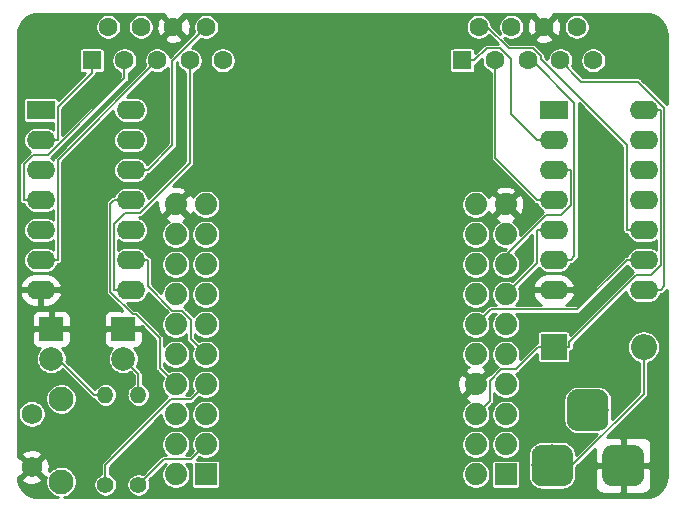
<source format=gbl>
G04 #@! TF.GenerationSoftware,KiCad,Pcbnew,(5.1.0-0)*
G04 #@! TF.CreationDate,2019-03-31T22:53:22-07:00*
G04 #@! TF.ProjectId,unijoysticle,756e696a-6f79-4737-9469-636c652e6b69,v0.0.1*
G04 #@! TF.SameCoordinates,Original*
G04 #@! TF.FileFunction,Copper,L2,Bot*
G04 #@! TF.FilePolarity,Positive*
%FSLAX46Y46*%
G04 Gerber Fmt 4.6, Leading zero omitted, Abs format (unit mm)*
G04 Created by KiCad (PCBNEW (5.1.0-0)) date 2019-03-31 22:53:22*
%MOMM*%
%LPD*%
G04 APERTURE LIST*
%ADD10C,0.100000*%
%ADD11C,3.500000*%
%ADD12R,1.879600X1.879600*%
%ADD13C,1.879600*%
%ADD14O,2.200000X2.200000*%
%ADD15R,2.200000X2.200000*%
%ADD16O,1.400000X1.400000*%
%ADD17C,1.400000*%
%ADD18C,2.000000*%
%ADD19R,2.000000X2.000000*%
%ADD20C,2.100000*%
%ADD21C,1.750000*%
%ADD22R,1.600000X1.600000*%
%ADD23C,1.600000*%
%ADD24O,2.400000X1.600000*%
%ADD25R,2.400000X1.600000*%
%ADD26C,0.152400*%
%ADD27C,0.254000*%
G04 APERTURE END LIST*
D10*
G36*
X164361765Y-107092213D02*
G01*
X164446704Y-107104813D01*
X164529999Y-107125677D01*
X164610848Y-107154605D01*
X164688472Y-107191319D01*
X164762124Y-107235464D01*
X164831094Y-107286616D01*
X164894718Y-107344282D01*
X164952384Y-107407906D01*
X165003536Y-107476876D01*
X165047681Y-107550528D01*
X165084395Y-107628152D01*
X165113323Y-107709001D01*
X165134187Y-107792296D01*
X165146787Y-107877235D01*
X165151000Y-107963000D01*
X165151000Y-109713000D01*
X165146787Y-109798765D01*
X165134187Y-109883704D01*
X165113323Y-109966999D01*
X165084395Y-110047848D01*
X165047681Y-110125472D01*
X165003536Y-110199124D01*
X164952384Y-110268094D01*
X164894718Y-110331718D01*
X164831094Y-110389384D01*
X164762124Y-110440536D01*
X164688472Y-110484681D01*
X164610848Y-110521395D01*
X164529999Y-110550323D01*
X164446704Y-110571187D01*
X164361765Y-110583787D01*
X164276000Y-110588000D01*
X162526000Y-110588000D01*
X162440235Y-110583787D01*
X162355296Y-110571187D01*
X162272001Y-110550323D01*
X162191152Y-110521395D01*
X162113528Y-110484681D01*
X162039876Y-110440536D01*
X161970906Y-110389384D01*
X161907282Y-110331718D01*
X161849616Y-110268094D01*
X161798464Y-110199124D01*
X161754319Y-110125472D01*
X161717605Y-110047848D01*
X161688677Y-109966999D01*
X161667813Y-109883704D01*
X161655213Y-109798765D01*
X161651000Y-109713000D01*
X161651000Y-107963000D01*
X161655213Y-107877235D01*
X161667813Y-107792296D01*
X161688677Y-107709001D01*
X161717605Y-107628152D01*
X161754319Y-107550528D01*
X161798464Y-107476876D01*
X161849616Y-107407906D01*
X161907282Y-107344282D01*
X161970906Y-107286616D01*
X162039876Y-107235464D01*
X162113528Y-107191319D01*
X162191152Y-107154605D01*
X162272001Y-107125677D01*
X162355296Y-107104813D01*
X162440235Y-107092213D01*
X162526000Y-107088000D01*
X164276000Y-107088000D01*
X164361765Y-107092213D01*
X164361765Y-107092213D01*
G37*
D11*
X163401000Y-108838000D03*
D10*
G36*
X167361765Y-111792213D02*
G01*
X167446704Y-111804813D01*
X167529999Y-111825677D01*
X167610848Y-111854605D01*
X167688472Y-111891319D01*
X167762124Y-111935464D01*
X167831094Y-111986616D01*
X167894718Y-112044282D01*
X167952384Y-112107906D01*
X168003536Y-112176876D01*
X168047681Y-112250528D01*
X168084395Y-112328152D01*
X168113323Y-112409001D01*
X168134187Y-112492296D01*
X168146787Y-112577235D01*
X168151000Y-112663000D01*
X168151000Y-114413000D01*
X168146787Y-114498765D01*
X168134187Y-114583704D01*
X168113323Y-114666999D01*
X168084395Y-114747848D01*
X168047681Y-114825472D01*
X168003536Y-114899124D01*
X167952384Y-114968094D01*
X167894718Y-115031718D01*
X167831094Y-115089384D01*
X167762124Y-115140536D01*
X167688472Y-115184681D01*
X167610848Y-115221395D01*
X167529999Y-115250323D01*
X167446704Y-115271187D01*
X167361765Y-115283787D01*
X167276000Y-115288000D01*
X165526000Y-115288000D01*
X165440235Y-115283787D01*
X165355296Y-115271187D01*
X165272001Y-115250323D01*
X165191152Y-115221395D01*
X165113528Y-115184681D01*
X165039876Y-115140536D01*
X164970906Y-115089384D01*
X164907282Y-115031718D01*
X164849616Y-114968094D01*
X164798464Y-114899124D01*
X164754319Y-114825472D01*
X164717605Y-114747848D01*
X164688677Y-114666999D01*
X164667813Y-114583704D01*
X164655213Y-114498765D01*
X164651000Y-114413000D01*
X164651000Y-112663000D01*
X164655213Y-112577235D01*
X164667813Y-112492296D01*
X164688677Y-112409001D01*
X164717605Y-112328152D01*
X164754319Y-112250528D01*
X164798464Y-112176876D01*
X164849616Y-112107906D01*
X164907282Y-112044282D01*
X164970906Y-111986616D01*
X165039876Y-111935464D01*
X165113528Y-111891319D01*
X165191152Y-111854605D01*
X165272001Y-111825677D01*
X165355296Y-111804813D01*
X165440235Y-111792213D01*
X165526000Y-111788000D01*
X167276000Y-111788000D01*
X167361765Y-111792213D01*
X167361765Y-111792213D01*
G37*
D11*
X166401000Y-113538000D03*
D10*
G36*
X161361765Y-111792213D02*
G01*
X161446704Y-111804813D01*
X161529999Y-111825677D01*
X161610848Y-111854605D01*
X161688472Y-111891319D01*
X161762124Y-111935464D01*
X161831094Y-111986616D01*
X161894718Y-112044282D01*
X161952384Y-112107906D01*
X162003536Y-112176876D01*
X162047681Y-112250528D01*
X162084395Y-112328152D01*
X162113323Y-112409001D01*
X162134187Y-112492296D01*
X162146787Y-112577235D01*
X162151000Y-112663000D01*
X162151000Y-114413000D01*
X162146787Y-114498765D01*
X162134187Y-114583704D01*
X162113323Y-114666999D01*
X162084395Y-114747848D01*
X162047681Y-114825472D01*
X162003536Y-114899124D01*
X161952384Y-114968094D01*
X161894718Y-115031718D01*
X161831094Y-115089384D01*
X161762124Y-115140536D01*
X161688472Y-115184681D01*
X161610848Y-115221395D01*
X161529999Y-115250323D01*
X161446704Y-115271187D01*
X161361765Y-115283787D01*
X161276000Y-115288000D01*
X159526000Y-115288000D01*
X159440235Y-115283787D01*
X159355296Y-115271187D01*
X159272001Y-115250323D01*
X159191152Y-115221395D01*
X159113528Y-115184681D01*
X159039876Y-115140536D01*
X158970906Y-115089384D01*
X158907282Y-115031718D01*
X158849616Y-114968094D01*
X158798464Y-114899124D01*
X158754319Y-114825472D01*
X158717605Y-114747848D01*
X158688677Y-114666999D01*
X158667813Y-114583704D01*
X158655213Y-114498765D01*
X158651000Y-114413000D01*
X158651000Y-112663000D01*
X158655213Y-112577235D01*
X158667813Y-112492296D01*
X158688677Y-112409001D01*
X158717605Y-112328152D01*
X158754319Y-112250528D01*
X158798464Y-112176876D01*
X158849616Y-112107906D01*
X158907282Y-112044282D01*
X158970906Y-111986616D01*
X159039876Y-111935464D01*
X159113528Y-111891319D01*
X159191152Y-111854605D01*
X159272001Y-111825677D01*
X159355296Y-111804813D01*
X159440235Y-111792213D01*
X159526000Y-111788000D01*
X161276000Y-111788000D01*
X161361765Y-111792213D01*
X161361765Y-111792213D01*
G37*
D11*
X160401000Y-113538000D03*
D12*
X156464000Y-114300000D03*
D13*
X156464000Y-111760000D03*
X156464000Y-109220000D03*
X156464000Y-106680000D03*
X156464000Y-104140000D03*
X156464000Y-101600000D03*
X156464000Y-99060000D03*
X156464000Y-96520000D03*
X156464000Y-93980000D03*
X156464000Y-91440000D03*
X153924000Y-114300000D03*
X153924000Y-111760000D03*
X153924000Y-109220000D03*
X153924000Y-106680000D03*
X153924000Y-104140000D03*
X153924000Y-101600000D03*
X153924000Y-99060000D03*
X153924000Y-96520000D03*
X153924000Y-93980000D03*
X153924000Y-91440000D03*
X131064000Y-91440000D03*
X131064000Y-93980000D03*
X131064000Y-96520000D03*
X131064000Y-99060000D03*
X131064000Y-101600000D03*
X131064000Y-104140000D03*
X131064000Y-106680000D03*
X131064000Y-109220000D03*
X131064000Y-111760000D03*
D12*
X131064000Y-114300000D03*
D13*
X128524000Y-91440000D03*
X128524000Y-93980000D03*
X128524000Y-96520000D03*
X128524000Y-99060000D03*
X128524000Y-101600000D03*
X128524000Y-104140000D03*
X128524000Y-106680000D03*
X128524000Y-109220000D03*
X128524000Y-111760000D03*
X128524000Y-114300000D03*
D14*
X168148000Y-103505000D03*
D15*
X160528000Y-103505000D03*
D16*
X125349000Y-107569000D03*
D17*
X125349000Y-115189000D03*
D16*
X122555000Y-107569000D03*
D17*
X122555000Y-115189000D03*
D18*
X117983000Y-104521000D03*
D19*
X117983000Y-101981000D03*
D20*
X118822000Y-107905000D03*
D21*
X116332000Y-109165000D03*
X116332000Y-113665000D03*
D20*
X118822000Y-114915000D03*
D22*
X121412000Y-79248000D03*
D23*
X124182000Y-79248000D03*
X126952000Y-79248000D03*
X129722000Y-79248000D03*
X132492000Y-79248000D03*
X122797000Y-76408000D03*
X125567000Y-76408000D03*
X128337000Y-76408000D03*
X131107000Y-76408000D03*
D24*
X168148000Y-83439000D03*
X160528000Y-98679000D03*
X168148000Y-85979000D03*
X160528000Y-96139000D03*
X168148000Y-88519000D03*
X160528000Y-93599000D03*
X168148000Y-91059000D03*
X160528000Y-91059000D03*
X168148000Y-93599000D03*
X160528000Y-88519000D03*
X168148000Y-96139000D03*
X160528000Y-85979000D03*
X168148000Y-98679000D03*
D25*
X160528000Y-83439000D03*
X117094000Y-83439000D03*
D24*
X124714000Y-98679000D03*
X117094000Y-85979000D03*
X124714000Y-96139000D03*
X117094000Y-88519000D03*
X124714000Y-93599000D03*
X117094000Y-91059000D03*
X124714000Y-91059000D03*
X117094000Y-93599000D03*
X124714000Y-88519000D03*
X117094000Y-96139000D03*
X124714000Y-85979000D03*
X117094000Y-98679000D03*
X124714000Y-83439000D03*
D18*
X124079000Y-104521000D03*
D19*
X124079000Y-101981000D03*
D22*
X152781000Y-79248000D03*
D23*
X155551000Y-79248000D03*
X158321000Y-79248000D03*
X161091000Y-79248000D03*
X163861000Y-79248000D03*
X154166000Y-76408000D03*
X156936000Y-76408000D03*
X159706000Y-76408000D03*
X162476000Y-76408000D03*
D26*
X160528000Y-93599000D02*
X159099100Y-93599000D01*
X159099100Y-93599000D02*
X159099100Y-96424900D01*
X159099100Y-96424900D02*
X156464000Y-99060000D01*
X168148000Y-96139000D02*
X166719100Y-96139000D01*
X166719100Y-96139000D02*
X162528100Y-100330000D01*
X162528100Y-100330000D02*
X155194000Y-100330000D01*
X155194000Y-100330000D02*
X153924000Y-101600000D01*
X160528000Y-88519000D02*
X161956900Y-88519000D01*
X161956900Y-88519000D02*
X161956900Y-91516300D01*
X161956900Y-91516300D02*
X161144200Y-92329000D01*
X161144200Y-92329000D02*
X159888500Y-92329000D01*
X159888500Y-92329000D02*
X156464000Y-95753500D01*
X156464000Y-95753500D02*
X156464000Y-96520000D01*
X124714000Y-91059000D02*
X123285100Y-91059000D01*
X123285100Y-91059000D02*
X122968000Y-91376100D01*
X122968000Y-91376100D02*
X122968000Y-98835200D01*
X122968000Y-98835200D02*
X124884900Y-100752100D01*
X124884900Y-100752100D02*
X125173800Y-100752100D01*
X125173800Y-100752100D02*
X127152800Y-102731100D01*
X127152800Y-102731100D02*
X127152800Y-105308800D01*
X127152800Y-105308800D02*
X128524000Y-106680000D01*
X124714000Y-96139000D02*
X126142900Y-96139000D01*
X126142900Y-96139000D02*
X126142900Y-98335900D01*
X126142900Y-98335900D02*
X128238200Y-100431200D01*
X128238200Y-100431200D02*
X129031000Y-100431200D01*
X129031000Y-100431200D02*
X129794000Y-101194200D01*
X129794000Y-101194200D02*
X129794000Y-102870000D01*
X129794000Y-102870000D02*
X131064000Y-104140000D01*
X121412000Y-79248000D02*
X121412000Y-80276900D01*
X117094000Y-85979000D02*
X118522900Y-85979000D01*
X118522900Y-85979000D02*
X118522900Y-83166000D01*
X118522900Y-83166000D02*
X121412000Y-80276900D01*
X117094000Y-96139000D02*
X118522900Y-96139000D01*
X118522900Y-96139000D02*
X118522900Y-87677100D01*
X118522900Y-87677100D02*
X126952000Y-79248000D01*
X117094000Y-91059000D02*
X115665100Y-91059000D01*
X115665100Y-91059000D02*
X115665100Y-88060000D01*
X115665100Y-88060000D02*
X116473400Y-87251700D01*
X116473400Y-87251700D02*
X117708700Y-87251700D01*
X117708700Y-87251700D02*
X124182000Y-80778400D01*
X124182000Y-80778400D02*
X124182000Y-79248000D01*
X124714000Y-98679000D02*
X123285100Y-98679000D01*
X123285100Y-98679000D02*
X123285100Y-93115900D01*
X123285100Y-93115900D02*
X124232900Y-92168100D01*
X124232900Y-92168100D02*
X125464000Y-92168100D01*
X125464000Y-92168100D02*
X129722000Y-87910100D01*
X129722000Y-87910100D02*
X129722000Y-79248000D01*
X124714000Y-88519000D02*
X126142900Y-88519000D01*
X126142900Y-88519000D02*
X128229000Y-86432900D01*
X128229000Y-86432900D02*
X128229000Y-79286000D01*
X128229000Y-79286000D02*
X131107000Y-76408000D01*
X152781000Y-79248000D02*
X153809900Y-79248000D01*
X160528000Y-85979000D02*
X159099100Y-85979000D01*
X159099100Y-85979000D02*
X156870900Y-83750800D01*
X156870900Y-83750800D02*
X156870900Y-79103400D01*
X156870900Y-79103400D02*
X155986600Y-78219100D01*
X155986600Y-78219100D02*
X154838800Y-78219100D01*
X154838800Y-78219100D02*
X153809900Y-79248000D01*
X160528000Y-96139000D02*
X161956900Y-96139000D01*
X161956900Y-96139000D02*
X162262100Y-95833800D01*
X162262100Y-95833800D02*
X162262100Y-82849400D01*
X162262100Y-82849400D02*
X158660700Y-79248000D01*
X158660700Y-79248000D02*
X158321000Y-79248000D01*
X160528000Y-91059000D02*
X159099100Y-91059000D01*
X159099100Y-91059000D02*
X155551000Y-87510900D01*
X155551000Y-87510900D02*
X155551000Y-79248000D01*
X168148000Y-98679000D02*
X169576900Y-98679000D01*
X169576900Y-98679000D02*
X169892800Y-98363100D01*
X169892800Y-98363100D02*
X169892800Y-83289700D01*
X169892800Y-83289700D02*
X167636900Y-81033800D01*
X167636900Y-81033800D02*
X162876800Y-81033800D01*
X162876800Y-81033800D02*
X161091000Y-79248000D01*
X168148000Y-93599000D02*
X166719100Y-93599000D01*
X166719100Y-93599000D02*
X166719100Y-86406800D01*
X166719100Y-86406800D02*
X159458800Y-79146500D01*
X159458800Y-79146500D02*
X159458800Y-78914600D01*
X159458800Y-78914600D02*
X158763200Y-78219000D01*
X158763200Y-78219000D02*
X156706000Y-78219000D01*
X156706000Y-78219000D02*
X154895000Y-76408000D01*
X154895000Y-76408000D02*
X154166000Y-76408000D01*
X122555000Y-107569000D02*
X121626100Y-107569000D01*
X117983000Y-104521000D02*
X118578100Y-104521000D01*
X118578100Y-104521000D02*
X121626100Y-107569000D01*
X160528000Y-103505000D02*
X159199100Y-103505000D01*
X153924000Y-109220000D02*
X155092800Y-108051200D01*
X155092800Y-108051200D02*
X155092800Y-106392500D01*
X155092800Y-106392500D02*
X156075300Y-105410000D01*
X156075300Y-105410000D02*
X157294100Y-105410000D01*
X157294100Y-105410000D02*
X159199100Y-103505000D01*
X168148000Y-83439000D02*
X169576900Y-83439000D01*
X160528000Y-103505000D02*
X161856900Y-103505000D01*
X161856900Y-103505000D02*
X161856900Y-103089700D01*
X161856900Y-103089700D02*
X167537600Y-97409000D01*
X167537600Y-97409000D02*
X168747800Y-97409000D01*
X168747800Y-97409000D02*
X169576900Y-96579900D01*
X169576900Y-96579900D02*
X169576900Y-83439000D01*
X122555000Y-115189000D02*
X122555000Y-113494500D01*
X122555000Y-113494500D02*
X128099500Y-107950000D01*
X128099500Y-107950000D02*
X129794000Y-107950000D01*
X129794000Y-107950000D02*
X131064000Y-106680000D01*
X125349000Y-115189000D02*
X127508000Y-113030000D01*
X127508000Y-113030000D02*
X129794000Y-113030000D01*
X129794000Y-113030000D02*
X131064000Y-111760000D01*
X124079000Y-104521000D02*
X125349000Y-105791000D01*
X125349000Y-105791000D02*
X125349000Y-107569000D01*
X168148000Y-103505000D02*
X168148000Y-107475600D01*
X168148000Y-107475600D02*
X162085600Y-113538000D01*
X162085600Y-113538000D02*
X160401000Y-113538000D01*
D27*
G36*
X127523903Y-75415298D02*
G01*
X128337000Y-76228395D01*
X129150097Y-75415298D01*
X129109519Y-75277000D01*
X158933481Y-75277000D01*
X158892903Y-75415298D01*
X159706000Y-76228395D01*
X160519097Y-75415298D01*
X160478519Y-75277000D01*
X168258028Y-75277000D01*
X168626629Y-75313142D01*
X168964865Y-75415261D01*
X169276823Y-75581132D01*
X169550625Y-75804440D01*
X169775836Y-76076672D01*
X169943882Y-76387467D01*
X170048361Y-76724983D01*
X170087000Y-77092615D01*
X170087000Y-82956115D01*
X167913761Y-80782878D01*
X167902069Y-80768631D01*
X167845242Y-80721995D01*
X167780408Y-80687341D01*
X167710060Y-80666001D01*
X167655226Y-80660600D01*
X167655225Y-80660600D01*
X167636900Y-80658795D01*
X167618575Y-80660600D01*
X163031384Y-80660600D01*
X162085192Y-79714408D01*
X162145843Y-79567983D01*
X162188000Y-79356045D01*
X162188000Y-79139955D01*
X162764000Y-79139955D01*
X162764000Y-79356045D01*
X162806157Y-79567983D01*
X162888851Y-79767624D01*
X163008904Y-79947297D01*
X163161703Y-80100096D01*
X163341376Y-80220149D01*
X163541017Y-80302843D01*
X163752955Y-80345000D01*
X163969045Y-80345000D01*
X164180983Y-80302843D01*
X164380624Y-80220149D01*
X164560297Y-80100096D01*
X164713096Y-79947297D01*
X164833149Y-79767624D01*
X164915843Y-79567983D01*
X164958000Y-79356045D01*
X164958000Y-79139955D01*
X164915843Y-78928017D01*
X164833149Y-78728376D01*
X164713096Y-78548703D01*
X164560297Y-78395904D01*
X164380624Y-78275851D01*
X164180983Y-78193157D01*
X163969045Y-78151000D01*
X163752955Y-78151000D01*
X163541017Y-78193157D01*
X163341376Y-78275851D01*
X163161703Y-78395904D01*
X163008904Y-78548703D01*
X162888851Y-78728376D01*
X162806157Y-78928017D01*
X162764000Y-79139955D01*
X162188000Y-79139955D01*
X162145843Y-78928017D01*
X162063149Y-78728376D01*
X161943096Y-78548703D01*
X161790297Y-78395904D01*
X161610624Y-78275851D01*
X161410983Y-78193157D01*
X161199045Y-78151000D01*
X160982955Y-78151000D01*
X160771017Y-78193157D01*
X160571376Y-78275851D01*
X160391703Y-78395904D01*
X160238904Y-78548703D01*
X160118851Y-78728376D01*
X160036157Y-78928017D01*
X159994000Y-79139955D01*
X159994000Y-79153917D01*
X159832000Y-78991917D01*
X159832000Y-78932925D01*
X159833805Y-78914600D01*
X159826599Y-78841440D01*
X159805259Y-78771092D01*
X159770605Y-78706258D01*
X159723969Y-78649431D01*
X159709727Y-78637743D01*
X159040061Y-77968078D01*
X159028369Y-77953831D01*
X158971542Y-77907195D01*
X158906708Y-77872541D01*
X158836360Y-77851201D01*
X158781526Y-77845800D01*
X158781525Y-77845800D01*
X158763200Y-77843995D01*
X158744875Y-77845800D01*
X156860584Y-77845800D01*
X156351754Y-77336970D01*
X156416376Y-77380149D01*
X156616017Y-77462843D01*
X156827955Y-77505000D01*
X157044045Y-77505000D01*
X157255983Y-77462843D01*
X157406004Y-77400702D01*
X158892903Y-77400702D01*
X158964486Y-77644671D01*
X159219996Y-77765571D01*
X159494184Y-77834300D01*
X159776512Y-77848217D01*
X160056130Y-77806787D01*
X160322292Y-77711603D01*
X160447514Y-77644671D01*
X160519097Y-77400702D01*
X159706000Y-76587605D01*
X158892903Y-77400702D01*
X157406004Y-77400702D01*
X157455624Y-77380149D01*
X157635297Y-77260096D01*
X157788096Y-77107297D01*
X157908149Y-76927624D01*
X157990843Y-76727983D01*
X158033000Y-76516045D01*
X158033000Y-76478512D01*
X158265783Y-76478512D01*
X158307213Y-76758130D01*
X158402397Y-77024292D01*
X158469329Y-77149514D01*
X158713298Y-77221097D01*
X159526395Y-76408000D01*
X159885605Y-76408000D01*
X160698702Y-77221097D01*
X160942671Y-77149514D01*
X161063571Y-76894004D01*
X161132300Y-76619816D01*
X161146217Y-76337488D01*
X161140656Y-76299955D01*
X161379000Y-76299955D01*
X161379000Y-76516045D01*
X161421157Y-76727983D01*
X161503851Y-76927624D01*
X161623904Y-77107297D01*
X161776703Y-77260096D01*
X161956376Y-77380149D01*
X162156017Y-77462843D01*
X162367955Y-77505000D01*
X162584045Y-77505000D01*
X162795983Y-77462843D01*
X162995624Y-77380149D01*
X163175297Y-77260096D01*
X163328096Y-77107297D01*
X163448149Y-76927624D01*
X163530843Y-76727983D01*
X163573000Y-76516045D01*
X163573000Y-76299955D01*
X163530843Y-76088017D01*
X163448149Y-75888376D01*
X163328096Y-75708703D01*
X163175297Y-75555904D01*
X162995624Y-75435851D01*
X162795983Y-75353157D01*
X162584045Y-75311000D01*
X162367955Y-75311000D01*
X162156017Y-75353157D01*
X161956376Y-75435851D01*
X161776703Y-75555904D01*
X161623904Y-75708703D01*
X161503851Y-75888376D01*
X161421157Y-76088017D01*
X161379000Y-76299955D01*
X161140656Y-76299955D01*
X161104787Y-76057870D01*
X161009603Y-75791708D01*
X160942671Y-75666486D01*
X160698702Y-75594903D01*
X159885605Y-76408000D01*
X159526395Y-76408000D01*
X158713298Y-75594903D01*
X158469329Y-75666486D01*
X158348429Y-75921996D01*
X158279700Y-76196184D01*
X158265783Y-76478512D01*
X158033000Y-76478512D01*
X158033000Y-76299955D01*
X157990843Y-76088017D01*
X157908149Y-75888376D01*
X157788096Y-75708703D01*
X157635297Y-75555904D01*
X157455624Y-75435851D01*
X157255983Y-75353157D01*
X157044045Y-75311000D01*
X156827955Y-75311000D01*
X156616017Y-75353157D01*
X156416376Y-75435851D01*
X156236703Y-75555904D01*
X156083904Y-75708703D01*
X155963851Y-75888376D01*
X155881157Y-76088017D01*
X155839000Y-76299955D01*
X155839000Y-76516045D01*
X155881157Y-76727983D01*
X155963851Y-76927624D01*
X156007030Y-76992247D01*
X155250153Y-76235370D01*
X155220843Y-76088017D01*
X155138149Y-75888376D01*
X155018096Y-75708703D01*
X154865297Y-75555904D01*
X154685624Y-75435851D01*
X154485983Y-75353157D01*
X154274045Y-75311000D01*
X154057955Y-75311000D01*
X153846017Y-75353157D01*
X153646376Y-75435851D01*
X153466703Y-75555904D01*
X153313904Y-75708703D01*
X153193851Y-75888376D01*
X153111157Y-76088017D01*
X153069000Y-76299955D01*
X153069000Y-76516045D01*
X153111157Y-76727983D01*
X153193851Y-76927624D01*
X153313904Y-77107297D01*
X153466703Y-77260096D01*
X153646376Y-77380149D01*
X153846017Y-77462843D01*
X154057955Y-77505000D01*
X154274045Y-77505000D01*
X154485983Y-77462843D01*
X154685624Y-77380149D01*
X154865297Y-77260096D01*
X155018096Y-77107297D01*
X155037489Y-77078273D01*
X155805116Y-77845900D01*
X154857125Y-77845900D01*
X154838799Y-77844095D01*
X154766655Y-77851201D01*
X154765640Y-77851301D01*
X154695292Y-77872641D01*
X154630458Y-77907295D01*
X154573631Y-77953931D01*
X154561948Y-77968167D01*
X153879437Y-78650679D01*
X153879437Y-78448000D01*
X153873703Y-78389778D01*
X153856720Y-78333793D01*
X153829141Y-78282197D01*
X153792027Y-78236973D01*
X153746803Y-78199859D01*
X153695207Y-78172280D01*
X153639222Y-78155297D01*
X153581000Y-78149563D01*
X151981000Y-78149563D01*
X151922778Y-78155297D01*
X151866793Y-78172280D01*
X151815197Y-78199859D01*
X151769973Y-78236973D01*
X151732859Y-78282197D01*
X151705280Y-78333793D01*
X151688297Y-78389778D01*
X151682563Y-78448000D01*
X151682563Y-80048000D01*
X151688297Y-80106222D01*
X151705280Y-80162207D01*
X151732859Y-80213803D01*
X151769973Y-80259027D01*
X151815197Y-80296141D01*
X151866793Y-80323720D01*
X151922778Y-80340703D01*
X151981000Y-80346437D01*
X153581000Y-80346437D01*
X153639222Y-80340703D01*
X153695207Y-80323720D01*
X153746803Y-80296141D01*
X153792027Y-80259027D01*
X153829141Y-80213803D01*
X153856720Y-80162207D01*
X153873703Y-80106222D01*
X153879437Y-80048000D01*
X153879437Y-79616156D01*
X153883060Y-79615799D01*
X153953408Y-79594459D01*
X154018242Y-79559805D01*
X154075069Y-79513169D01*
X154086761Y-79498922D01*
X154456054Y-79129630D01*
X154454000Y-79139955D01*
X154454000Y-79356045D01*
X154496157Y-79567983D01*
X154578851Y-79767624D01*
X154698904Y-79947297D01*
X154851703Y-80100096D01*
X155031376Y-80220149D01*
X155177801Y-80280800D01*
X155177800Y-87492575D01*
X155175995Y-87510900D01*
X155177800Y-87529225D01*
X155183201Y-87584059D01*
X155204541Y-87654407D01*
X155239195Y-87719241D01*
X155285831Y-87776069D01*
X155300078Y-87787761D01*
X158822243Y-91309927D01*
X158833931Y-91324169D01*
X158890758Y-91370805D01*
X158955592Y-91405459D01*
X159025940Y-91426799D01*
X159095281Y-91433629D01*
X159109601Y-91480835D01*
X159211465Y-91671409D01*
X159348551Y-91838449D01*
X159515591Y-91975535D01*
X159645991Y-92045235D01*
X159623331Y-92063831D01*
X159611648Y-92078067D01*
X157700800Y-93988916D01*
X157700800Y-93858186D01*
X157653270Y-93619239D01*
X157560038Y-93394156D01*
X157424685Y-93191586D01*
X157252414Y-93019315D01*
X157069060Y-92896802D01*
X157129086Y-92875865D01*
X157288377Y-92790723D01*
X157376871Y-92532476D01*
X156464000Y-91619605D01*
X155551129Y-92532476D01*
X155639623Y-92790723D01*
X155859106Y-92896691D01*
X155675586Y-93019315D01*
X155503315Y-93191586D01*
X155367962Y-93394156D01*
X155274730Y-93619239D01*
X155227200Y-93858186D01*
X155227200Y-94101814D01*
X155274730Y-94340761D01*
X155367962Y-94565844D01*
X155503315Y-94768414D01*
X155675586Y-94940685D01*
X155878156Y-95076038D01*
X156103239Y-95169270D01*
X156342186Y-95216800D01*
X156472917Y-95216800D01*
X156406517Y-95283200D01*
X156342186Y-95283200D01*
X156103239Y-95330730D01*
X155878156Y-95423962D01*
X155675586Y-95559315D01*
X155503315Y-95731586D01*
X155367962Y-95934156D01*
X155274730Y-96159239D01*
X155227200Y-96398186D01*
X155227200Y-96641814D01*
X155274730Y-96880761D01*
X155367962Y-97105844D01*
X155503315Y-97308414D01*
X155675586Y-97480685D01*
X155878156Y-97616038D01*
X156103239Y-97709270D01*
X156342186Y-97756800D01*
X156585814Y-97756800D01*
X156824761Y-97709270D01*
X157049844Y-97616038D01*
X157252414Y-97480685D01*
X157424685Y-97308414D01*
X157560038Y-97105844D01*
X157653270Y-96880761D01*
X157700800Y-96641814D01*
X157700800Y-96398186D01*
X157653270Y-96159239D01*
X157560038Y-95934156D01*
X157424685Y-95731586D01*
X157252414Y-95559315D01*
X157212583Y-95532701D01*
X158725900Y-94019384D01*
X158725901Y-96270315D01*
X157037406Y-97958810D01*
X156824761Y-97870730D01*
X156585814Y-97823200D01*
X156342186Y-97823200D01*
X156103239Y-97870730D01*
X155878156Y-97963962D01*
X155675586Y-98099315D01*
X155503315Y-98271586D01*
X155367962Y-98474156D01*
X155274730Y-98699239D01*
X155227200Y-98938186D01*
X155227200Y-99181814D01*
X155274730Y-99420761D01*
X155367962Y-99645844D01*
X155503315Y-99848414D01*
X155611701Y-99956800D01*
X155212325Y-99956800D01*
X155193999Y-99954995D01*
X155175674Y-99956800D01*
X155120840Y-99962201D01*
X155050492Y-99983541D01*
X154985658Y-100018195D01*
X154928831Y-100064831D01*
X154917143Y-100079073D01*
X154497406Y-100498810D01*
X154284761Y-100410730D01*
X154045814Y-100363200D01*
X153802186Y-100363200D01*
X153563239Y-100410730D01*
X153338156Y-100503962D01*
X153135586Y-100639315D01*
X152963315Y-100811586D01*
X152827962Y-101014156D01*
X152734730Y-101239239D01*
X152687200Y-101478186D01*
X152687200Y-101721814D01*
X152734730Y-101960761D01*
X152827962Y-102185844D01*
X152963315Y-102388414D01*
X153135586Y-102560685D01*
X153338156Y-102696038D01*
X153563239Y-102789270D01*
X153802186Y-102836800D01*
X154045814Y-102836800D01*
X154284761Y-102789270D01*
X154509844Y-102696038D01*
X154712414Y-102560685D01*
X154884685Y-102388414D01*
X155020038Y-102185844D01*
X155113270Y-101960761D01*
X155160800Y-101721814D01*
X155160800Y-101478186D01*
X155113270Y-101239239D01*
X155025190Y-101026594D01*
X155348584Y-100703200D01*
X155611701Y-100703200D01*
X155503315Y-100811586D01*
X155367962Y-101014156D01*
X155274730Y-101239239D01*
X155227200Y-101478186D01*
X155227200Y-101721814D01*
X155274730Y-101960761D01*
X155367962Y-102185844D01*
X155503315Y-102388414D01*
X155675586Y-102560685D01*
X155878156Y-102696038D01*
X156103239Y-102789270D01*
X156342186Y-102836800D01*
X156585814Y-102836800D01*
X156824761Y-102789270D01*
X157049844Y-102696038D01*
X157252414Y-102560685D01*
X157424685Y-102388414D01*
X157560038Y-102185844D01*
X157653270Y-101960761D01*
X157700800Y-101721814D01*
X157700800Y-101478186D01*
X157653270Y-101239239D01*
X157560038Y-101014156D01*
X157424685Y-100811586D01*
X157316299Y-100703200D01*
X162509775Y-100703200D01*
X162528100Y-100705005D01*
X162546425Y-100703200D01*
X162546426Y-100703200D01*
X162601260Y-100697799D01*
X162671608Y-100676459D01*
X162736442Y-100641805D01*
X162793269Y-100595169D01*
X162804961Y-100580922D01*
X166762848Y-96623036D01*
X166831465Y-96751409D01*
X166968551Y-96918449D01*
X167135591Y-97055535D01*
X167283613Y-97134654D01*
X167272431Y-97143831D01*
X167260743Y-97158073D01*
X161926437Y-102492380D01*
X161926437Y-102405000D01*
X161920703Y-102346778D01*
X161903720Y-102290793D01*
X161876141Y-102239197D01*
X161839027Y-102193973D01*
X161793803Y-102156859D01*
X161742207Y-102129280D01*
X161686222Y-102112297D01*
X161628000Y-102106563D01*
X159428000Y-102106563D01*
X159369778Y-102112297D01*
X159313793Y-102129280D01*
X159262197Y-102156859D01*
X159216973Y-102193973D01*
X159179859Y-102239197D01*
X159152280Y-102290793D01*
X159135297Y-102346778D01*
X159129563Y-102405000D01*
X159129563Y-103136844D01*
X159125940Y-103137201D01*
X159055592Y-103158541D01*
X158990758Y-103193195D01*
X158933931Y-103239831D01*
X158922243Y-103254073D01*
X157637512Y-104538805D01*
X157653270Y-104500761D01*
X157700800Y-104261814D01*
X157700800Y-104018186D01*
X157653270Y-103779239D01*
X157560038Y-103554156D01*
X157424685Y-103351586D01*
X157252414Y-103179315D01*
X157049844Y-103043962D01*
X156824761Y-102950730D01*
X156585814Y-102903200D01*
X156342186Y-102903200D01*
X156103239Y-102950730D01*
X155878156Y-103043962D01*
X155675586Y-103179315D01*
X155503315Y-103351586D01*
X155367962Y-103554156D01*
X155274730Y-103779239D01*
X155227200Y-104018186D01*
X155227200Y-104261814D01*
X155274730Y-104500761D01*
X155367962Y-104725844D01*
X155503315Y-104928414D01*
X155675586Y-105100685D01*
X155784234Y-105173282D01*
X155146003Y-105811514D01*
X155016476Y-105767129D01*
X154103605Y-106680000D01*
X154117748Y-106694143D01*
X153938143Y-106873748D01*
X153924000Y-106859605D01*
X153011129Y-107772476D01*
X153099623Y-108030723D01*
X153319106Y-108136691D01*
X153135586Y-108259315D01*
X152963315Y-108431586D01*
X152827962Y-108634156D01*
X152734730Y-108859239D01*
X152687200Y-109098186D01*
X152687200Y-109341814D01*
X152734730Y-109580761D01*
X152827962Y-109805844D01*
X152963315Y-110008414D01*
X153135586Y-110180685D01*
X153338156Y-110316038D01*
X153563239Y-110409270D01*
X153802186Y-110456800D01*
X154045814Y-110456800D01*
X154284761Y-110409270D01*
X154509844Y-110316038D01*
X154712414Y-110180685D01*
X154884685Y-110008414D01*
X155020038Y-109805844D01*
X155113270Y-109580761D01*
X155160800Y-109341814D01*
X155160800Y-109098186D01*
X155227200Y-109098186D01*
X155227200Y-109341814D01*
X155274730Y-109580761D01*
X155367962Y-109805844D01*
X155503315Y-110008414D01*
X155675586Y-110180685D01*
X155878156Y-110316038D01*
X156103239Y-110409270D01*
X156342186Y-110456800D01*
X156585814Y-110456800D01*
X156824761Y-110409270D01*
X157049844Y-110316038D01*
X157252414Y-110180685D01*
X157424685Y-110008414D01*
X157560038Y-109805844D01*
X157653270Y-109580761D01*
X157700800Y-109341814D01*
X157700800Y-109098186D01*
X157653270Y-108859239D01*
X157560038Y-108634156D01*
X157424685Y-108431586D01*
X157252414Y-108259315D01*
X157049844Y-108123962D01*
X156824761Y-108030730D01*
X156585814Y-107983200D01*
X156342186Y-107983200D01*
X156103239Y-108030730D01*
X155878156Y-108123962D01*
X155675586Y-108259315D01*
X155503315Y-108431586D01*
X155367962Y-108634156D01*
X155274730Y-108859239D01*
X155227200Y-109098186D01*
X155160800Y-109098186D01*
X155113270Y-108859239D01*
X155025190Y-108646594D01*
X155343728Y-108328056D01*
X155357969Y-108316369D01*
X155404605Y-108259542D01*
X155439259Y-108194708D01*
X155460599Y-108124360D01*
X155466000Y-108069526D01*
X155466000Y-108069525D01*
X155467805Y-108051200D01*
X155466000Y-108032875D01*
X155466000Y-107412568D01*
X155503315Y-107468414D01*
X155675586Y-107640685D01*
X155878156Y-107776038D01*
X156103239Y-107869270D01*
X156342186Y-107916800D01*
X156585814Y-107916800D01*
X156824761Y-107869270D01*
X157049844Y-107776038D01*
X157252414Y-107640685D01*
X157424685Y-107468414D01*
X157560038Y-107265844D01*
X157653270Y-107040761D01*
X157700800Y-106801814D01*
X157700800Y-106558186D01*
X157653270Y-106319239D01*
X157560038Y-106094156D01*
X157424685Y-105891586D01*
X157315952Y-105782853D01*
X157367260Y-105777799D01*
X157437608Y-105756459D01*
X157502442Y-105721805D01*
X157559269Y-105675169D01*
X157570961Y-105660922D01*
X159129563Y-104102321D01*
X159129563Y-104605000D01*
X159135297Y-104663222D01*
X159152280Y-104719207D01*
X159179859Y-104770803D01*
X159216973Y-104816027D01*
X159262197Y-104853141D01*
X159313793Y-104880720D01*
X159369778Y-104897703D01*
X159428000Y-104903437D01*
X161628000Y-104903437D01*
X161686222Y-104897703D01*
X161742207Y-104880720D01*
X161793803Y-104853141D01*
X161839027Y-104816027D01*
X161876141Y-104770803D01*
X161903720Y-104719207D01*
X161920703Y-104663222D01*
X161926437Y-104605000D01*
X161926437Y-103873156D01*
X161930060Y-103872799D01*
X162000408Y-103851459D01*
X162065242Y-103816805D01*
X162122069Y-103770169D01*
X162168705Y-103713342D01*
X162203359Y-103648508D01*
X162224699Y-103578160D01*
X162231905Y-103505000D01*
X162230100Y-103486674D01*
X162230100Y-103244283D01*
X166659115Y-98815269D01*
X166666874Y-98894049D01*
X166729601Y-99100835D01*
X166831465Y-99291409D01*
X166968551Y-99458449D01*
X167135591Y-99595535D01*
X167326165Y-99697399D01*
X167532951Y-99760126D01*
X167694118Y-99776000D01*
X168601882Y-99776000D01*
X168763049Y-99760126D01*
X168969835Y-99697399D01*
X169160409Y-99595535D01*
X169327449Y-99458449D01*
X169464535Y-99291409D01*
X169566399Y-99100835D01*
X169580719Y-99053629D01*
X169595225Y-99052200D01*
X169595226Y-99052200D01*
X169650060Y-99046799D01*
X169720408Y-99025459D01*
X169785242Y-98990805D01*
X169842069Y-98944169D01*
X169853761Y-98929922D01*
X170087001Y-98696683D01*
X170087001Y-114410018D01*
X170050858Y-114778629D01*
X169948739Y-115116864D01*
X169782867Y-115428825D01*
X169559560Y-115702625D01*
X169287328Y-115927836D01*
X168976533Y-116095882D01*
X168639017Y-116200361D01*
X168271385Y-116239000D01*
X119070298Y-116239000D01*
X119214906Y-116210236D01*
X119460044Y-116108696D01*
X119680663Y-115961284D01*
X119868284Y-115773663D01*
X120015696Y-115553044D01*
X120117236Y-115307906D01*
X120169000Y-115047668D01*
X120169000Y-114782332D01*
X120117236Y-114522094D01*
X120015696Y-114276956D01*
X119868284Y-114056337D01*
X119680663Y-113868716D01*
X119460044Y-113721304D01*
X119214906Y-113619764D01*
X118954668Y-113568000D01*
X118689332Y-113568000D01*
X118429094Y-113619764D01*
X118183956Y-113721304D01*
X117963337Y-113868716D01*
X117795603Y-114036450D01*
X117831855Y-113894474D01*
X117847804Y-113597457D01*
X117805501Y-113303037D01*
X117706572Y-113022526D01*
X117629868Y-112879025D01*
X117378240Y-112798365D01*
X116511605Y-113665000D01*
X117378240Y-114531635D01*
X117544947Y-114478197D01*
X117526764Y-114522094D01*
X117475000Y-114782332D01*
X117475000Y-115047668D01*
X117526764Y-115307906D01*
X117628304Y-115553044D01*
X117775716Y-115773663D01*
X117963337Y-115961284D01*
X118183956Y-116108696D01*
X118429094Y-116210236D01*
X118573702Y-116239000D01*
X116983972Y-116239000D01*
X116615371Y-116202858D01*
X116277136Y-116100739D01*
X115965175Y-115934867D01*
X115691375Y-115711560D01*
X115466164Y-115439328D01*
X115298118Y-115128533D01*
X115193639Y-114791017D01*
X115185255Y-114711240D01*
X115465365Y-114711240D01*
X115546025Y-114962868D01*
X115814329Y-115091267D01*
X116102526Y-115164855D01*
X116399543Y-115180804D01*
X116693963Y-115138501D01*
X116974474Y-115039572D01*
X117117975Y-114962868D01*
X117198635Y-114711240D01*
X116332000Y-113844605D01*
X115465365Y-114711240D01*
X115185255Y-114711240D01*
X115162215Y-114492032D01*
X115285760Y-114531635D01*
X116152395Y-113665000D01*
X115285760Y-112798365D01*
X115155000Y-112840280D01*
X115155000Y-112618760D01*
X115465365Y-112618760D01*
X116332000Y-113485395D01*
X117198635Y-112618760D01*
X117117975Y-112367132D01*
X116849671Y-112238733D01*
X116561474Y-112165145D01*
X116264457Y-112149196D01*
X115970037Y-112191499D01*
X115689526Y-112290428D01*
X115546025Y-112367132D01*
X115465365Y-112618760D01*
X115155000Y-112618760D01*
X115155000Y-109049568D01*
X115160000Y-109049568D01*
X115160000Y-109280432D01*
X115205039Y-109506860D01*
X115293387Y-109720150D01*
X115421648Y-109912107D01*
X115584893Y-110075352D01*
X115776850Y-110203613D01*
X115990140Y-110291961D01*
X116216568Y-110337000D01*
X116447432Y-110337000D01*
X116673860Y-110291961D01*
X116887150Y-110203613D01*
X117079107Y-110075352D01*
X117242352Y-109912107D01*
X117370613Y-109720150D01*
X117458961Y-109506860D01*
X117504000Y-109280432D01*
X117504000Y-109049568D01*
X117458961Y-108823140D01*
X117370613Y-108609850D01*
X117242352Y-108417893D01*
X117079107Y-108254648D01*
X116887150Y-108126387D01*
X116673860Y-108038039D01*
X116447432Y-107993000D01*
X116216568Y-107993000D01*
X115990140Y-108038039D01*
X115776850Y-108126387D01*
X115584893Y-108254648D01*
X115421648Y-108417893D01*
X115293387Y-108609850D01*
X115205039Y-108823140D01*
X115160000Y-109049568D01*
X115155000Y-109049568D01*
X115155000Y-107772332D01*
X117475000Y-107772332D01*
X117475000Y-108037668D01*
X117526764Y-108297906D01*
X117628304Y-108543044D01*
X117775716Y-108763663D01*
X117963337Y-108951284D01*
X118183956Y-109098696D01*
X118429094Y-109200236D01*
X118689332Y-109252000D01*
X118954668Y-109252000D01*
X119214906Y-109200236D01*
X119460044Y-109098696D01*
X119680663Y-108951284D01*
X119868284Y-108763663D01*
X120015696Y-108543044D01*
X120117236Y-108297906D01*
X120169000Y-108037668D01*
X120169000Y-107772332D01*
X120117236Y-107512094D01*
X120015696Y-107266956D01*
X119868284Y-107046337D01*
X119680663Y-106858716D01*
X119460044Y-106711304D01*
X119214906Y-106609764D01*
X118954668Y-106558000D01*
X118689332Y-106558000D01*
X118429094Y-106609764D01*
X118183956Y-106711304D01*
X117963337Y-106858716D01*
X117775716Y-107046337D01*
X117628304Y-107266956D01*
X117526764Y-107512094D01*
X117475000Y-107772332D01*
X115155000Y-107772332D01*
X115155000Y-102981000D01*
X116344928Y-102981000D01*
X116357188Y-103105482D01*
X116393498Y-103225180D01*
X116452463Y-103335494D01*
X116531815Y-103432185D01*
X116628506Y-103511537D01*
X116738820Y-103570502D01*
X116858518Y-103606812D01*
X116983000Y-103619072D01*
X117050984Y-103618780D01*
X116975554Y-103694210D01*
X116833613Y-103906640D01*
X116735843Y-104142679D01*
X116686000Y-104393257D01*
X116686000Y-104648743D01*
X116735843Y-104899321D01*
X116833613Y-105135360D01*
X116975554Y-105347790D01*
X117156210Y-105528446D01*
X117368640Y-105670387D01*
X117604679Y-105768157D01*
X117855257Y-105818000D01*
X118110743Y-105818000D01*
X118361321Y-105768157D01*
X118597360Y-105670387D01*
X118809790Y-105528446D01*
X118933776Y-105404460D01*
X121349243Y-107819927D01*
X121360931Y-107834169D01*
X121412927Y-107876840D01*
X121417758Y-107880805D01*
X121482592Y-107915459D01*
X121552940Y-107936799D01*
X121626100Y-107944005D01*
X121626871Y-107943929D01*
X121629435Y-107952381D01*
X121722014Y-108125584D01*
X121846603Y-108277397D01*
X121998416Y-108401986D01*
X122171619Y-108494565D01*
X122359554Y-108551574D01*
X122506022Y-108566000D01*
X122603978Y-108566000D01*
X122750446Y-108551574D01*
X122938381Y-108494565D01*
X123111584Y-108401986D01*
X123263397Y-108277397D01*
X123387986Y-108125584D01*
X123480565Y-107952381D01*
X123537574Y-107764446D01*
X123556824Y-107569000D01*
X123537574Y-107373554D01*
X123480565Y-107185619D01*
X123387986Y-107012416D01*
X123263397Y-106860603D01*
X123111584Y-106736014D01*
X122938381Y-106643435D01*
X122750446Y-106586426D01*
X122603978Y-106572000D01*
X122506022Y-106572000D01*
X122359554Y-106586426D01*
X122171619Y-106643435D01*
X121998416Y-106736014D01*
X121846603Y-106860603D01*
X121722014Y-107012416D01*
X121678573Y-107093689D01*
X119272306Y-104687423D01*
X119280000Y-104648743D01*
X119280000Y-104393257D01*
X119230157Y-104142679D01*
X119132387Y-103906640D01*
X118990446Y-103694210D01*
X118915016Y-103618780D01*
X118983000Y-103619072D01*
X119107482Y-103606812D01*
X119227180Y-103570502D01*
X119337494Y-103511537D01*
X119434185Y-103432185D01*
X119513537Y-103335494D01*
X119572502Y-103225180D01*
X119608812Y-103105482D01*
X119621072Y-102981000D01*
X122440928Y-102981000D01*
X122453188Y-103105482D01*
X122489498Y-103225180D01*
X122548463Y-103335494D01*
X122627815Y-103432185D01*
X122724506Y-103511537D01*
X122834820Y-103570502D01*
X122954518Y-103606812D01*
X123079000Y-103619072D01*
X123146984Y-103618780D01*
X123071554Y-103694210D01*
X122929613Y-103906640D01*
X122831843Y-104142679D01*
X122782000Y-104393257D01*
X122782000Y-104648743D01*
X122831843Y-104899321D01*
X122929613Y-105135360D01*
X123071554Y-105347790D01*
X123252210Y-105528446D01*
X123464640Y-105670387D01*
X123700679Y-105768157D01*
X123951257Y-105818000D01*
X124206743Y-105818000D01*
X124457321Y-105768157D01*
X124693360Y-105670387D01*
X124697702Y-105667486D01*
X124975800Y-105945584D01*
X124975800Y-106640347D01*
X124965619Y-106643435D01*
X124792416Y-106736014D01*
X124640603Y-106860603D01*
X124516014Y-107012416D01*
X124423435Y-107185619D01*
X124366426Y-107373554D01*
X124347176Y-107569000D01*
X124366426Y-107764446D01*
X124423435Y-107952381D01*
X124516014Y-108125584D01*
X124640603Y-108277397D01*
X124792416Y-108401986D01*
X124965619Y-108494565D01*
X125153554Y-108551574D01*
X125300022Y-108566000D01*
X125397978Y-108566000D01*
X125544446Y-108551574D01*
X125732381Y-108494565D01*
X125905584Y-108401986D01*
X126057397Y-108277397D01*
X126181986Y-108125584D01*
X126274565Y-107952381D01*
X126331574Y-107764446D01*
X126350824Y-107569000D01*
X126331574Y-107373554D01*
X126274565Y-107185619D01*
X126181986Y-107012416D01*
X126057397Y-106860603D01*
X125905584Y-106736014D01*
X125732381Y-106643435D01*
X125722200Y-106640347D01*
X125722200Y-105809325D01*
X125724005Y-105790999D01*
X125716799Y-105717840D01*
X125707398Y-105686850D01*
X125695459Y-105647492D01*
X125660805Y-105582658D01*
X125614169Y-105525831D01*
X125599928Y-105514144D01*
X125225486Y-105139702D01*
X125228387Y-105135360D01*
X125326157Y-104899321D01*
X125376000Y-104648743D01*
X125376000Y-104393257D01*
X125326157Y-104142679D01*
X125228387Y-103906640D01*
X125086446Y-103694210D01*
X125011016Y-103618780D01*
X125079000Y-103619072D01*
X125203482Y-103606812D01*
X125323180Y-103570502D01*
X125433494Y-103511537D01*
X125530185Y-103432185D01*
X125609537Y-103335494D01*
X125668502Y-103225180D01*
X125704812Y-103105482D01*
X125717072Y-102981000D01*
X125714000Y-102266750D01*
X125555250Y-102108000D01*
X124206000Y-102108000D01*
X124206000Y-102128000D01*
X123952000Y-102128000D01*
X123952000Y-102108000D01*
X122602750Y-102108000D01*
X122444000Y-102266750D01*
X122440928Y-102981000D01*
X119621072Y-102981000D01*
X119618000Y-102266750D01*
X119459250Y-102108000D01*
X118110000Y-102108000D01*
X118110000Y-102128000D01*
X117856000Y-102128000D01*
X117856000Y-102108000D01*
X116506750Y-102108000D01*
X116348000Y-102266750D01*
X116344928Y-102981000D01*
X115155000Y-102981000D01*
X115155000Y-100981000D01*
X116344928Y-100981000D01*
X116348000Y-101695250D01*
X116506750Y-101854000D01*
X117856000Y-101854000D01*
X117856000Y-100504750D01*
X118110000Y-100504750D01*
X118110000Y-101854000D01*
X119459250Y-101854000D01*
X119618000Y-101695250D01*
X119621072Y-100981000D01*
X119608812Y-100856518D01*
X119572502Y-100736820D01*
X119513537Y-100626506D01*
X119434185Y-100529815D01*
X119337494Y-100450463D01*
X119227180Y-100391498D01*
X119107482Y-100355188D01*
X118983000Y-100342928D01*
X118268750Y-100346000D01*
X118110000Y-100504750D01*
X117856000Y-100504750D01*
X117697250Y-100346000D01*
X116983000Y-100342928D01*
X116858518Y-100355188D01*
X116738820Y-100391498D01*
X116628506Y-100450463D01*
X116531815Y-100529815D01*
X116452463Y-100626506D01*
X116393498Y-100736820D01*
X116357188Y-100856518D01*
X116344928Y-100981000D01*
X115155000Y-100981000D01*
X115155000Y-99028039D01*
X115302096Y-99028039D01*
X115319633Y-99110818D01*
X115430285Y-99370646D01*
X115589500Y-99603895D01*
X115791161Y-99801601D01*
X116027517Y-99956166D01*
X116289486Y-100061650D01*
X116567000Y-100114000D01*
X116967000Y-100114000D01*
X116967000Y-98806000D01*
X117221000Y-98806000D01*
X117221000Y-100114000D01*
X117621000Y-100114000D01*
X117898514Y-100061650D01*
X118160483Y-99956166D01*
X118396839Y-99801601D01*
X118598500Y-99603895D01*
X118757715Y-99370646D01*
X118868367Y-99110818D01*
X118885904Y-99028039D01*
X118763915Y-98806000D01*
X117221000Y-98806000D01*
X116967000Y-98806000D01*
X115424085Y-98806000D01*
X115302096Y-99028039D01*
X115155000Y-99028039D01*
X115155000Y-98329961D01*
X115302096Y-98329961D01*
X115424085Y-98552000D01*
X116967000Y-98552000D01*
X116967000Y-98532000D01*
X117221000Y-98532000D01*
X117221000Y-98552000D01*
X118763915Y-98552000D01*
X118885904Y-98329961D01*
X118868367Y-98247182D01*
X118757715Y-97987354D01*
X118598500Y-97754105D01*
X118396839Y-97556399D01*
X118160483Y-97401834D01*
X117898514Y-97296350D01*
X117621000Y-97244000D01*
X116567000Y-97244000D01*
X116289486Y-97296350D01*
X116027517Y-97401834D01*
X115791161Y-97556399D01*
X115589500Y-97754105D01*
X115430285Y-97987354D01*
X115319633Y-98247182D01*
X115302096Y-98329961D01*
X115155000Y-98329961D01*
X115155000Y-88060000D01*
X115290095Y-88060000D01*
X115291901Y-88078335D01*
X115291900Y-91040674D01*
X115290095Y-91059000D01*
X115297301Y-91132160D01*
X115318641Y-91202508D01*
X115353295Y-91267342D01*
X115382509Y-91302940D01*
X115399931Y-91324169D01*
X115456758Y-91370805D01*
X115521592Y-91405459D01*
X115591940Y-91426799D01*
X115661281Y-91433629D01*
X115675601Y-91480835D01*
X115777465Y-91671409D01*
X115914551Y-91838449D01*
X116081591Y-91975535D01*
X116272165Y-92077399D01*
X116478951Y-92140126D01*
X116640118Y-92156000D01*
X117547882Y-92156000D01*
X117709049Y-92140126D01*
X117915835Y-92077399D01*
X118106409Y-91975535D01*
X118149700Y-91940007D01*
X118149700Y-92717993D01*
X118106409Y-92682465D01*
X117915835Y-92580601D01*
X117709049Y-92517874D01*
X117547882Y-92502000D01*
X116640118Y-92502000D01*
X116478951Y-92517874D01*
X116272165Y-92580601D01*
X116081591Y-92682465D01*
X115914551Y-92819551D01*
X115777465Y-92986591D01*
X115675601Y-93177165D01*
X115612874Y-93383951D01*
X115591693Y-93599000D01*
X115612874Y-93814049D01*
X115675601Y-94020835D01*
X115777465Y-94211409D01*
X115914551Y-94378449D01*
X116081591Y-94515535D01*
X116272165Y-94617399D01*
X116478951Y-94680126D01*
X116640118Y-94696000D01*
X117547882Y-94696000D01*
X117709049Y-94680126D01*
X117915835Y-94617399D01*
X118106409Y-94515535D01*
X118149700Y-94480007D01*
X118149700Y-95257993D01*
X118106409Y-95222465D01*
X117915835Y-95120601D01*
X117709049Y-95057874D01*
X117547882Y-95042000D01*
X116640118Y-95042000D01*
X116478951Y-95057874D01*
X116272165Y-95120601D01*
X116081591Y-95222465D01*
X115914551Y-95359551D01*
X115777465Y-95526591D01*
X115675601Y-95717165D01*
X115612874Y-95923951D01*
X115591693Y-96139000D01*
X115612874Y-96354049D01*
X115675601Y-96560835D01*
X115777465Y-96751409D01*
X115914551Y-96918449D01*
X116081591Y-97055535D01*
X116272165Y-97157399D01*
X116478951Y-97220126D01*
X116640118Y-97236000D01*
X117547882Y-97236000D01*
X117709049Y-97220126D01*
X117915835Y-97157399D01*
X118106409Y-97055535D01*
X118273449Y-96918449D01*
X118410535Y-96751409D01*
X118512399Y-96560835D01*
X118526719Y-96513629D01*
X118541225Y-96512200D01*
X118541226Y-96512200D01*
X118596060Y-96506799D01*
X118666408Y-96485459D01*
X118731242Y-96450805D01*
X118788069Y-96404169D01*
X118834705Y-96347342D01*
X118869359Y-96282508D01*
X118890699Y-96212160D01*
X118897905Y-96139000D01*
X118896100Y-96120674D01*
X118896100Y-87831683D01*
X120748783Y-85979000D01*
X123211693Y-85979000D01*
X123232874Y-86194049D01*
X123295601Y-86400835D01*
X123397465Y-86591409D01*
X123534551Y-86758449D01*
X123701591Y-86895535D01*
X123892165Y-86997399D01*
X124098951Y-87060126D01*
X124260118Y-87076000D01*
X125167882Y-87076000D01*
X125329049Y-87060126D01*
X125535835Y-86997399D01*
X125726409Y-86895535D01*
X125893449Y-86758449D01*
X126030535Y-86591409D01*
X126132399Y-86400835D01*
X126195126Y-86194049D01*
X126216307Y-85979000D01*
X126195126Y-85763951D01*
X126132399Y-85557165D01*
X126030535Y-85366591D01*
X125893449Y-85199551D01*
X125726409Y-85062465D01*
X125535835Y-84960601D01*
X125329049Y-84897874D01*
X125167882Y-84882000D01*
X124260118Y-84882000D01*
X124098951Y-84897874D01*
X123892165Y-84960601D01*
X123701591Y-85062465D01*
X123534551Y-85199551D01*
X123397465Y-85366591D01*
X123295601Y-85557165D01*
X123232874Y-85763951D01*
X123211693Y-85979000D01*
X120748783Y-85979000D01*
X123218605Y-83509179D01*
X123232874Y-83654049D01*
X123295601Y-83860835D01*
X123397465Y-84051409D01*
X123534551Y-84218449D01*
X123701591Y-84355535D01*
X123892165Y-84457399D01*
X124098951Y-84520126D01*
X124260118Y-84536000D01*
X125167882Y-84536000D01*
X125329049Y-84520126D01*
X125535835Y-84457399D01*
X125726409Y-84355535D01*
X125893449Y-84218449D01*
X126030535Y-84051409D01*
X126132399Y-83860835D01*
X126195126Y-83654049D01*
X126216307Y-83439000D01*
X126195126Y-83223951D01*
X126132399Y-83017165D01*
X126030535Y-82826591D01*
X125893449Y-82659551D01*
X125726409Y-82522465D01*
X125535835Y-82420601D01*
X125329049Y-82357874D01*
X125167882Y-82342000D01*
X124385784Y-82342000D01*
X126485593Y-80242192D01*
X126632017Y-80302843D01*
X126843955Y-80345000D01*
X127060045Y-80345000D01*
X127271983Y-80302843D01*
X127471624Y-80220149D01*
X127651297Y-80100096D01*
X127804096Y-79947297D01*
X127855801Y-79869915D01*
X127855800Y-86278316D01*
X126099152Y-88034965D01*
X126030535Y-87906591D01*
X125893449Y-87739551D01*
X125726409Y-87602465D01*
X125535835Y-87500601D01*
X125329049Y-87437874D01*
X125167882Y-87422000D01*
X124260118Y-87422000D01*
X124098951Y-87437874D01*
X123892165Y-87500601D01*
X123701591Y-87602465D01*
X123534551Y-87739551D01*
X123397465Y-87906591D01*
X123295601Y-88097165D01*
X123232874Y-88303951D01*
X123211693Y-88519000D01*
X123232874Y-88734049D01*
X123295601Y-88940835D01*
X123397465Y-89131409D01*
X123534551Y-89298449D01*
X123701591Y-89435535D01*
X123892165Y-89537399D01*
X124098951Y-89600126D01*
X124260118Y-89616000D01*
X125167882Y-89616000D01*
X125329049Y-89600126D01*
X125535835Y-89537399D01*
X125726409Y-89435535D01*
X125893449Y-89298449D01*
X126030535Y-89131409D01*
X126132399Y-88940835D01*
X126146719Y-88893629D01*
X126161225Y-88892200D01*
X126161226Y-88892200D01*
X126216060Y-88886799D01*
X126286408Y-88865459D01*
X126351242Y-88830805D01*
X126408069Y-88784169D01*
X126419761Y-88769922D01*
X128479928Y-86709756D01*
X128494169Y-86698069D01*
X128540805Y-86641242D01*
X128575459Y-86576408D01*
X128596799Y-86506060D01*
X128602200Y-86451226D01*
X128602200Y-86451225D01*
X128604005Y-86432900D01*
X128602200Y-86414575D01*
X128602200Y-79440583D01*
X128635243Y-79407540D01*
X128667157Y-79567983D01*
X128749851Y-79767624D01*
X128869904Y-79947297D01*
X129022703Y-80100096D01*
X129202376Y-80220149D01*
X129348801Y-80280800D01*
X129348800Y-87755515D01*
X126200976Y-90903341D01*
X126195126Y-90843951D01*
X126132399Y-90637165D01*
X126030535Y-90446591D01*
X125893449Y-90279551D01*
X125726409Y-90142465D01*
X125535835Y-90040601D01*
X125329049Y-89977874D01*
X125167882Y-89962000D01*
X124260118Y-89962000D01*
X124098951Y-89977874D01*
X123892165Y-90040601D01*
X123701591Y-90142465D01*
X123534551Y-90279551D01*
X123397465Y-90446591D01*
X123295601Y-90637165D01*
X123281281Y-90684371D01*
X123266774Y-90685800D01*
X123211940Y-90691201D01*
X123141592Y-90712541D01*
X123076758Y-90747195D01*
X123019931Y-90793831D01*
X123008243Y-90808073D01*
X122717078Y-91099239D01*
X122702831Y-91110931D01*
X122656195Y-91167759D01*
X122621541Y-91232593D01*
X122600201Y-91302940D01*
X122600201Y-91302941D01*
X122592995Y-91376100D01*
X122594800Y-91394425D01*
X122594801Y-98816865D01*
X122592995Y-98835200D01*
X122600201Y-98908359D01*
X122621542Y-98978708D01*
X122647910Y-99028039D01*
X122656196Y-99043542D01*
X122702832Y-99100369D01*
X122717074Y-99112057D01*
X123951998Y-100346982D01*
X123951998Y-100504748D01*
X123793250Y-100346000D01*
X123079000Y-100342928D01*
X122954518Y-100355188D01*
X122834820Y-100391498D01*
X122724506Y-100450463D01*
X122627815Y-100529815D01*
X122548463Y-100626506D01*
X122489498Y-100736820D01*
X122453188Y-100856518D01*
X122440928Y-100981000D01*
X122444000Y-101695250D01*
X122602750Y-101854000D01*
X123952000Y-101854000D01*
X123952000Y-101834000D01*
X124206000Y-101834000D01*
X124206000Y-101854000D01*
X125555250Y-101854000D01*
X125651583Y-101757667D01*
X126779600Y-102885684D01*
X126779601Y-105290465D01*
X126777795Y-105308800D01*
X126785001Y-105381959D01*
X126806342Y-105452308D01*
X126826879Y-105490730D01*
X126840996Y-105517142D01*
X126887632Y-105573969D01*
X126901873Y-105585657D01*
X127422810Y-106106594D01*
X127334730Y-106319239D01*
X127287200Y-106558186D01*
X127287200Y-106801814D01*
X127334730Y-107040761D01*
X127427962Y-107265844D01*
X127563315Y-107468414D01*
X127735586Y-107640685D01*
X127822759Y-107698932D01*
X127822643Y-107699073D01*
X122304074Y-113217643D01*
X122289832Y-113229331D01*
X122254133Y-113272831D01*
X122243195Y-113286159D01*
X122208542Y-113350992D01*
X122187201Y-113421341D01*
X122179995Y-113494500D01*
X122181801Y-113512835D01*
X122181801Y-114264439D01*
X122082743Y-114305470D01*
X121919450Y-114414580D01*
X121780580Y-114553450D01*
X121671470Y-114716743D01*
X121596314Y-114898186D01*
X121558000Y-115090804D01*
X121558000Y-115287196D01*
X121596314Y-115479814D01*
X121671470Y-115661257D01*
X121780580Y-115824550D01*
X121919450Y-115963420D01*
X122082743Y-116072530D01*
X122264186Y-116147686D01*
X122456804Y-116186000D01*
X122653196Y-116186000D01*
X122845814Y-116147686D01*
X123027257Y-116072530D01*
X123190550Y-115963420D01*
X123329420Y-115824550D01*
X123438530Y-115661257D01*
X123513686Y-115479814D01*
X123552000Y-115287196D01*
X123552000Y-115090804D01*
X124352000Y-115090804D01*
X124352000Y-115287196D01*
X124390314Y-115479814D01*
X124465470Y-115661257D01*
X124574580Y-115824550D01*
X124713450Y-115963420D01*
X124876743Y-116072530D01*
X125058186Y-116147686D01*
X125250804Y-116186000D01*
X125447196Y-116186000D01*
X125639814Y-116147686D01*
X125821257Y-116072530D01*
X125984550Y-115963420D01*
X126123420Y-115824550D01*
X126232530Y-115661257D01*
X126307686Y-115479814D01*
X126346000Y-115287196D01*
X126346000Y-115090804D01*
X126307686Y-114898186D01*
X126266655Y-114799128D01*
X127662584Y-113403200D01*
X127671701Y-113403200D01*
X127563315Y-113511586D01*
X127427962Y-113714156D01*
X127334730Y-113939239D01*
X127287200Y-114178186D01*
X127287200Y-114421814D01*
X127334730Y-114660761D01*
X127427962Y-114885844D01*
X127563315Y-115088414D01*
X127735586Y-115260685D01*
X127938156Y-115396038D01*
X128163239Y-115489270D01*
X128402186Y-115536800D01*
X128645814Y-115536800D01*
X128884761Y-115489270D01*
X129109844Y-115396038D01*
X129312414Y-115260685D01*
X129484685Y-115088414D01*
X129620038Y-114885844D01*
X129713270Y-114660761D01*
X129760800Y-114421814D01*
X129760800Y-114178186D01*
X129713270Y-113939239D01*
X129620038Y-113714156D01*
X129484685Y-113511586D01*
X129376299Y-113403200D01*
X129775675Y-113403200D01*
X129794000Y-113405005D01*
X129812325Y-113403200D01*
X129812326Y-113403200D01*
X129825763Y-113401876D01*
X129825763Y-115239800D01*
X129831497Y-115298022D01*
X129848480Y-115354007D01*
X129876059Y-115405603D01*
X129913173Y-115450827D01*
X129958397Y-115487941D01*
X130009993Y-115515520D01*
X130065978Y-115532503D01*
X130124200Y-115538237D01*
X132003800Y-115538237D01*
X132062022Y-115532503D01*
X132118007Y-115515520D01*
X132169603Y-115487941D01*
X132214827Y-115450827D01*
X132251941Y-115405603D01*
X132279520Y-115354007D01*
X132296503Y-115298022D01*
X132302237Y-115239800D01*
X132302237Y-114178186D01*
X152687200Y-114178186D01*
X152687200Y-114421814D01*
X152734730Y-114660761D01*
X152827962Y-114885844D01*
X152963315Y-115088414D01*
X153135586Y-115260685D01*
X153338156Y-115396038D01*
X153563239Y-115489270D01*
X153802186Y-115536800D01*
X154045814Y-115536800D01*
X154284761Y-115489270D01*
X154509844Y-115396038D01*
X154712414Y-115260685D01*
X154884685Y-115088414D01*
X155020038Y-114885844D01*
X155113270Y-114660761D01*
X155160800Y-114421814D01*
X155160800Y-114178186D01*
X155113270Y-113939239D01*
X155020038Y-113714156D01*
X154884685Y-113511586D01*
X154733299Y-113360200D01*
X155225763Y-113360200D01*
X155225763Y-115239800D01*
X155231497Y-115298022D01*
X155248480Y-115354007D01*
X155276059Y-115405603D01*
X155313173Y-115450827D01*
X155358397Y-115487941D01*
X155409993Y-115515520D01*
X155465978Y-115532503D01*
X155524200Y-115538237D01*
X157403800Y-115538237D01*
X157462022Y-115532503D01*
X157518007Y-115515520D01*
X157569603Y-115487941D01*
X157614827Y-115450827D01*
X157651941Y-115405603D01*
X157679520Y-115354007D01*
X157696503Y-115298022D01*
X157702237Y-115239800D01*
X157702237Y-113360200D01*
X157696503Y-113301978D01*
X157679520Y-113245993D01*
X157651941Y-113194397D01*
X157614827Y-113149173D01*
X157569603Y-113112059D01*
X157518007Y-113084480D01*
X157462022Y-113067497D01*
X157403800Y-113061763D01*
X155524200Y-113061763D01*
X155465978Y-113067497D01*
X155409993Y-113084480D01*
X155358397Y-113112059D01*
X155313173Y-113149173D01*
X155276059Y-113194397D01*
X155248480Y-113245993D01*
X155231497Y-113301978D01*
X155225763Y-113360200D01*
X154733299Y-113360200D01*
X154712414Y-113339315D01*
X154509844Y-113203962D01*
X154284761Y-113110730D01*
X154045814Y-113063200D01*
X153802186Y-113063200D01*
X153563239Y-113110730D01*
X153338156Y-113203962D01*
X153135586Y-113339315D01*
X152963315Y-113511586D01*
X152827962Y-113714156D01*
X152734730Y-113939239D01*
X152687200Y-114178186D01*
X132302237Y-114178186D01*
X132302237Y-113360200D01*
X132296503Y-113301978D01*
X132279520Y-113245993D01*
X132251941Y-113194397D01*
X132214827Y-113149173D01*
X132169603Y-113112059D01*
X132118007Y-113084480D01*
X132062022Y-113067497D01*
X132003800Y-113061763D01*
X130290020Y-113061763D01*
X130490594Y-112861190D01*
X130703239Y-112949270D01*
X130942186Y-112996800D01*
X131185814Y-112996800D01*
X131424761Y-112949270D01*
X131649844Y-112856038D01*
X131852414Y-112720685D01*
X132024685Y-112548414D01*
X132160038Y-112345844D01*
X132253270Y-112120761D01*
X132300800Y-111881814D01*
X132300800Y-111638186D01*
X152687200Y-111638186D01*
X152687200Y-111881814D01*
X152734730Y-112120761D01*
X152827962Y-112345844D01*
X152963315Y-112548414D01*
X153135586Y-112720685D01*
X153338156Y-112856038D01*
X153563239Y-112949270D01*
X153802186Y-112996800D01*
X154045814Y-112996800D01*
X154284761Y-112949270D01*
X154509844Y-112856038D01*
X154712414Y-112720685D01*
X154884685Y-112548414D01*
X155020038Y-112345844D01*
X155113270Y-112120761D01*
X155160800Y-111881814D01*
X155160800Y-111638186D01*
X155227200Y-111638186D01*
X155227200Y-111881814D01*
X155274730Y-112120761D01*
X155367962Y-112345844D01*
X155503315Y-112548414D01*
X155675586Y-112720685D01*
X155878156Y-112856038D01*
X156103239Y-112949270D01*
X156342186Y-112996800D01*
X156585814Y-112996800D01*
X156824761Y-112949270D01*
X157049844Y-112856038D01*
X157252414Y-112720685D01*
X157310099Y-112663000D01*
X158352563Y-112663000D01*
X158352563Y-114413000D01*
X158375110Y-114641926D01*
X158441886Y-114862055D01*
X158550323Y-115064927D01*
X158696255Y-115242745D01*
X158874073Y-115388677D01*
X159076945Y-115497114D01*
X159297074Y-115563890D01*
X159526000Y-115586437D01*
X161276000Y-115586437D01*
X161504926Y-115563890D01*
X161725055Y-115497114D01*
X161927927Y-115388677D01*
X162050601Y-115288000D01*
X164012928Y-115288000D01*
X164025188Y-115412482D01*
X164061498Y-115532180D01*
X164120463Y-115642494D01*
X164199815Y-115739185D01*
X164296506Y-115818537D01*
X164406820Y-115877502D01*
X164526518Y-115913812D01*
X164651000Y-115926072D01*
X166115250Y-115923000D01*
X166274000Y-115764250D01*
X166274000Y-113665000D01*
X166528000Y-113665000D01*
X166528000Y-115764250D01*
X166686750Y-115923000D01*
X168151000Y-115926072D01*
X168275482Y-115913812D01*
X168395180Y-115877502D01*
X168505494Y-115818537D01*
X168602185Y-115739185D01*
X168681537Y-115642494D01*
X168740502Y-115532180D01*
X168776812Y-115412482D01*
X168789072Y-115288000D01*
X168786000Y-113823750D01*
X168627250Y-113665000D01*
X166528000Y-113665000D01*
X166274000Y-113665000D01*
X164174750Y-113665000D01*
X164016000Y-113823750D01*
X164012928Y-115288000D01*
X162050601Y-115288000D01*
X162105745Y-115242745D01*
X162251677Y-115064927D01*
X162360114Y-114862055D01*
X162426890Y-114641926D01*
X162449437Y-114413000D01*
X162449437Y-113701946D01*
X164013662Y-112137722D01*
X164016000Y-113252250D01*
X164174750Y-113411000D01*
X166274000Y-113411000D01*
X166274000Y-111311750D01*
X166528000Y-111311750D01*
X166528000Y-113411000D01*
X168627250Y-113411000D01*
X168786000Y-113252250D01*
X168789072Y-111788000D01*
X168776812Y-111663518D01*
X168740502Y-111543820D01*
X168681537Y-111433506D01*
X168602185Y-111336815D01*
X168505494Y-111257463D01*
X168395180Y-111198498D01*
X168275482Y-111162188D01*
X168151000Y-111149928D01*
X166686750Y-111153000D01*
X166528000Y-111311750D01*
X166274000Y-111311750D01*
X166115250Y-111153000D01*
X165000722Y-111150662D01*
X168398933Y-107752452D01*
X168413169Y-107740769D01*
X168459805Y-107683942D01*
X168494459Y-107619108D01*
X168515799Y-107548760D01*
X168520171Y-107504377D01*
X168523005Y-107475601D01*
X168521200Y-107457275D01*
X168521200Y-104851651D01*
X168685195Y-104801904D01*
X168927887Y-104672183D01*
X169140608Y-104497608D01*
X169315183Y-104284887D01*
X169444904Y-104042195D01*
X169524786Y-103778860D01*
X169551759Y-103505000D01*
X169524786Y-103231140D01*
X169444904Y-102967805D01*
X169315183Y-102725113D01*
X169140608Y-102512392D01*
X168927887Y-102337817D01*
X168685195Y-102208096D01*
X168421860Y-102128214D01*
X168216625Y-102108000D01*
X168079375Y-102108000D01*
X167874140Y-102128214D01*
X167610805Y-102208096D01*
X167368113Y-102337817D01*
X167155392Y-102512392D01*
X166980817Y-102725113D01*
X166851096Y-102967805D01*
X166771214Y-103231140D01*
X166744241Y-103505000D01*
X166771214Y-103778860D01*
X166851096Y-104042195D01*
X166980817Y-104284887D01*
X167155392Y-104497608D01*
X167368113Y-104672183D01*
X167610805Y-104801904D01*
X167774800Y-104851652D01*
X167774801Y-107321014D01*
X165449437Y-109646379D01*
X165449437Y-107963000D01*
X165426890Y-107734074D01*
X165360114Y-107513945D01*
X165251677Y-107311073D01*
X165105745Y-107133255D01*
X164927927Y-106987323D01*
X164725055Y-106878886D01*
X164504926Y-106812110D01*
X164276000Y-106789563D01*
X162526000Y-106789563D01*
X162297074Y-106812110D01*
X162076945Y-106878886D01*
X161874073Y-106987323D01*
X161696255Y-107133255D01*
X161550323Y-107311073D01*
X161441886Y-107513945D01*
X161375110Y-107734074D01*
X161352563Y-107963000D01*
X161352563Y-109713000D01*
X161375110Y-109941926D01*
X161441886Y-110162055D01*
X161550323Y-110364927D01*
X161696255Y-110542745D01*
X161874073Y-110688677D01*
X162076945Y-110797114D01*
X162297074Y-110863890D01*
X162526000Y-110886437D01*
X164209379Y-110886437D01*
X162447947Y-112647870D01*
X162426890Y-112434074D01*
X162360114Y-112213945D01*
X162251677Y-112011073D01*
X162105745Y-111833255D01*
X161927927Y-111687323D01*
X161725055Y-111578886D01*
X161504926Y-111512110D01*
X161276000Y-111489563D01*
X159526000Y-111489563D01*
X159297074Y-111512110D01*
X159076945Y-111578886D01*
X158874073Y-111687323D01*
X158696255Y-111833255D01*
X158550323Y-112011073D01*
X158441886Y-112213945D01*
X158375110Y-112434074D01*
X158352563Y-112663000D01*
X157310099Y-112663000D01*
X157424685Y-112548414D01*
X157560038Y-112345844D01*
X157653270Y-112120761D01*
X157700800Y-111881814D01*
X157700800Y-111638186D01*
X157653270Y-111399239D01*
X157560038Y-111174156D01*
X157424685Y-110971586D01*
X157252414Y-110799315D01*
X157049844Y-110663962D01*
X156824761Y-110570730D01*
X156585814Y-110523200D01*
X156342186Y-110523200D01*
X156103239Y-110570730D01*
X155878156Y-110663962D01*
X155675586Y-110799315D01*
X155503315Y-110971586D01*
X155367962Y-111174156D01*
X155274730Y-111399239D01*
X155227200Y-111638186D01*
X155160800Y-111638186D01*
X155113270Y-111399239D01*
X155020038Y-111174156D01*
X154884685Y-110971586D01*
X154712414Y-110799315D01*
X154509844Y-110663962D01*
X154284761Y-110570730D01*
X154045814Y-110523200D01*
X153802186Y-110523200D01*
X153563239Y-110570730D01*
X153338156Y-110663962D01*
X153135586Y-110799315D01*
X152963315Y-110971586D01*
X152827962Y-111174156D01*
X152734730Y-111399239D01*
X152687200Y-111638186D01*
X132300800Y-111638186D01*
X132253270Y-111399239D01*
X132160038Y-111174156D01*
X132024685Y-110971586D01*
X131852414Y-110799315D01*
X131649844Y-110663962D01*
X131424761Y-110570730D01*
X131185814Y-110523200D01*
X130942186Y-110523200D01*
X130703239Y-110570730D01*
X130478156Y-110663962D01*
X130275586Y-110799315D01*
X130103315Y-110971586D01*
X129967962Y-111174156D01*
X129874730Y-111399239D01*
X129827200Y-111638186D01*
X129827200Y-111881814D01*
X129874730Y-112120761D01*
X129962810Y-112333406D01*
X129639417Y-112656800D01*
X129376299Y-112656800D01*
X129484685Y-112548414D01*
X129620038Y-112345844D01*
X129713270Y-112120761D01*
X129760800Y-111881814D01*
X129760800Y-111638186D01*
X129713270Y-111399239D01*
X129620038Y-111174156D01*
X129484685Y-110971586D01*
X129312414Y-110799315D01*
X129109844Y-110663962D01*
X128884761Y-110570730D01*
X128645814Y-110523200D01*
X128402186Y-110523200D01*
X128163239Y-110570730D01*
X127938156Y-110663962D01*
X127735586Y-110799315D01*
X127563315Y-110971586D01*
X127427962Y-111174156D01*
X127334730Y-111399239D01*
X127287200Y-111638186D01*
X127287200Y-111881814D01*
X127334730Y-112120761D01*
X127427962Y-112345844D01*
X127563315Y-112548414D01*
X127671701Y-112656800D01*
X127526325Y-112656800D01*
X127507999Y-112654995D01*
X127489674Y-112656800D01*
X127434840Y-112662201D01*
X127364492Y-112683541D01*
X127299658Y-112718195D01*
X127242831Y-112764831D01*
X127231143Y-112779073D01*
X125738872Y-114271345D01*
X125639814Y-114230314D01*
X125447196Y-114192000D01*
X125250804Y-114192000D01*
X125058186Y-114230314D01*
X124876743Y-114305470D01*
X124713450Y-114414580D01*
X124574580Y-114553450D01*
X124465470Y-114716743D01*
X124390314Y-114898186D01*
X124352000Y-115090804D01*
X123552000Y-115090804D01*
X123513686Y-114898186D01*
X123438530Y-114716743D01*
X123329420Y-114553450D01*
X123190550Y-114414580D01*
X123027257Y-114305470D01*
X122928200Y-114264439D01*
X122928200Y-113649083D01*
X127287200Y-109290084D01*
X127287200Y-109341814D01*
X127334730Y-109580761D01*
X127427962Y-109805844D01*
X127563315Y-110008414D01*
X127735586Y-110180685D01*
X127938156Y-110316038D01*
X128163239Y-110409270D01*
X128402186Y-110456800D01*
X128645814Y-110456800D01*
X128884761Y-110409270D01*
X129109844Y-110316038D01*
X129312414Y-110180685D01*
X129484685Y-110008414D01*
X129620038Y-109805844D01*
X129713270Y-109580761D01*
X129760800Y-109341814D01*
X129760800Y-109098186D01*
X129827200Y-109098186D01*
X129827200Y-109341814D01*
X129874730Y-109580761D01*
X129967962Y-109805844D01*
X130103315Y-110008414D01*
X130275586Y-110180685D01*
X130478156Y-110316038D01*
X130703239Y-110409270D01*
X130942186Y-110456800D01*
X131185814Y-110456800D01*
X131424761Y-110409270D01*
X131649844Y-110316038D01*
X131852414Y-110180685D01*
X132024685Y-110008414D01*
X132160038Y-109805844D01*
X132253270Y-109580761D01*
X132300800Y-109341814D01*
X132300800Y-109098186D01*
X132253270Y-108859239D01*
X132160038Y-108634156D01*
X132024685Y-108431586D01*
X131852414Y-108259315D01*
X131649844Y-108123962D01*
X131424761Y-108030730D01*
X131185814Y-107983200D01*
X130942186Y-107983200D01*
X130703239Y-108030730D01*
X130478156Y-108123962D01*
X130275586Y-108259315D01*
X130103315Y-108431586D01*
X129967962Y-108634156D01*
X129874730Y-108859239D01*
X129827200Y-109098186D01*
X129760800Y-109098186D01*
X129713270Y-108859239D01*
X129620038Y-108634156D01*
X129484685Y-108431586D01*
X129376299Y-108323200D01*
X129775675Y-108323200D01*
X129794000Y-108325005D01*
X129812325Y-108323200D01*
X129812326Y-108323200D01*
X129867160Y-108317799D01*
X129937508Y-108296459D01*
X130002342Y-108261805D01*
X130059169Y-108215169D01*
X130070861Y-108200922D01*
X130490594Y-107781190D01*
X130703239Y-107869270D01*
X130942186Y-107916800D01*
X131185814Y-107916800D01*
X131424761Y-107869270D01*
X131649844Y-107776038D01*
X131852414Y-107640685D01*
X132024685Y-107468414D01*
X132160038Y-107265844D01*
X132253270Y-107040761D01*
X132300800Y-106801814D01*
X132300800Y-106744977D01*
X152342916Y-106744977D01*
X152385973Y-107052184D01*
X152488135Y-107345086D01*
X152573277Y-107504377D01*
X152831524Y-107592871D01*
X153744395Y-106680000D01*
X152831524Y-105767129D01*
X152573277Y-105855623D01*
X152438403Y-106134976D01*
X152360619Y-106435275D01*
X152342916Y-106744977D01*
X132300800Y-106744977D01*
X132300800Y-106558186D01*
X132253270Y-106319239D01*
X132160038Y-106094156D01*
X132024685Y-105891586D01*
X131852414Y-105719315D01*
X131649844Y-105583962D01*
X131424761Y-105490730D01*
X131185814Y-105443200D01*
X130942186Y-105443200D01*
X130703239Y-105490730D01*
X130478156Y-105583962D01*
X130275586Y-105719315D01*
X130103315Y-105891586D01*
X129967962Y-106094156D01*
X129874730Y-106319239D01*
X129827200Y-106558186D01*
X129827200Y-106801814D01*
X129874730Y-107040761D01*
X129962810Y-107253406D01*
X129639417Y-107576800D01*
X129376299Y-107576800D01*
X129484685Y-107468414D01*
X129620038Y-107265844D01*
X129713270Y-107040761D01*
X129760800Y-106801814D01*
X129760800Y-106558186D01*
X129713270Y-106319239D01*
X129620038Y-106094156D01*
X129484685Y-105891586D01*
X129312414Y-105719315D01*
X129109844Y-105583962D01*
X128884761Y-105490730D01*
X128645814Y-105443200D01*
X128402186Y-105443200D01*
X128163239Y-105490730D01*
X127950594Y-105578810D01*
X127526000Y-105154217D01*
X127526000Y-104872568D01*
X127563315Y-104928414D01*
X127735586Y-105100685D01*
X127938156Y-105236038D01*
X128163239Y-105329270D01*
X128402186Y-105376800D01*
X128645814Y-105376800D01*
X128884761Y-105329270D01*
X129109844Y-105236038D01*
X129312414Y-105100685D01*
X129484685Y-104928414D01*
X129620038Y-104725844D01*
X129713270Y-104500761D01*
X129760800Y-104261814D01*
X129760800Y-104018186D01*
X129713270Y-103779239D01*
X129620038Y-103554156D01*
X129484685Y-103351586D01*
X129312414Y-103179315D01*
X129109844Y-103043962D01*
X128884761Y-102950730D01*
X128645814Y-102903200D01*
X128402186Y-102903200D01*
X128163239Y-102950730D01*
X127938156Y-103043962D01*
X127735586Y-103179315D01*
X127563315Y-103351586D01*
X127526000Y-103407432D01*
X127526000Y-102749425D01*
X127527805Y-102731100D01*
X127520599Y-102657940D01*
X127499259Y-102587592D01*
X127465024Y-102523542D01*
X127464605Y-102522758D01*
X127417969Y-102465931D01*
X127403728Y-102454244D01*
X125648061Y-100698578D01*
X125609537Y-100626506D01*
X125530185Y-100529815D01*
X125433494Y-100450463D01*
X125323180Y-100391498D01*
X125203482Y-100355188D01*
X125079000Y-100342928D01*
X125003835Y-100343251D01*
X124436584Y-99776000D01*
X125167882Y-99776000D01*
X125329049Y-99760126D01*
X125535835Y-99697399D01*
X125726409Y-99595535D01*
X125893449Y-99458449D01*
X126030535Y-99291409D01*
X126132399Y-99100835D01*
X126190038Y-98910821D01*
X127845254Y-100566037D01*
X127735586Y-100639315D01*
X127563315Y-100811586D01*
X127427962Y-101014156D01*
X127334730Y-101239239D01*
X127287200Y-101478186D01*
X127287200Y-101721814D01*
X127334730Y-101960761D01*
X127427962Y-102185844D01*
X127563315Y-102388414D01*
X127735586Y-102560685D01*
X127938156Y-102696038D01*
X128163239Y-102789270D01*
X128402186Y-102836800D01*
X128645814Y-102836800D01*
X128884761Y-102789270D01*
X129109844Y-102696038D01*
X129312414Y-102560685D01*
X129420801Y-102452298D01*
X129420801Y-102851665D01*
X129418995Y-102870000D01*
X129426201Y-102943159D01*
X129447542Y-103013508D01*
X129478472Y-103071374D01*
X129482196Y-103078342D01*
X129528832Y-103135169D01*
X129543073Y-103146857D01*
X129962810Y-103566594D01*
X129874730Y-103779239D01*
X129827200Y-104018186D01*
X129827200Y-104261814D01*
X129874730Y-104500761D01*
X129967962Y-104725844D01*
X130103315Y-104928414D01*
X130275586Y-105100685D01*
X130478156Y-105236038D01*
X130703239Y-105329270D01*
X130942186Y-105376800D01*
X131185814Y-105376800D01*
X131424761Y-105329270D01*
X131649844Y-105236038D01*
X131852414Y-105100685D01*
X132024685Y-104928414D01*
X132160038Y-104725844D01*
X132253270Y-104500761D01*
X132300800Y-104261814D01*
X132300800Y-104018186D01*
X152687200Y-104018186D01*
X152687200Y-104261814D01*
X152734730Y-104500761D01*
X152827962Y-104725844D01*
X152963315Y-104928414D01*
X153135586Y-105100685D01*
X153318940Y-105223198D01*
X153258914Y-105244135D01*
X153099623Y-105329277D01*
X153011129Y-105587524D01*
X153924000Y-106500395D01*
X154836871Y-105587524D01*
X154748377Y-105329277D01*
X154528894Y-105223309D01*
X154712414Y-105100685D01*
X154884685Y-104928414D01*
X155020038Y-104725844D01*
X155113270Y-104500761D01*
X155160800Y-104261814D01*
X155160800Y-104018186D01*
X155113270Y-103779239D01*
X155020038Y-103554156D01*
X154884685Y-103351586D01*
X154712414Y-103179315D01*
X154509844Y-103043962D01*
X154284761Y-102950730D01*
X154045814Y-102903200D01*
X153802186Y-102903200D01*
X153563239Y-102950730D01*
X153338156Y-103043962D01*
X153135586Y-103179315D01*
X152963315Y-103351586D01*
X152827962Y-103554156D01*
X152734730Y-103779239D01*
X152687200Y-104018186D01*
X132300800Y-104018186D01*
X132253270Y-103779239D01*
X132160038Y-103554156D01*
X132024685Y-103351586D01*
X131852414Y-103179315D01*
X131649844Y-103043962D01*
X131424761Y-102950730D01*
X131185814Y-102903200D01*
X130942186Y-102903200D01*
X130703239Y-102950730D01*
X130490594Y-103038810D01*
X130167200Y-102715417D01*
X130167200Y-102452299D01*
X130275586Y-102560685D01*
X130478156Y-102696038D01*
X130703239Y-102789270D01*
X130942186Y-102836800D01*
X131185814Y-102836800D01*
X131424761Y-102789270D01*
X131649844Y-102696038D01*
X131852414Y-102560685D01*
X132024685Y-102388414D01*
X132160038Y-102185844D01*
X132253270Y-101960761D01*
X132300800Y-101721814D01*
X132300800Y-101478186D01*
X132253270Y-101239239D01*
X132160038Y-101014156D01*
X132024685Y-100811586D01*
X131852414Y-100639315D01*
X131649844Y-100503962D01*
X131424761Y-100410730D01*
X131185814Y-100363200D01*
X130942186Y-100363200D01*
X130703239Y-100410730D01*
X130478156Y-100503962D01*
X130275586Y-100639315D01*
X130103315Y-100811586D01*
X130037568Y-100909984D01*
X129307861Y-100180278D01*
X129296169Y-100166031D01*
X129239342Y-100119395D01*
X129197864Y-100097225D01*
X129312414Y-100020685D01*
X129484685Y-99848414D01*
X129620038Y-99645844D01*
X129713270Y-99420761D01*
X129760800Y-99181814D01*
X129760800Y-98938186D01*
X129827200Y-98938186D01*
X129827200Y-99181814D01*
X129874730Y-99420761D01*
X129967962Y-99645844D01*
X130103315Y-99848414D01*
X130275586Y-100020685D01*
X130478156Y-100156038D01*
X130703239Y-100249270D01*
X130942186Y-100296800D01*
X131185814Y-100296800D01*
X131424761Y-100249270D01*
X131649844Y-100156038D01*
X131852414Y-100020685D01*
X132024685Y-99848414D01*
X132160038Y-99645844D01*
X132253270Y-99420761D01*
X132300800Y-99181814D01*
X132300800Y-98938186D01*
X152687200Y-98938186D01*
X152687200Y-99181814D01*
X152734730Y-99420761D01*
X152827962Y-99645844D01*
X152963315Y-99848414D01*
X153135586Y-100020685D01*
X153338156Y-100156038D01*
X153563239Y-100249270D01*
X153802186Y-100296800D01*
X154045814Y-100296800D01*
X154284761Y-100249270D01*
X154509844Y-100156038D01*
X154712414Y-100020685D01*
X154884685Y-99848414D01*
X155020038Y-99645844D01*
X155113270Y-99420761D01*
X155160800Y-99181814D01*
X155160800Y-98938186D01*
X155113270Y-98699239D01*
X155020038Y-98474156D01*
X154884685Y-98271586D01*
X154712414Y-98099315D01*
X154509844Y-97963962D01*
X154284761Y-97870730D01*
X154045814Y-97823200D01*
X153802186Y-97823200D01*
X153563239Y-97870730D01*
X153338156Y-97963962D01*
X153135586Y-98099315D01*
X152963315Y-98271586D01*
X152827962Y-98474156D01*
X152734730Y-98699239D01*
X152687200Y-98938186D01*
X132300800Y-98938186D01*
X132253270Y-98699239D01*
X132160038Y-98474156D01*
X132024685Y-98271586D01*
X131852414Y-98099315D01*
X131649844Y-97963962D01*
X131424761Y-97870730D01*
X131185814Y-97823200D01*
X130942186Y-97823200D01*
X130703239Y-97870730D01*
X130478156Y-97963962D01*
X130275586Y-98099315D01*
X130103315Y-98271586D01*
X129967962Y-98474156D01*
X129874730Y-98699239D01*
X129827200Y-98938186D01*
X129760800Y-98938186D01*
X129713270Y-98699239D01*
X129620038Y-98474156D01*
X129484685Y-98271586D01*
X129312414Y-98099315D01*
X129109844Y-97963962D01*
X128884761Y-97870730D01*
X128645814Y-97823200D01*
X128402186Y-97823200D01*
X128163239Y-97870730D01*
X127938156Y-97963962D01*
X127735586Y-98099315D01*
X127563315Y-98271586D01*
X127427962Y-98474156D01*
X127334730Y-98699239D01*
X127287200Y-98938186D01*
X127287200Y-98952417D01*
X126516100Y-98181317D01*
X126516100Y-96398186D01*
X127287200Y-96398186D01*
X127287200Y-96641814D01*
X127334730Y-96880761D01*
X127427962Y-97105844D01*
X127563315Y-97308414D01*
X127735586Y-97480685D01*
X127938156Y-97616038D01*
X128163239Y-97709270D01*
X128402186Y-97756800D01*
X128645814Y-97756800D01*
X128884761Y-97709270D01*
X129109844Y-97616038D01*
X129312414Y-97480685D01*
X129484685Y-97308414D01*
X129620038Y-97105844D01*
X129713270Y-96880761D01*
X129760800Y-96641814D01*
X129760800Y-96398186D01*
X129827200Y-96398186D01*
X129827200Y-96641814D01*
X129874730Y-96880761D01*
X129967962Y-97105844D01*
X130103315Y-97308414D01*
X130275586Y-97480685D01*
X130478156Y-97616038D01*
X130703239Y-97709270D01*
X130942186Y-97756800D01*
X131185814Y-97756800D01*
X131424761Y-97709270D01*
X131649844Y-97616038D01*
X131852414Y-97480685D01*
X132024685Y-97308414D01*
X132160038Y-97105844D01*
X132253270Y-96880761D01*
X132300800Y-96641814D01*
X132300800Y-96398186D01*
X152687200Y-96398186D01*
X152687200Y-96641814D01*
X152734730Y-96880761D01*
X152827962Y-97105844D01*
X152963315Y-97308414D01*
X153135586Y-97480685D01*
X153338156Y-97616038D01*
X153563239Y-97709270D01*
X153802186Y-97756800D01*
X154045814Y-97756800D01*
X154284761Y-97709270D01*
X154509844Y-97616038D01*
X154712414Y-97480685D01*
X154884685Y-97308414D01*
X155020038Y-97105844D01*
X155113270Y-96880761D01*
X155160800Y-96641814D01*
X155160800Y-96398186D01*
X155113270Y-96159239D01*
X155020038Y-95934156D01*
X154884685Y-95731586D01*
X154712414Y-95559315D01*
X154509844Y-95423962D01*
X154284761Y-95330730D01*
X154045814Y-95283200D01*
X153802186Y-95283200D01*
X153563239Y-95330730D01*
X153338156Y-95423962D01*
X153135586Y-95559315D01*
X152963315Y-95731586D01*
X152827962Y-95934156D01*
X152734730Y-96159239D01*
X152687200Y-96398186D01*
X132300800Y-96398186D01*
X132253270Y-96159239D01*
X132160038Y-95934156D01*
X132024685Y-95731586D01*
X131852414Y-95559315D01*
X131649844Y-95423962D01*
X131424761Y-95330730D01*
X131185814Y-95283200D01*
X130942186Y-95283200D01*
X130703239Y-95330730D01*
X130478156Y-95423962D01*
X130275586Y-95559315D01*
X130103315Y-95731586D01*
X129967962Y-95934156D01*
X129874730Y-96159239D01*
X129827200Y-96398186D01*
X129760800Y-96398186D01*
X129713270Y-96159239D01*
X129620038Y-95934156D01*
X129484685Y-95731586D01*
X129312414Y-95559315D01*
X129109844Y-95423962D01*
X128884761Y-95330730D01*
X128645814Y-95283200D01*
X128402186Y-95283200D01*
X128163239Y-95330730D01*
X127938156Y-95423962D01*
X127735586Y-95559315D01*
X127563315Y-95731586D01*
X127427962Y-95934156D01*
X127334730Y-96159239D01*
X127287200Y-96398186D01*
X126516100Y-96398186D01*
X126516100Y-96157325D01*
X126517905Y-96139000D01*
X126510699Y-96065840D01*
X126489359Y-95995492D01*
X126454705Y-95930658D01*
X126408069Y-95873831D01*
X126351242Y-95827195D01*
X126286408Y-95792541D01*
X126216060Y-95771201D01*
X126161226Y-95765800D01*
X126161225Y-95765800D01*
X126146719Y-95764371D01*
X126132399Y-95717165D01*
X126030535Y-95526591D01*
X125893449Y-95359551D01*
X125726409Y-95222465D01*
X125535835Y-95120601D01*
X125329049Y-95057874D01*
X125167882Y-95042000D01*
X124260118Y-95042000D01*
X124098951Y-95057874D01*
X123892165Y-95120601D01*
X123701591Y-95222465D01*
X123658300Y-95257993D01*
X123658300Y-94480007D01*
X123701591Y-94515535D01*
X123892165Y-94617399D01*
X124098951Y-94680126D01*
X124260118Y-94696000D01*
X125167882Y-94696000D01*
X125329049Y-94680126D01*
X125535835Y-94617399D01*
X125726409Y-94515535D01*
X125893449Y-94378449D01*
X126030535Y-94211409D01*
X126132399Y-94020835D01*
X126181737Y-93858186D01*
X127287200Y-93858186D01*
X127287200Y-94101814D01*
X127334730Y-94340761D01*
X127427962Y-94565844D01*
X127563315Y-94768414D01*
X127735586Y-94940685D01*
X127938156Y-95076038D01*
X128163239Y-95169270D01*
X128402186Y-95216800D01*
X128645814Y-95216800D01*
X128884761Y-95169270D01*
X129109844Y-95076038D01*
X129312414Y-94940685D01*
X129484685Y-94768414D01*
X129620038Y-94565844D01*
X129713270Y-94340761D01*
X129760800Y-94101814D01*
X129760800Y-93858186D01*
X129827200Y-93858186D01*
X129827200Y-94101814D01*
X129874730Y-94340761D01*
X129967962Y-94565844D01*
X130103315Y-94768414D01*
X130275586Y-94940685D01*
X130478156Y-95076038D01*
X130703239Y-95169270D01*
X130942186Y-95216800D01*
X131185814Y-95216800D01*
X131424761Y-95169270D01*
X131649844Y-95076038D01*
X131852414Y-94940685D01*
X132024685Y-94768414D01*
X132160038Y-94565844D01*
X132253270Y-94340761D01*
X132300800Y-94101814D01*
X132300800Y-93858186D01*
X152687200Y-93858186D01*
X152687200Y-94101814D01*
X152734730Y-94340761D01*
X152827962Y-94565844D01*
X152963315Y-94768414D01*
X153135586Y-94940685D01*
X153338156Y-95076038D01*
X153563239Y-95169270D01*
X153802186Y-95216800D01*
X154045814Y-95216800D01*
X154284761Y-95169270D01*
X154509844Y-95076038D01*
X154712414Y-94940685D01*
X154884685Y-94768414D01*
X155020038Y-94565844D01*
X155113270Y-94340761D01*
X155160800Y-94101814D01*
X155160800Y-93858186D01*
X155113270Y-93619239D01*
X155020038Y-93394156D01*
X154884685Y-93191586D01*
X154712414Y-93019315D01*
X154509844Y-92883962D01*
X154284761Y-92790730D01*
X154045814Y-92743200D01*
X153802186Y-92743200D01*
X153563239Y-92790730D01*
X153338156Y-92883962D01*
X153135586Y-93019315D01*
X152963315Y-93191586D01*
X152827962Y-93394156D01*
X152734730Y-93619239D01*
X152687200Y-93858186D01*
X132300800Y-93858186D01*
X132253270Y-93619239D01*
X132160038Y-93394156D01*
X132024685Y-93191586D01*
X131852414Y-93019315D01*
X131649844Y-92883962D01*
X131424761Y-92790730D01*
X131185814Y-92743200D01*
X130942186Y-92743200D01*
X130703239Y-92790730D01*
X130478156Y-92883962D01*
X130275586Y-93019315D01*
X130103315Y-93191586D01*
X129967962Y-93394156D01*
X129874730Y-93619239D01*
X129827200Y-93858186D01*
X129760800Y-93858186D01*
X129713270Y-93619239D01*
X129620038Y-93394156D01*
X129484685Y-93191586D01*
X129312414Y-93019315D01*
X129129060Y-92896802D01*
X129189086Y-92875865D01*
X129348377Y-92790723D01*
X129436871Y-92532476D01*
X128524000Y-91619605D01*
X127611129Y-92532476D01*
X127699623Y-92790723D01*
X127919106Y-92896691D01*
X127735586Y-93019315D01*
X127563315Y-93191586D01*
X127427962Y-93394156D01*
X127334730Y-93619239D01*
X127287200Y-93858186D01*
X126181737Y-93858186D01*
X126195126Y-93814049D01*
X126216307Y-93599000D01*
X126195126Y-93383951D01*
X126132399Y-93177165D01*
X126030535Y-92986591D01*
X125893449Y-92819551D01*
X125726409Y-92682465D01*
X125535835Y-92580601D01*
X125406275Y-92541300D01*
X125445675Y-92541300D01*
X125464000Y-92543105D01*
X125482325Y-92541300D01*
X125482326Y-92541300D01*
X125537160Y-92535899D01*
X125607508Y-92514559D01*
X125672342Y-92479905D01*
X125729169Y-92433269D01*
X125740861Y-92419022D01*
X126960377Y-91199506D01*
X126942916Y-91504977D01*
X126985973Y-91812184D01*
X127088135Y-92105086D01*
X127173277Y-92264377D01*
X127431524Y-92352871D01*
X128344395Y-91440000D01*
X128703605Y-91440000D01*
X129616476Y-92352871D01*
X129874723Y-92264377D01*
X129980691Y-92044894D01*
X130103315Y-92228414D01*
X130275586Y-92400685D01*
X130478156Y-92536038D01*
X130703239Y-92629270D01*
X130942186Y-92676800D01*
X131185814Y-92676800D01*
X131424761Y-92629270D01*
X131649844Y-92536038D01*
X131852414Y-92400685D01*
X132024685Y-92228414D01*
X132160038Y-92025844D01*
X132253270Y-91800761D01*
X132300800Y-91561814D01*
X132300800Y-91318186D01*
X152687200Y-91318186D01*
X152687200Y-91561814D01*
X152734730Y-91800761D01*
X152827962Y-92025844D01*
X152963315Y-92228414D01*
X153135586Y-92400685D01*
X153338156Y-92536038D01*
X153563239Y-92629270D01*
X153802186Y-92676800D01*
X154045814Y-92676800D01*
X154284761Y-92629270D01*
X154509844Y-92536038D01*
X154712414Y-92400685D01*
X154884685Y-92228414D01*
X155007198Y-92045060D01*
X155028135Y-92105086D01*
X155113277Y-92264377D01*
X155371524Y-92352871D01*
X156284395Y-91440000D01*
X156643605Y-91440000D01*
X157556476Y-92352871D01*
X157814723Y-92264377D01*
X157949597Y-91985024D01*
X158027381Y-91684725D01*
X158045084Y-91375023D01*
X158002027Y-91067816D01*
X157899865Y-90774914D01*
X157814723Y-90615623D01*
X157556476Y-90527129D01*
X156643605Y-91440000D01*
X156284395Y-91440000D01*
X155371524Y-90527129D01*
X155113277Y-90615623D01*
X155007309Y-90835106D01*
X154884685Y-90651586D01*
X154712414Y-90479315D01*
X154515175Y-90347524D01*
X155551129Y-90347524D01*
X156464000Y-91260395D01*
X157376871Y-90347524D01*
X157288377Y-90089277D01*
X157009024Y-89954403D01*
X156708725Y-89876619D01*
X156399023Y-89858916D01*
X156091816Y-89901973D01*
X155798914Y-90004135D01*
X155639623Y-90089277D01*
X155551129Y-90347524D01*
X154515175Y-90347524D01*
X154509844Y-90343962D01*
X154284761Y-90250730D01*
X154045814Y-90203200D01*
X153802186Y-90203200D01*
X153563239Y-90250730D01*
X153338156Y-90343962D01*
X153135586Y-90479315D01*
X152963315Y-90651586D01*
X152827962Y-90854156D01*
X152734730Y-91079239D01*
X152687200Y-91318186D01*
X132300800Y-91318186D01*
X132253270Y-91079239D01*
X132160038Y-90854156D01*
X132024685Y-90651586D01*
X131852414Y-90479315D01*
X131649844Y-90343962D01*
X131424761Y-90250730D01*
X131185814Y-90203200D01*
X130942186Y-90203200D01*
X130703239Y-90250730D01*
X130478156Y-90343962D01*
X130275586Y-90479315D01*
X130103315Y-90651586D01*
X129980802Y-90834940D01*
X129959865Y-90774914D01*
X129874723Y-90615623D01*
X129616476Y-90527129D01*
X128703605Y-91440000D01*
X128344395Y-91440000D01*
X128330253Y-91425858D01*
X128509858Y-91246253D01*
X128524000Y-91260395D01*
X129436871Y-90347524D01*
X129348377Y-90089277D01*
X129069024Y-89954403D01*
X128768725Y-89876619D01*
X128459023Y-89858916D01*
X128275205Y-89884679D01*
X129972934Y-88186951D01*
X129987169Y-88175269D01*
X130033805Y-88118442D01*
X130068459Y-88053608D01*
X130089799Y-87983260D01*
X130095200Y-87928426D01*
X130095200Y-87928425D01*
X130097005Y-87910101D01*
X130095200Y-87891775D01*
X130095200Y-80280800D01*
X130241624Y-80220149D01*
X130421297Y-80100096D01*
X130574096Y-79947297D01*
X130694149Y-79767624D01*
X130776843Y-79567983D01*
X130819000Y-79356045D01*
X130819000Y-79139955D01*
X131395000Y-79139955D01*
X131395000Y-79356045D01*
X131437157Y-79567983D01*
X131519851Y-79767624D01*
X131639904Y-79947297D01*
X131792703Y-80100096D01*
X131972376Y-80220149D01*
X132172017Y-80302843D01*
X132383955Y-80345000D01*
X132600045Y-80345000D01*
X132811983Y-80302843D01*
X133011624Y-80220149D01*
X133191297Y-80100096D01*
X133344096Y-79947297D01*
X133464149Y-79767624D01*
X133546843Y-79567983D01*
X133589000Y-79356045D01*
X133589000Y-79139955D01*
X133546843Y-78928017D01*
X133464149Y-78728376D01*
X133344096Y-78548703D01*
X133191297Y-78395904D01*
X133011624Y-78275851D01*
X132811983Y-78193157D01*
X132600045Y-78151000D01*
X132383955Y-78151000D01*
X132172017Y-78193157D01*
X131972376Y-78275851D01*
X131792703Y-78395904D01*
X131639904Y-78548703D01*
X131519851Y-78728376D01*
X131437157Y-78928017D01*
X131395000Y-79139955D01*
X130819000Y-79139955D01*
X130776843Y-78928017D01*
X130694149Y-78728376D01*
X130574096Y-78548703D01*
X130421297Y-78395904D01*
X130241624Y-78275851D01*
X130041983Y-78193157D01*
X129881540Y-78161243D01*
X130640592Y-77402192D01*
X130787017Y-77462843D01*
X130998955Y-77505000D01*
X131215045Y-77505000D01*
X131426983Y-77462843D01*
X131626624Y-77380149D01*
X131806297Y-77260096D01*
X131959096Y-77107297D01*
X132079149Y-76927624D01*
X132161843Y-76727983D01*
X132204000Y-76516045D01*
X132204000Y-76299955D01*
X132161843Y-76088017D01*
X132079149Y-75888376D01*
X131959096Y-75708703D01*
X131806297Y-75555904D01*
X131626624Y-75435851D01*
X131426983Y-75353157D01*
X131215045Y-75311000D01*
X130998955Y-75311000D01*
X130787017Y-75353157D01*
X130587376Y-75435851D01*
X130407703Y-75555904D01*
X130254904Y-75708703D01*
X130134851Y-75888376D01*
X130052157Y-76088017D01*
X130010000Y-76299955D01*
X130010000Y-76516045D01*
X130052157Y-76727983D01*
X130112808Y-76874408D01*
X128015530Y-78971687D01*
X128006843Y-78928017D01*
X127924149Y-78728376D01*
X127804096Y-78548703D01*
X127651297Y-78395904D01*
X127471624Y-78275851D01*
X127271983Y-78193157D01*
X127060045Y-78151000D01*
X126843955Y-78151000D01*
X126632017Y-78193157D01*
X126432376Y-78275851D01*
X126252703Y-78395904D01*
X126099904Y-78548703D01*
X125979851Y-78728376D01*
X125897157Y-78928017D01*
X125855000Y-79139955D01*
X125855000Y-79356045D01*
X125897157Y-79567983D01*
X125957808Y-79714407D01*
X118271974Y-87400243D01*
X118257732Y-87411931D01*
X118218250Y-87460041D01*
X118211095Y-87468759D01*
X118176442Y-87533592D01*
X118155101Y-87603941D01*
X118151594Y-87639547D01*
X118106409Y-87602465D01*
X117962983Y-87525802D01*
X117973869Y-87516869D01*
X117985561Y-87502622D01*
X124432929Y-81055255D01*
X124447169Y-81043569D01*
X124493805Y-80986742D01*
X124528459Y-80921908D01*
X124549799Y-80851560D01*
X124555200Y-80796726D01*
X124555200Y-80796725D01*
X124557005Y-80778400D01*
X124555200Y-80760075D01*
X124555200Y-80280800D01*
X124701624Y-80220149D01*
X124881297Y-80100096D01*
X125034096Y-79947297D01*
X125154149Y-79767624D01*
X125236843Y-79567983D01*
X125279000Y-79356045D01*
X125279000Y-79139955D01*
X125236843Y-78928017D01*
X125154149Y-78728376D01*
X125034096Y-78548703D01*
X124881297Y-78395904D01*
X124701624Y-78275851D01*
X124501983Y-78193157D01*
X124290045Y-78151000D01*
X124073955Y-78151000D01*
X123862017Y-78193157D01*
X123662376Y-78275851D01*
X123482703Y-78395904D01*
X123329904Y-78548703D01*
X123209851Y-78728376D01*
X123127157Y-78928017D01*
X123085000Y-79139955D01*
X123085000Y-79356045D01*
X123127157Y-79567983D01*
X123209851Y-79767624D01*
X123329904Y-79947297D01*
X123482703Y-80100096D01*
X123662376Y-80220149D01*
X123808800Y-80280800D01*
X123808800Y-80623816D01*
X118896100Y-85536517D01*
X118896100Y-83320583D01*
X121662933Y-80553752D01*
X121677169Y-80542069D01*
X121723805Y-80485242D01*
X121758459Y-80420408D01*
X121779799Y-80350060D01*
X121780156Y-80346437D01*
X122212000Y-80346437D01*
X122270222Y-80340703D01*
X122326207Y-80323720D01*
X122377803Y-80296141D01*
X122423027Y-80259027D01*
X122460141Y-80213803D01*
X122487720Y-80162207D01*
X122504703Y-80106222D01*
X122510437Y-80048000D01*
X122510437Y-78448000D01*
X122504703Y-78389778D01*
X122487720Y-78333793D01*
X122460141Y-78282197D01*
X122423027Y-78236973D01*
X122377803Y-78199859D01*
X122326207Y-78172280D01*
X122270222Y-78155297D01*
X122212000Y-78149563D01*
X120612000Y-78149563D01*
X120553778Y-78155297D01*
X120497793Y-78172280D01*
X120446197Y-78199859D01*
X120400973Y-78236973D01*
X120363859Y-78282197D01*
X120336280Y-78333793D01*
X120319297Y-78389778D01*
X120313563Y-78448000D01*
X120313563Y-80048000D01*
X120319297Y-80106222D01*
X120336280Y-80162207D01*
X120363859Y-80213803D01*
X120400973Y-80259027D01*
X120446197Y-80296141D01*
X120497793Y-80323720D01*
X120553778Y-80340703D01*
X120612000Y-80346437D01*
X120814678Y-80346437D01*
X118585222Y-82575895D01*
X118569720Y-82524793D01*
X118542141Y-82473197D01*
X118505027Y-82427973D01*
X118459803Y-82390859D01*
X118408207Y-82363280D01*
X118352222Y-82346297D01*
X118294000Y-82340563D01*
X115894000Y-82340563D01*
X115835778Y-82346297D01*
X115779793Y-82363280D01*
X115728197Y-82390859D01*
X115682973Y-82427973D01*
X115645859Y-82473197D01*
X115618280Y-82524793D01*
X115601297Y-82580778D01*
X115595563Y-82639000D01*
X115595563Y-84239000D01*
X115601297Y-84297222D01*
X115618280Y-84353207D01*
X115645859Y-84404803D01*
X115682973Y-84450027D01*
X115728197Y-84487141D01*
X115779793Y-84514720D01*
X115835778Y-84531703D01*
X115894000Y-84537437D01*
X118149701Y-84537437D01*
X118149700Y-85097993D01*
X118106409Y-85062465D01*
X117915835Y-84960601D01*
X117709049Y-84897874D01*
X117547882Y-84882000D01*
X116640118Y-84882000D01*
X116478951Y-84897874D01*
X116272165Y-84960601D01*
X116081591Y-85062465D01*
X115914551Y-85199551D01*
X115777465Y-85366591D01*
X115675601Y-85557165D01*
X115612874Y-85763951D01*
X115591693Y-85979000D01*
X115612874Y-86194049D01*
X115675601Y-86400835D01*
X115777465Y-86591409D01*
X115914551Y-86758449D01*
X116081591Y-86895535D01*
X116225428Y-86972418D01*
X116208231Y-86986531D01*
X116196543Y-87000773D01*
X115414173Y-87783144D01*
X115399932Y-87794831D01*
X115378778Y-87820608D01*
X115353295Y-87851659D01*
X115318642Y-87916492D01*
X115297301Y-87986841D01*
X115290095Y-88060000D01*
X115155000Y-88060000D01*
X115155000Y-77105972D01*
X115191142Y-76737371D01*
X115293261Y-76399135D01*
X115345995Y-76299955D01*
X121700000Y-76299955D01*
X121700000Y-76516045D01*
X121742157Y-76727983D01*
X121824851Y-76927624D01*
X121944904Y-77107297D01*
X122097703Y-77260096D01*
X122277376Y-77380149D01*
X122477017Y-77462843D01*
X122688955Y-77505000D01*
X122905045Y-77505000D01*
X123116983Y-77462843D01*
X123316624Y-77380149D01*
X123496297Y-77260096D01*
X123649096Y-77107297D01*
X123769149Y-76927624D01*
X123851843Y-76727983D01*
X123894000Y-76516045D01*
X123894000Y-76299955D01*
X124470000Y-76299955D01*
X124470000Y-76516045D01*
X124512157Y-76727983D01*
X124594851Y-76927624D01*
X124714904Y-77107297D01*
X124867703Y-77260096D01*
X125047376Y-77380149D01*
X125247017Y-77462843D01*
X125458955Y-77505000D01*
X125675045Y-77505000D01*
X125886983Y-77462843D01*
X126037004Y-77400702D01*
X127523903Y-77400702D01*
X127595486Y-77644671D01*
X127850996Y-77765571D01*
X128125184Y-77834300D01*
X128407512Y-77848217D01*
X128687130Y-77806787D01*
X128953292Y-77711603D01*
X129078514Y-77644671D01*
X129150097Y-77400702D01*
X128337000Y-76587605D01*
X127523903Y-77400702D01*
X126037004Y-77400702D01*
X126086624Y-77380149D01*
X126266297Y-77260096D01*
X126419096Y-77107297D01*
X126539149Y-76927624D01*
X126621843Y-76727983D01*
X126664000Y-76516045D01*
X126664000Y-76478512D01*
X126896783Y-76478512D01*
X126938213Y-76758130D01*
X127033397Y-77024292D01*
X127100329Y-77149514D01*
X127344298Y-77221097D01*
X128157395Y-76408000D01*
X128516605Y-76408000D01*
X129329702Y-77221097D01*
X129573671Y-77149514D01*
X129694571Y-76894004D01*
X129763300Y-76619816D01*
X129777217Y-76337488D01*
X129735787Y-76057870D01*
X129640603Y-75791708D01*
X129573671Y-75666486D01*
X129329702Y-75594903D01*
X128516605Y-76408000D01*
X128157395Y-76408000D01*
X127344298Y-75594903D01*
X127100329Y-75666486D01*
X126979429Y-75921996D01*
X126910700Y-76196184D01*
X126896783Y-76478512D01*
X126664000Y-76478512D01*
X126664000Y-76299955D01*
X126621843Y-76088017D01*
X126539149Y-75888376D01*
X126419096Y-75708703D01*
X126266297Y-75555904D01*
X126086624Y-75435851D01*
X125886983Y-75353157D01*
X125675045Y-75311000D01*
X125458955Y-75311000D01*
X125247017Y-75353157D01*
X125047376Y-75435851D01*
X124867703Y-75555904D01*
X124714904Y-75708703D01*
X124594851Y-75888376D01*
X124512157Y-76088017D01*
X124470000Y-76299955D01*
X123894000Y-76299955D01*
X123851843Y-76088017D01*
X123769149Y-75888376D01*
X123649096Y-75708703D01*
X123496297Y-75555904D01*
X123316624Y-75435851D01*
X123116983Y-75353157D01*
X122905045Y-75311000D01*
X122688955Y-75311000D01*
X122477017Y-75353157D01*
X122277376Y-75435851D01*
X122097703Y-75555904D01*
X121944904Y-75708703D01*
X121824851Y-75888376D01*
X121742157Y-76088017D01*
X121700000Y-76299955D01*
X115345995Y-76299955D01*
X115459132Y-76087177D01*
X115682440Y-75813375D01*
X115954672Y-75588164D01*
X116265467Y-75420118D01*
X116602983Y-75315639D01*
X116970615Y-75277000D01*
X127564481Y-75277000D01*
X127523903Y-75415298D01*
X127523903Y-75415298D01*
G37*
X127523903Y-75415298D02*
X128337000Y-76228395D01*
X129150097Y-75415298D01*
X129109519Y-75277000D01*
X158933481Y-75277000D01*
X158892903Y-75415298D01*
X159706000Y-76228395D01*
X160519097Y-75415298D01*
X160478519Y-75277000D01*
X168258028Y-75277000D01*
X168626629Y-75313142D01*
X168964865Y-75415261D01*
X169276823Y-75581132D01*
X169550625Y-75804440D01*
X169775836Y-76076672D01*
X169943882Y-76387467D01*
X170048361Y-76724983D01*
X170087000Y-77092615D01*
X170087000Y-82956115D01*
X167913761Y-80782878D01*
X167902069Y-80768631D01*
X167845242Y-80721995D01*
X167780408Y-80687341D01*
X167710060Y-80666001D01*
X167655226Y-80660600D01*
X167655225Y-80660600D01*
X167636900Y-80658795D01*
X167618575Y-80660600D01*
X163031384Y-80660600D01*
X162085192Y-79714408D01*
X162145843Y-79567983D01*
X162188000Y-79356045D01*
X162188000Y-79139955D01*
X162764000Y-79139955D01*
X162764000Y-79356045D01*
X162806157Y-79567983D01*
X162888851Y-79767624D01*
X163008904Y-79947297D01*
X163161703Y-80100096D01*
X163341376Y-80220149D01*
X163541017Y-80302843D01*
X163752955Y-80345000D01*
X163969045Y-80345000D01*
X164180983Y-80302843D01*
X164380624Y-80220149D01*
X164560297Y-80100096D01*
X164713096Y-79947297D01*
X164833149Y-79767624D01*
X164915843Y-79567983D01*
X164958000Y-79356045D01*
X164958000Y-79139955D01*
X164915843Y-78928017D01*
X164833149Y-78728376D01*
X164713096Y-78548703D01*
X164560297Y-78395904D01*
X164380624Y-78275851D01*
X164180983Y-78193157D01*
X163969045Y-78151000D01*
X163752955Y-78151000D01*
X163541017Y-78193157D01*
X163341376Y-78275851D01*
X163161703Y-78395904D01*
X163008904Y-78548703D01*
X162888851Y-78728376D01*
X162806157Y-78928017D01*
X162764000Y-79139955D01*
X162188000Y-79139955D01*
X162145843Y-78928017D01*
X162063149Y-78728376D01*
X161943096Y-78548703D01*
X161790297Y-78395904D01*
X161610624Y-78275851D01*
X161410983Y-78193157D01*
X161199045Y-78151000D01*
X160982955Y-78151000D01*
X160771017Y-78193157D01*
X160571376Y-78275851D01*
X160391703Y-78395904D01*
X160238904Y-78548703D01*
X160118851Y-78728376D01*
X160036157Y-78928017D01*
X159994000Y-79139955D01*
X159994000Y-79153917D01*
X159832000Y-78991917D01*
X159832000Y-78932925D01*
X159833805Y-78914600D01*
X159826599Y-78841440D01*
X159805259Y-78771092D01*
X159770605Y-78706258D01*
X159723969Y-78649431D01*
X159709727Y-78637743D01*
X159040061Y-77968078D01*
X159028369Y-77953831D01*
X158971542Y-77907195D01*
X158906708Y-77872541D01*
X158836360Y-77851201D01*
X158781526Y-77845800D01*
X158781525Y-77845800D01*
X158763200Y-77843995D01*
X158744875Y-77845800D01*
X156860584Y-77845800D01*
X156351754Y-77336970D01*
X156416376Y-77380149D01*
X156616017Y-77462843D01*
X156827955Y-77505000D01*
X157044045Y-77505000D01*
X157255983Y-77462843D01*
X157406004Y-77400702D01*
X158892903Y-77400702D01*
X158964486Y-77644671D01*
X159219996Y-77765571D01*
X159494184Y-77834300D01*
X159776512Y-77848217D01*
X160056130Y-77806787D01*
X160322292Y-77711603D01*
X160447514Y-77644671D01*
X160519097Y-77400702D01*
X159706000Y-76587605D01*
X158892903Y-77400702D01*
X157406004Y-77400702D01*
X157455624Y-77380149D01*
X157635297Y-77260096D01*
X157788096Y-77107297D01*
X157908149Y-76927624D01*
X157990843Y-76727983D01*
X158033000Y-76516045D01*
X158033000Y-76478512D01*
X158265783Y-76478512D01*
X158307213Y-76758130D01*
X158402397Y-77024292D01*
X158469329Y-77149514D01*
X158713298Y-77221097D01*
X159526395Y-76408000D01*
X159885605Y-76408000D01*
X160698702Y-77221097D01*
X160942671Y-77149514D01*
X161063571Y-76894004D01*
X161132300Y-76619816D01*
X161146217Y-76337488D01*
X161140656Y-76299955D01*
X161379000Y-76299955D01*
X161379000Y-76516045D01*
X161421157Y-76727983D01*
X161503851Y-76927624D01*
X161623904Y-77107297D01*
X161776703Y-77260096D01*
X161956376Y-77380149D01*
X162156017Y-77462843D01*
X162367955Y-77505000D01*
X162584045Y-77505000D01*
X162795983Y-77462843D01*
X162995624Y-77380149D01*
X163175297Y-77260096D01*
X163328096Y-77107297D01*
X163448149Y-76927624D01*
X163530843Y-76727983D01*
X163573000Y-76516045D01*
X163573000Y-76299955D01*
X163530843Y-76088017D01*
X163448149Y-75888376D01*
X163328096Y-75708703D01*
X163175297Y-75555904D01*
X162995624Y-75435851D01*
X162795983Y-75353157D01*
X162584045Y-75311000D01*
X162367955Y-75311000D01*
X162156017Y-75353157D01*
X161956376Y-75435851D01*
X161776703Y-75555904D01*
X161623904Y-75708703D01*
X161503851Y-75888376D01*
X161421157Y-76088017D01*
X161379000Y-76299955D01*
X161140656Y-76299955D01*
X161104787Y-76057870D01*
X161009603Y-75791708D01*
X160942671Y-75666486D01*
X160698702Y-75594903D01*
X159885605Y-76408000D01*
X159526395Y-76408000D01*
X158713298Y-75594903D01*
X158469329Y-75666486D01*
X158348429Y-75921996D01*
X158279700Y-76196184D01*
X158265783Y-76478512D01*
X158033000Y-76478512D01*
X158033000Y-76299955D01*
X157990843Y-76088017D01*
X157908149Y-75888376D01*
X157788096Y-75708703D01*
X157635297Y-75555904D01*
X157455624Y-75435851D01*
X157255983Y-75353157D01*
X157044045Y-75311000D01*
X156827955Y-75311000D01*
X156616017Y-75353157D01*
X156416376Y-75435851D01*
X156236703Y-75555904D01*
X156083904Y-75708703D01*
X155963851Y-75888376D01*
X155881157Y-76088017D01*
X155839000Y-76299955D01*
X155839000Y-76516045D01*
X155881157Y-76727983D01*
X155963851Y-76927624D01*
X156007030Y-76992247D01*
X155250153Y-76235370D01*
X155220843Y-76088017D01*
X155138149Y-75888376D01*
X155018096Y-75708703D01*
X154865297Y-75555904D01*
X154685624Y-75435851D01*
X154485983Y-75353157D01*
X154274045Y-75311000D01*
X154057955Y-75311000D01*
X153846017Y-75353157D01*
X153646376Y-75435851D01*
X153466703Y-75555904D01*
X153313904Y-75708703D01*
X153193851Y-75888376D01*
X153111157Y-76088017D01*
X153069000Y-76299955D01*
X153069000Y-76516045D01*
X153111157Y-76727983D01*
X153193851Y-76927624D01*
X153313904Y-77107297D01*
X153466703Y-77260096D01*
X153646376Y-77380149D01*
X153846017Y-77462843D01*
X154057955Y-77505000D01*
X154274045Y-77505000D01*
X154485983Y-77462843D01*
X154685624Y-77380149D01*
X154865297Y-77260096D01*
X155018096Y-77107297D01*
X155037489Y-77078273D01*
X155805116Y-77845900D01*
X154857125Y-77845900D01*
X154838799Y-77844095D01*
X154766655Y-77851201D01*
X154765640Y-77851301D01*
X154695292Y-77872641D01*
X154630458Y-77907295D01*
X154573631Y-77953931D01*
X154561948Y-77968167D01*
X153879437Y-78650679D01*
X153879437Y-78448000D01*
X153873703Y-78389778D01*
X153856720Y-78333793D01*
X153829141Y-78282197D01*
X153792027Y-78236973D01*
X153746803Y-78199859D01*
X153695207Y-78172280D01*
X153639222Y-78155297D01*
X153581000Y-78149563D01*
X151981000Y-78149563D01*
X151922778Y-78155297D01*
X151866793Y-78172280D01*
X151815197Y-78199859D01*
X151769973Y-78236973D01*
X151732859Y-78282197D01*
X151705280Y-78333793D01*
X151688297Y-78389778D01*
X151682563Y-78448000D01*
X151682563Y-80048000D01*
X151688297Y-80106222D01*
X151705280Y-80162207D01*
X151732859Y-80213803D01*
X151769973Y-80259027D01*
X151815197Y-80296141D01*
X151866793Y-80323720D01*
X151922778Y-80340703D01*
X151981000Y-80346437D01*
X153581000Y-80346437D01*
X153639222Y-80340703D01*
X153695207Y-80323720D01*
X153746803Y-80296141D01*
X153792027Y-80259027D01*
X153829141Y-80213803D01*
X153856720Y-80162207D01*
X153873703Y-80106222D01*
X153879437Y-80048000D01*
X153879437Y-79616156D01*
X153883060Y-79615799D01*
X153953408Y-79594459D01*
X154018242Y-79559805D01*
X154075069Y-79513169D01*
X154086761Y-79498922D01*
X154456054Y-79129630D01*
X154454000Y-79139955D01*
X154454000Y-79356045D01*
X154496157Y-79567983D01*
X154578851Y-79767624D01*
X154698904Y-79947297D01*
X154851703Y-80100096D01*
X155031376Y-80220149D01*
X155177801Y-80280800D01*
X155177800Y-87492575D01*
X155175995Y-87510900D01*
X155177800Y-87529225D01*
X155183201Y-87584059D01*
X155204541Y-87654407D01*
X155239195Y-87719241D01*
X155285831Y-87776069D01*
X155300078Y-87787761D01*
X158822243Y-91309927D01*
X158833931Y-91324169D01*
X158890758Y-91370805D01*
X158955592Y-91405459D01*
X159025940Y-91426799D01*
X159095281Y-91433629D01*
X159109601Y-91480835D01*
X159211465Y-91671409D01*
X159348551Y-91838449D01*
X159515591Y-91975535D01*
X159645991Y-92045235D01*
X159623331Y-92063831D01*
X159611648Y-92078067D01*
X157700800Y-93988916D01*
X157700800Y-93858186D01*
X157653270Y-93619239D01*
X157560038Y-93394156D01*
X157424685Y-93191586D01*
X157252414Y-93019315D01*
X157069060Y-92896802D01*
X157129086Y-92875865D01*
X157288377Y-92790723D01*
X157376871Y-92532476D01*
X156464000Y-91619605D01*
X155551129Y-92532476D01*
X155639623Y-92790723D01*
X155859106Y-92896691D01*
X155675586Y-93019315D01*
X155503315Y-93191586D01*
X155367962Y-93394156D01*
X155274730Y-93619239D01*
X155227200Y-93858186D01*
X155227200Y-94101814D01*
X155274730Y-94340761D01*
X155367962Y-94565844D01*
X155503315Y-94768414D01*
X155675586Y-94940685D01*
X155878156Y-95076038D01*
X156103239Y-95169270D01*
X156342186Y-95216800D01*
X156472917Y-95216800D01*
X156406517Y-95283200D01*
X156342186Y-95283200D01*
X156103239Y-95330730D01*
X155878156Y-95423962D01*
X155675586Y-95559315D01*
X155503315Y-95731586D01*
X155367962Y-95934156D01*
X155274730Y-96159239D01*
X155227200Y-96398186D01*
X155227200Y-96641814D01*
X155274730Y-96880761D01*
X155367962Y-97105844D01*
X155503315Y-97308414D01*
X155675586Y-97480685D01*
X155878156Y-97616038D01*
X156103239Y-97709270D01*
X156342186Y-97756800D01*
X156585814Y-97756800D01*
X156824761Y-97709270D01*
X157049844Y-97616038D01*
X157252414Y-97480685D01*
X157424685Y-97308414D01*
X157560038Y-97105844D01*
X157653270Y-96880761D01*
X157700800Y-96641814D01*
X157700800Y-96398186D01*
X157653270Y-96159239D01*
X157560038Y-95934156D01*
X157424685Y-95731586D01*
X157252414Y-95559315D01*
X157212583Y-95532701D01*
X158725900Y-94019384D01*
X158725901Y-96270315D01*
X157037406Y-97958810D01*
X156824761Y-97870730D01*
X156585814Y-97823200D01*
X156342186Y-97823200D01*
X156103239Y-97870730D01*
X155878156Y-97963962D01*
X155675586Y-98099315D01*
X155503315Y-98271586D01*
X155367962Y-98474156D01*
X155274730Y-98699239D01*
X155227200Y-98938186D01*
X155227200Y-99181814D01*
X155274730Y-99420761D01*
X155367962Y-99645844D01*
X155503315Y-99848414D01*
X155611701Y-99956800D01*
X155212325Y-99956800D01*
X155193999Y-99954995D01*
X155175674Y-99956800D01*
X155120840Y-99962201D01*
X155050492Y-99983541D01*
X154985658Y-100018195D01*
X154928831Y-100064831D01*
X154917143Y-100079073D01*
X154497406Y-100498810D01*
X154284761Y-100410730D01*
X154045814Y-100363200D01*
X153802186Y-100363200D01*
X153563239Y-100410730D01*
X153338156Y-100503962D01*
X153135586Y-100639315D01*
X152963315Y-100811586D01*
X152827962Y-101014156D01*
X152734730Y-101239239D01*
X152687200Y-101478186D01*
X152687200Y-101721814D01*
X152734730Y-101960761D01*
X152827962Y-102185844D01*
X152963315Y-102388414D01*
X153135586Y-102560685D01*
X153338156Y-102696038D01*
X153563239Y-102789270D01*
X153802186Y-102836800D01*
X154045814Y-102836800D01*
X154284761Y-102789270D01*
X154509844Y-102696038D01*
X154712414Y-102560685D01*
X154884685Y-102388414D01*
X155020038Y-102185844D01*
X155113270Y-101960761D01*
X155160800Y-101721814D01*
X155160800Y-101478186D01*
X155113270Y-101239239D01*
X155025190Y-101026594D01*
X155348584Y-100703200D01*
X155611701Y-100703200D01*
X155503315Y-100811586D01*
X155367962Y-101014156D01*
X155274730Y-101239239D01*
X155227200Y-101478186D01*
X155227200Y-101721814D01*
X155274730Y-101960761D01*
X155367962Y-102185844D01*
X155503315Y-102388414D01*
X155675586Y-102560685D01*
X155878156Y-102696038D01*
X156103239Y-102789270D01*
X156342186Y-102836800D01*
X156585814Y-102836800D01*
X156824761Y-102789270D01*
X157049844Y-102696038D01*
X157252414Y-102560685D01*
X157424685Y-102388414D01*
X157560038Y-102185844D01*
X157653270Y-101960761D01*
X157700800Y-101721814D01*
X157700800Y-101478186D01*
X157653270Y-101239239D01*
X157560038Y-101014156D01*
X157424685Y-100811586D01*
X157316299Y-100703200D01*
X162509775Y-100703200D01*
X162528100Y-100705005D01*
X162546425Y-100703200D01*
X162546426Y-100703200D01*
X162601260Y-100697799D01*
X162671608Y-100676459D01*
X162736442Y-100641805D01*
X162793269Y-100595169D01*
X162804961Y-100580922D01*
X166762848Y-96623036D01*
X166831465Y-96751409D01*
X166968551Y-96918449D01*
X167135591Y-97055535D01*
X167283613Y-97134654D01*
X167272431Y-97143831D01*
X167260743Y-97158073D01*
X161926437Y-102492380D01*
X161926437Y-102405000D01*
X161920703Y-102346778D01*
X161903720Y-102290793D01*
X161876141Y-102239197D01*
X161839027Y-102193973D01*
X161793803Y-102156859D01*
X161742207Y-102129280D01*
X161686222Y-102112297D01*
X161628000Y-102106563D01*
X159428000Y-102106563D01*
X159369778Y-102112297D01*
X159313793Y-102129280D01*
X159262197Y-102156859D01*
X159216973Y-102193973D01*
X159179859Y-102239197D01*
X159152280Y-102290793D01*
X159135297Y-102346778D01*
X159129563Y-102405000D01*
X159129563Y-103136844D01*
X159125940Y-103137201D01*
X159055592Y-103158541D01*
X158990758Y-103193195D01*
X158933931Y-103239831D01*
X158922243Y-103254073D01*
X157637512Y-104538805D01*
X157653270Y-104500761D01*
X157700800Y-104261814D01*
X157700800Y-104018186D01*
X157653270Y-103779239D01*
X157560038Y-103554156D01*
X157424685Y-103351586D01*
X157252414Y-103179315D01*
X157049844Y-103043962D01*
X156824761Y-102950730D01*
X156585814Y-102903200D01*
X156342186Y-102903200D01*
X156103239Y-102950730D01*
X155878156Y-103043962D01*
X155675586Y-103179315D01*
X155503315Y-103351586D01*
X155367962Y-103554156D01*
X155274730Y-103779239D01*
X155227200Y-104018186D01*
X155227200Y-104261814D01*
X155274730Y-104500761D01*
X155367962Y-104725844D01*
X155503315Y-104928414D01*
X155675586Y-105100685D01*
X155784234Y-105173282D01*
X155146003Y-105811514D01*
X155016476Y-105767129D01*
X154103605Y-106680000D01*
X154117748Y-106694143D01*
X153938143Y-106873748D01*
X153924000Y-106859605D01*
X153011129Y-107772476D01*
X153099623Y-108030723D01*
X153319106Y-108136691D01*
X153135586Y-108259315D01*
X152963315Y-108431586D01*
X152827962Y-108634156D01*
X152734730Y-108859239D01*
X152687200Y-109098186D01*
X152687200Y-109341814D01*
X152734730Y-109580761D01*
X152827962Y-109805844D01*
X152963315Y-110008414D01*
X153135586Y-110180685D01*
X153338156Y-110316038D01*
X153563239Y-110409270D01*
X153802186Y-110456800D01*
X154045814Y-110456800D01*
X154284761Y-110409270D01*
X154509844Y-110316038D01*
X154712414Y-110180685D01*
X154884685Y-110008414D01*
X155020038Y-109805844D01*
X155113270Y-109580761D01*
X155160800Y-109341814D01*
X155160800Y-109098186D01*
X155227200Y-109098186D01*
X155227200Y-109341814D01*
X155274730Y-109580761D01*
X155367962Y-109805844D01*
X155503315Y-110008414D01*
X155675586Y-110180685D01*
X155878156Y-110316038D01*
X156103239Y-110409270D01*
X156342186Y-110456800D01*
X156585814Y-110456800D01*
X156824761Y-110409270D01*
X157049844Y-110316038D01*
X157252414Y-110180685D01*
X157424685Y-110008414D01*
X157560038Y-109805844D01*
X157653270Y-109580761D01*
X157700800Y-109341814D01*
X157700800Y-109098186D01*
X157653270Y-108859239D01*
X157560038Y-108634156D01*
X157424685Y-108431586D01*
X157252414Y-108259315D01*
X157049844Y-108123962D01*
X156824761Y-108030730D01*
X156585814Y-107983200D01*
X156342186Y-107983200D01*
X156103239Y-108030730D01*
X155878156Y-108123962D01*
X155675586Y-108259315D01*
X155503315Y-108431586D01*
X155367962Y-108634156D01*
X155274730Y-108859239D01*
X155227200Y-109098186D01*
X155160800Y-109098186D01*
X155113270Y-108859239D01*
X155025190Y-108646594D01*
X155343728Y-108328056D01*
X155357969Y-108316369D01*
X155404605Y-108259542D01*
X155439259Y-108194708D01*
X155460599Y-108124360D01*
X155466000Y-108069526D01*
X155466000Y-108069525D01*
X155467805Y-108051200D01*
X155466000Y-108032875D01*
X155466000Y-107412568D01*
X155503315Y-107468414D01*
X155675586Y-107640685D01*
X155878156Y-107776038D01*
X156103239Y-107869270D01*
X156342186Y-107916800D01*
X156585814Y-107916800D01*
X156824761Y-107869270D01*
X157049844Y-107776038D01*
X157252414Y-107640685D01*
X157424685Y-107468414D01*
X157560038Y-107265844D01*
X157653270Y-107040761D01*
X157700800Y-106801814D01*
X157700800Y-106558186D01*
X157653270Y-106319239D01*
X157560038Y-106094156D01*
X157424685Y-105891586D01*
X157315952Y-105782853D01*
X157367260Y-105777799D01*
X157437608Y-105756459D01*
X157502442Y-105721805D01*
X157559269Y-105675169D01*
X157570961Y-105660922D01*
X159129563Y-104102321D01*
X159129563Y-104605000D01*
X159135297Y-104663222D01*
X159152280Y-104719207D01*
X159179859Y-104770803D01*
X159216973Y-104816027D01*
X159262197Y-104853141D01*
X159313793Y-104880720D01*
X159369778Y-104897703D01*
X159428000Y-104903437D01*
X161628000Y-104903437D01*
X161686222Y-104897703D01*
X161742207Y-104880720D01*
X161793803Y-104853141D01*
X161839027Y-104816027D01*
X161876141Y-104770803D01*
X161903720Y-104719207D01*
X161920703Y-104663222D01*
X161926437Y-104605000D01*
X161926437Y-103873156D01*
X161930060Y-103872799D01*
X162000408Y-103851459D01*
X162065242Y-103816805D01*
X162122069Y-103770169D01*
X162168705Y-103713342D01*
X162203359Y-103648508D01*
X162224699Y-103578160D01*
X162231905Y-103505000D01*
X162230100Y-103486674D01*
X162230100Y-103244283D01*
X166659115Y-98815269D01*
X166666874Y-98894049D01*
X166729601Y-99100835D01*
X166831465Y-99291409D01*
X166968551Y-99458449D01*
X167135591Y-99595535D01*
X167326165Y-99697399D01*
X167532951Y-99760126D01*
X167694118Y-99776000D01*
X168601882Y-99776000D01*
X168763049Y-99760126D01*
X168969835Y-99697399D01*
X169160409Y-99595535D01*
X169327449Y-99458449D01*
X169464535Y-99291409D01*
X169566399Y-99100835D01*
X169580719Y-99053629D01*
X169595225Y-99052200D01*
X169595226Y-99052200D01*
X169650060Y-99046799D01*
X169720408Y-99025459D01*
X169785242Y-98990805D01*
X169842069Y-98944169D01*
X169853761Y-98929922D01*
X170087001Y-98696683D01*
X170087001Y-114410018D01*
X170050858Y-114778629D01*
X169948739Y-115116864D01*
X169782867Y-115428825D01*
X169559560Y-115702625D01*
X169287328Y-115927836D01*
X168976533Y-116095882D01*
X168639017Y-116200361D01*
X168271385Y-116239000D01*
X119070298Y-116239000D01*
X119214906Y-116210236D01*
X119460044Y-116108696D01*
X119680663Y-115961284D01*
X119868284Y-115773663D01*
X120015696Y-115553044D01*
X120117236Y-115307906D01*
X120169000Y-115047668D01*
X120169000Y-114782332D01*
X120117236Y-114522094D01*
X120015696Y-114276956D01*
X119868284Y-114056337D01*
X119680663Y-113868716D01*
X119460044Y-113721304D01*
X119214906Y-113619764D01*
X118954668Y-113568000D01*
X118689332Y-113568000D01*
X118429094Y-113619764D01*
X118183956Y-113721304D01*
X117963337Y-113868716D01*
X117795603Y-114036450D01*
X117831855Y-113894474D01*
X117847804Y-113597457D01*
X117805501Y-113303037D01*
X117706572Y-113022526D01*
X117629868Y-112879025D01*
X117378240Y-112798365D01*
X116511605Y-113665000D01*
X117378240Y-114531635D01*
X117544947Y-114478197D01*
X117526764Y-114522094D01*
X117475000Y-114782332D01*
X117475000Y-115047668D01*
X117526764Y-115307906D01*
X117628304Y-115553044D01*
X117775716Y-115773663D01*
X117963337Y-115961284D01*
X118183956Y-116108696D01*
X118429094Y-116210236D01*
X118573702Y-116239000D01*
X116983972Y-116239000D01*
X116615371Y-116202858D01*
X116277136Y-116100739D01*
X115965175Y-115934867D01*
X115691375Y-115711560D01*
X115466164Y-115439328D01*
X115298118Y-115128533D01*
X115193639Y-114791017D01*
X115185255Y-114711240D01*
X115465365Y-114711240D01*
X115546025Y-114962868D01*
X115814329Y-115091267D01*
X116102526Y-115164855D01*
X116399543Y-115180804D01*
X116693963Y-115138501D01*
X116974474Y-115039572D01*
X117117975Y-114962868D01*
X117198635Y-114711240D01*
X116332000Y-113844605D01*
X115465365Y-114711240D01*
X115185255Y-114711240D01*
X115162215Y-114492032D01*
X115285760Y-114531635D01*
X116152395Y-113665000D01*
X115285760Y-112798365D01*
X115155000Y-112840280D01*
X115155000Y-112618760D01*
X115465365Y-112618760D01*
X116332000Y-113485395D01*
X117198635Y-112618760D01*
X117117975Y-112367132D01*
X116849671Y-112238733D01*
X116561474Y-112165145D01*
X116264457Y-112149196D01*
X115970037Y-112191499D01*
X115689526Y-112290428D01*
X115546025Y-112367132D01*
X115465365Y-112618760D01*
X115155000Y-112618760D01*
X115155000Y-109049568D01*
X115160000Y-109049568D01*
X115160000Y-109280432D01*
X115205039Y-109506860D01*
X115293387Y-109720150D01*
X115421648Y-109912107D01*
X115584893Y-110075352D01*
X115776850Y-110203613D01*
X115990140Y-110291961D01*
X116216568Y-110337000D01*
X116447432Y-110337000D01*
X116673860Y-110291961D01*
X116887150Y-110203613D01*
X117079107Y-110075352D01*
X117242352Y-109912107D01*
X117370613Y-109720150D01*
X117458961Y-109506860D01*
X117504000Y-109280432D01*
X117504000Y-109049568D01*
X117458961Y-108823140D01*
X117370613Y-108609850D01*
X117242352Y-108417893D01*
X117079107Y-108254648D01*
X116887150Y-108126387D01*
X116673860Y-108038039D01*
X116447432Y-107993000D01*
X116216568Y-107993000D01*
X115990140Y-108038039D01*
X115776850Y-108126387D01*
X115584893Y-108254648D01*
X115421648Y-108417893D01*
X115293387Y-108609850D01*
X115205039Y-108823140D01*
X115160000Y-109049568D01*
X115155000Y-109049568D01*
X115155000Y-107772332D01*
X117475000Y-107772332D01*
X117475000Y-108037668D01*
X117526764Y-108297906D01*
X117628304Y-108543044D01*
X117775716Y-108763663D01*
X117963337Y-108951284D01*
X118183956Y-109098696D01*
X118429094Y-109200236D01*
X118689332Y-109252000D01*
X118954668Y-109252000D01*
X119214906Y-109200236D01*
X119460044Y-109098696D01*
X119680663Y-108951284D01*
X119868284Y-108763663D01*
X120015696Y-108543044D01*
X120117236Y-108297906D01*
X120169000Y-108037668D01*
X120169000Y-107772332D01*
X120117236Y-107512094D01*
X120015696Y-107266956D01*
X119868284Y-107046337D01*
X119680663Y-106858716D01*
X119460044Y-106711304D01*
X119214906Y-106609764D01*
X118954668Y-106558000D01*
X118689332Y-106558000D01*
X118429094Y-106609764D01*
X118183956Y-106711304D01*
X117963337Y-106858716D01*
X117775716Y-107046337D01*
X117628304Y-107266956D01*
X117526764Y-107512094D01*
X117475000Y-107772332D01*
X115155000Y-107772332D01*
X115155000Y-102981000D01*
X116344928Y-102981000D01*
X116357188Y-103105482D01*
X116393498Y-103225180D01*
X116452463Y-103335494D01*
X116531815Y-103432185D01*
X116628506Y-103511537D01*
X116738820Y-103570502D01*
X116858518Y-103606812D01*
X116983000Y-103619072D01*
X117050984Y-103618780D01*
X116975554Y-103694210D01*
X116833613Y-103906640D01*
X116735843Y-104142679D01*
X116686000Y-104393257D01*
X116686000Y-104648743D01*
X116735843Y-104899321D01*
X116833613Y-105135360D01*
X116975554Y-105347790D01*
X117156210Y-105528446D01*
X117368640Y-105670387D01*
X117604679Y-105768157D01*
X117855257Y-105818000D01*
X118110743Y-105818000D01*
X118361321Y-105768157D01*
X118597360Y-105670387D01*
X118809790Y-105528446D01*
X118933776Y-105404460D01*
X121349243Y-107819927D01*
X121360931Y-107834169D01*
X121412927Y-107876840D01*
X121417758Y-107880805D01*
X121482592Y-107915459D01*
X121552940Y-107936799D01*
X121626100Y-107944005D01*
X121626871Y-107943929D01*
X121629435Y-107952381D01*
X121722014Y-108125584D01*
X121846603Y-108277397D01*
X121998416Y-108401986D01*
X122171619Y-108494565D01*
X122359554Y-108551574D01*
X122506022Y-108566000D01*
X122603978Y-108566000D01*
X122750446Y-108551574D01*
X122938381Y-108494565D01*
X123111584Y-108401986D01*
X123263397Y-108277397D01*
X123387986Y-108125584D01*
X123480565Y-107952381D01*
X123537574Y-107764446D01*
X123556824Y-107569000D01*
X123537574Y-107373554D01*
X123480565Y-107185619D01*
X123387986Y-107012416D01*
X123263397Y-106860603D01*
X123111584Y-106736014D01*
X122938381Y-106643435D01*
X122750446Y-106586426D01*
X122603978Y-106572000D01*
X122506022Y-106572000D01*
X122359554Y-106586426D01*
X122171619Y-106643435D01*
X121998416Y-106736014D01*
X121846603Y-106860603D01*
X121722014Y-107012416D01*
X121678573Y-107093689D01*
X119272306Y-104687423D01*
X119280000Y-104648743D01*
X119280000Y-104393257D01*
X119230157Y-104142679D01*
X119132387Y-103906640D01*
X118990446Y-103694210D01*
X118915016Y-103618780D01*
X118983000Y-103619072D01*
X119107482Y-103606812D01*
X119227180Y-103570502D01*
X119337494Y-103511537D01*
X119434185Y-103432185D01*
X119513537Y-103335494D01*
X119572502Y-103225180D01*
X119608812Y-103105482D01*
X119621072Y-102981000D01*
X122440928Y-102981000D01*
X122453188Y-103105482D01*
X122489498Y-103225180D01*
X122548463Y-103335494D01*
X122627815Y-103432185D01*
X122724506Y-103511537D01*
X122834820Y-103570502D01*
X122954518Y-103606812D01*
X123079000Y-103619072D01*
X123146984Y-103618780D01*
X123071554Y-103694210D01*
X122929613Y-103906640D01*
X122831843Y-104142679D01*
X122782000Y-104393257D01*
X122782000Y-104648743D01*
X122831843Y-104899321D01*
X122929613Y-105135360D01*
X123071554Y-105347790D01*
X123252210Y-105528446D01*
X123464640Y-105670387D01*
X123700679Y-105768157D01*
X123951257Y-105818000D01*
X124206743Y-105818000D01*
X124457321Y-105768157D01*
X124693360Y-105670387D01*
X124697702Y-105667486D01*
X124975800Y-105945584D01*
X124975800Y-106640347D01*
X124965619Y-106643435D01*
X124792416Y-106736014D01*
X124640603Y-106860603D01*
X124516014Y-107012416D01*
X124423435Y-107185619D01*
X124366426Y-107373554D01*
X124347176Y-107569000D01*
X124366426Y-107764446D01*
X124423435Y-107952381D01*
X124516014Y-108125584D01*
X124640603Y-108277397D01*
X124792416Y-108401986D01*
X124965619Y-108494565D01*
X125153554Y-108551574D01*
X125300022Y-108566000D01*
X125397978Y-108566000D01*
X125544446Y-108551574D01*
X125732381Y-108494565D01*
X125905584Y-108401986D01*
X126057397Y-108277397D01*
X126181986Y-108125584D01*
X126274565Y-107952381D01*
X126331574Y-107764446D01*
X126350824Y-107569000D01*
X126331574Y-107373554D01*
X126274565Y-107185619D01*
X126181986Y-107012416D01*
X126057397Y-106860603D01*
X125905584Y-106736014D01*
X125732381Y-106643435D01*
X125722200Y-106640347D01*
X125722200Y-105809325D01*
X125724005Y-105790999D01*
X125716799Y-105717840D01*
X125707398Y-105686850D01*
X125695459Y-105647492D01*
X125660805Y-105582658D01*
X125614169Y-105525831D01*
X125599928Y-105514144D01*
X125225486Y-105139702D01*
X125228387Y-105135360D01*
X125326157Y-104899321D01*
X125376000Y-104648743D01*
X125376000Y-104393257D01*
X125326157Y-104142679D01*
X125228387Y-103906640D01*
X125086446Y-103694210D01*
X125011016Y-103618780D01*
X125079000Y-103619072D01*
X125203482Y-103606812D01*
X125323180Y-103570502D01*
X125433494Y-103511537D01*
X125530185Y-103432185D01*
X125609537Y-103335494D01*
X125668502Y-103225180D01*
X125704812Y-103105482D01*
X125717072Y-102981000D01*
X125714000Y-102266750D01*
X125555250Y-102108000D01*
X124206000Y-102108000D01*
X124206000Y-102128000D01*
X123952000Y-102128000D01*
X123952000Y-102108000D01*
X122602750Y-102108000D01*
X122444000Y-102266750D01*
X122440928Y-102981000D01*
X119621072Y-102981000D01*
X119618000Y-102266750D01*
X119459250Y-102108000D01*
X118110000Y-102108000D01*
X118110000Y-102128000D01*
X117856000Y-102128000D01*
X117856000Y-102108000D01*
X116506750Y-102108000D01*
X116348000Y-102266750D01*
X116344928Y-102981000D01*
X115155000Y-102981000D01*
X115155000Y-100981000D01*
X116344928Y-100981000D01*
X116348000Y-101695250D01*
X116506750Y-101854000D01*
X117856000Y-101854000D01*
X117856000Y-100504750D01*
X118110000Y-100504750D01*
X118110000Y-101854000D01*
X119459250Y-101854000D01*
X119618000Y-101695250D01*
X119621072Y-100981000D01*
X119608812Y-100856518D01*
X119572502Y-100736820D01*
X119513537Y-100626506D01*
X119434185Y-100529815D01*
X119337494Y-100450463D01*
X119227180Y-100391498D01*
X119107482Y-100355188D01*
X118983000Y-100342928D01*
X118268750Y-100346000D01*
X118110000Y-100504750D01*
X117856000Y-100504750D01*
X117697250Y-100346000D01*
X116983000Y-100342928D01*
X116858518Y-100355188D01*
X116738820Y-100391498D01*
X116628506Y-100450463D01*
X116531815Y-100529815D01*
X116452463Y-100626506D01*
X116393498Y-100736820D01*
X116357188Y-100856518D01*
X116344928Y-100981000D01*
X115155000Y-100981000D01*
X115155000Y-99028039D01*
X115302096Y-99028039D01*
X115319633Y-99110818D01*
X115430285Y-99370646D01*
X115589500Y-99603895D01*
X115791161Y-99801601D01*
X116027517Y-99956166D01*
X116289486Y-100061650D01*
X116567000Y-100114000D01*
X116967000Y-100114000D01*
X116967000Y-98806000D01*
X117221000Y-98806000D01*
X117221000Y-100114000D01*
X117621000Y-100114000D01*
X117898514Y-100061650D01*
X118160483Y-99956166D01*
X118396839Y-99801601D01*
X118598500Y-99603895D01*
X118757715Y-99370646D01*
X118868367Y-99110818D01*
X118885904Y-99028039D01*
X118763915Y-98806000D01*
X117221000Y-98806000D01*
X116967000Y-98806000D01*
X115424085Y-98806000D01*
X115302096Y-99028039D01*
X115155000Y-99028039D01*
X115155000Y-98329961D01*
X115302096Y-98329961D01*
X115424085Y-98552000D01*
X116967000Y-98552000D01*
X116967000Y-98532000D01*
X117221000Y-98532000D01*
X117221000Y-98552000D01*
X118763915Y-98552000D01*
X118885904Y-98329961D01*
X118868367Y-98247182D01*
X118757715Y-97987354D01*
X118598500Y-97754105D01*
X118396839Y-97556399D01*
X118160483Y-97401834D01*
X117898514Y-97296350D01*
X117621000Y-97244000D01*
X116567000Y-97244000D01*
X116289486Y-97296350D01*
X116027517Y-97401834D01*
X115791161Y-97556399D01*
X115589500Y-97754105D01*
X115430285Y-97987354D01*
X115319633Y-98247182D01*
X115302096Y-98329961D01*
X115155000Y-98329961D01*
X115155000Y-88060000D01*
X115290095Y-88060000D01*
X115291901Y-88078335D01*
X115291900Y-91040674D01*
X115290095Y-91059000D01*
X115297301Y-91132160D01*
X115318641Y-91202508D01*
X115353295Y-91267342D01*
X115382509Y-91302940D01*
X115399931Y-91324169D01*
X115456758Y-91370805D01*
X115521592Y-91405459D01*
X115591940Y-91426799D01*
X115661281Y-91433629D01*
X115675601Y-91480835D01*
X115777465Y-91671409D01*
X115914551Y-91838449D01*
X116081591Y-91975535D01*
X116272165Y-92077399D01*
X116478951Y-92140126D01*
X116640118Y-92156000D01*
X117547882Y-92156000D01*
X117709049Y-92140126D01*
X117915835Y-92077399D01*
X118106409Y-91975535D01*
X118149700Y-91940007D01*
X118149700Y-92717993D01*
X118106409Y-92682465D01*
X117915835Y-92580601D01*
X117709049Y-92517874D01*
X117547882Y-92502000D01*
X116640118Y-92502000D01*
X116478951Y-92517874D01*
X116272165Y-92580601D01*
X116081591Y-92682465D01*
X115914551Y-92819551D01*
X115777465Y-92986591D01*
X115675601Y-93177165D01*
X115612874Y-93383951D01*
X115591693Y-93599000D01*
X115612874Y-93814049D01*
X115675601Y-94020835D01*
X115777465Y-94211409D01*
X115914551Y-94378449D01*
X116081591Y-94515535D01*
X116272165Y-94617399D01*
X116478951Y-94680126D01*
X116640118Y-94696000D01*
X117547882Y-94696000D01*
X117709049Y-94680126D01*
X117915835Y-94617399D01*
X118106409Y-94515535D01*
X118149700Y-94480007D01*
X118149700Y-95257993D01*
X118106409Y-95222465D01*
X117915835Y-95120601D01*
X117709049Y-95057874D01*
X117547882Y-95042000D01*
X116640118Y-95042000D01*
X116478951Y-95057874D01*
X116272165Y-95120601D01*
X116081591Y-95222465D01*
X115914551Y-95359551D01*
X115777465Y-95526591D01*
X115675601Y-95717165D01*
X115612874Y-95923951D01*
X115591693Y-96139000D01*
X115612874Y-96354049D01*
X115675601Y-96560835D01*
X115777465Y-96751409D01*
X115914551Y-96918449D01*
X116081591Y-97055535D01*
X116272165Y-97157399D01*
X116478951Y-97220126D01*
X116640118Y-97236000D01*
X117547882Y-97236000D01*
X117709049Y-97220126D01*
X117915835Y-97157399D01*
X118106409Y-97055535D01*
X118273449Y-96918449D01*
X118410535Y-96751409D01*
X118512399Y-96560835D01*
X118526719Y-96513629D01*
X118541225Y-96512200D01*
X118541226Y-96512200D01*
X118596060Y-96506799D01*
X118666408Y-96485459D01*
X118731242Y-96450805D01*
X118788069Y-96404169D01*
X118834705Y-96347342D01*
X118869359Y-96282508D01*
X118890699Y-96212160D01*
X118897905Y-96139000D01*
X118896100Y-96120674D01*
X118896100Y-87831683D01*
X120748783Y-85979000D01*
X123211693Y-85979000D01*
X123232874Y-86194049D01*
X123295601Y-86400835D01*
X123397465Y-86591409D01*
X123534551Y-86758449D01*
X123701591Y-86895535D01*
X123892165Y-86997399D01*
X124098951Y-87060126D01*
X124260118Y-87076000D01*
X125167882Y-87076000D01*
X125329049Y-87060126D01*
X125535835Y-86997399D01*
X125726409Y-86895535D01*
X125893449Y-86758449D01*
X126030535Y-86591409D01*
X126132399Y-86400835D01*
X126195126Y-86194049D01*
X126216307Y-85979000D01*
X126195126Y-85763951D01*
X126132399Y-85557165D01*
X126030535Y-85366591D01*
X125893449Y-85199551D01*
X125726409Y-85062465D01*
X125535835Y-84960601D01*
X125329049Y-84897874D01*
X125167882Y-84882000D01*
X124260118Y-84882000D01*
X124098951Y-84897874D01*
X123892165Y-84960601D01*
X123701591Y-85062465D01*
X123534551Y-85199551D01*
X123397465Y-85366591D01*
X123295601Y-85557165D01*
X123232874Y-85763951D01*
X123211693Y-85979000D01*
X120748783Y-85979000D01*
X123218605Y-83509179D01*
X123232874Y-83654049D01*
X123295601Y-83860835D01*
X123397465Y-84051409D01*
X123534551Y-84218449D01*
X123701591Y-84355535D01*
X123892165Y-84457399D01*
X124098951Y-84520126D01*
X124260118Y-84536000D01*
X125167882Y-84536000D01*
X125329049Y-84520126D01*
X125535835Y-84457399D01*
X125726409Y-84355535D01*
X125893449Y-84218449D01*
X126030535Y-84051409D01*
X126132399Y-83860835D01*
X126195126Y-83654049D01*
X126216307Y-83439000D01*
X126195126Y-83223951D01*
X126132399Y-83017165D01*
X126030535Y-82826591D01*
X125893449Y-82659551D01*
X125726409Y-82522465D01*
X125535835Y-82420601D01*
X125329049Y-82357874D01*
X125167882Y-82342000D01*
X124385784Y-82342000D01*
X126485593Y-80242192D01*
X126632017Y-80302843D01*
X126843955Y-80345000D01*
X127060045Y-80345000D01*
X127271983Y-80302843D01*
X127471624Y-80220149D01*
X127651297Y-80100096D01*
X127804096Y-79947297D01*
X127855801Y-79869915D01*
X127855800Y-86278316D01*
X126099152Y-88034965D01*
X126030535Y-87906591D01*
X125893449Y-87739551D01*
X125726409Y-87602465D01*
X125535835Y-87500601D01*
X125329049Y-87437874D01*
X125167882Y-87422000D01*
X124260118Y-87422000D01*
X124098951Y-87437874D01*
X123892165Y-87500601D01*
X123701591Y-87602465D01*
X123534551Y-87739551D01*
X123397465Y-87906591D01*
X123295601Y-88097165D01*
X123232874Y-88303951D01*
X123211693Y-88519000D01*
X123232874Y-88734049D01*
X123295601Y-88940835D01*
X123397465Y-89131409D01*
X123534551Y-89298449D01*
X123701591Y-89435535D01*
X123892165Y-89537399D01*
X124098951Y-89600126D01*
X124260118Y-89616000D01*
X125167882Y-89616000D01*
X125329049Y-89600126D01*
X125535835Y-89537399D01*
X125726409Y-89435535D01*
X125893449Y-89298449D01*
X126030535Y-89131409D01*
X126132399Y-88940835D01*
X126146719Y-88893629D01*
X126161225Y-88892200D01*
X126161226Y-88892200D01*
X126216060Y-88886799D01*
X126286408Y-88865459D01*
X126351242Y-88830805D01*
X126408069Y-88784169D01*
X126419761Y-88769922D01*
X128479928Y-86709756D01*
X128494169Y-86698069D01*
X128540805Y-86641242D01*
X128575459Y-86576408D01*
X128596799Y-86506060D01*
X128602200Y-86451226D01*
X128602200Y-86451225D01*
X128604005Y-86432900D01*
X128602200Y-86414575D01*
X128602200Y-79440583D01*
X128635243Y-79407540D01*
X128667157Y-79567983D01*
X128749851Y-79767624D01*
X128869904Y-79947297D01*
X129022703Y-80100096D01*
X129202376Y-80220149D01*
X129348801Y-80280800D01*
X129348800Y-87755515D01*
X126200976Y-90903341D01*
X126195126Y-90843951D01*
X126132399Y-90637165D01*
X126030535Y-90446591D01*
X125893449Y-90279551D01*
X125726409Y-90142465D01*
X125535835Y-90040601D01*
X125329049Y-89977874D01*
X125167882Y-89962000D01*
X124260118Y-89962000D01*
X124098951Y-89977874D01*
X123892165Y-90040601D01*
X123701591Y-90142465D01*
X123534551Y-90279551D01*
X123397465Y-90446591D01*
X123295601Y-90637165D01*
X123281281Y-90684371D01*
X123266774Y-90685800D01*
X123211940Y-90691201D01*
X123141592Y-90712541D01*
X123076758Y-90747195D01*
X123019931Y-90793831D01*
X123008243Y-90808073D01*
X122717078Y-91099239D01*
X122702831Y-91110931D01*
X122656195Y-91167759D01*
X122621541Y-91232593D01*
X122600201Y-91302940D01*
X122600201Y-91302941D01*
X122592995Y-91376100D01*
X122594800Y-91394425D01*
X122594801Y-98816865D01*
X122592995Y-98835200D01*
X122600201Y-98908359D01*
X122621542Y-98978708D01*
X122647910Y-99028039D01*
X122656196Y-99043542D01*
X122702832Y-99100369D01*
X122717074Y-99112057D01*
X123951998Y-100346982D01*
X123951998Y-100504748D01*
X123793250Y-100346000D01*
X123079000Y-100342928D01*
X122954518Y-100355188D01*
X122834820Y-100391498D01*
X122724506Y-100450463D01*
X122627815Y-100529815D01*
X122548463Y-100626506D01*
X122489498Y-100736820D01*
X122453188Y-100856518D01*
X122440928Y-100981000D01*
X122444000Y-101695250D01*
X122602750Y-101854000D01*
X123952000Y-101854000D01*
X123952000Y-101834000D01*
X124206000Y-101834000D01*
X124206000Y-101854000D01*
X125555250Y-101854000D01*
X125651583Y-101757667D01*
X126779600Y-102885684D01*
X126779601Y-105290465D01*
X126777795Y-105308800D01*
X126785001Y-105381959D01*
X126806342Y-105452308D01*
X126826879Y-105490730D01*
X126840996Y-105517142D01*
X126887632Y-105573969D01*
X126901873Y-105585657D01*
X127422810Y-106106594D01*
X127334730Y-106319239D01*
X127287200Y-106558186D01*
X127287200Y-106801814D01*
X127334730Y-107040761D01*
X127427962Y-107265844D01*
X127563315Y-107468414D01*
X127735586Y-107640685D01*
X127822759Y-107698932D01*
X127822643Y-107699073D01*
X122304074Y-113217643D01*
X122289832Y-113229331D01*
X122254133Y-113272831D01*
X122243195Y-113286159D01*
X122208542Y-113350992D01*
X122187201Y-113421341D01*
X122179995Y-113494500D01*
X122181801Y-113512835D01*
X122181801Y-114264439D01*
X122082743Y-114305470D01*
X121919450Y-114414580D01*
X121780580Y-114553450D01*
X121671470Y-114716743D01*
X121596314Y-114898186D01*
X121558000Y-115090804D01*
X121558000Y-115287196D01*
X121596314Y-115479814D01*
X121671470Y-115661257D01*
X121780580Y-115824550D01*
X121919450Y-115963420D01*
X122082743Y-116072530D01*
X122264186Y-116147686D01*
X122456804Y-116186000D01*
X122653196Y-116186000D01*
X122845814Y-116147686D01*
X123027257Y-116072530D01*
X123190550Y-115963420D01*
X123329420Y-115824550D01*
X123438530Y-115661257D01*
X123513686Y-115479814D01*
X123552000Y-115287196D01*
X123552000Y-115090804D01*
X124352000Y-115090804D01*
X124352000Y-115287196D01*
X124390314Y-115479814D01*
X124465470Y-115661257D01*
X124574580Y-115824550D01*
X124713450Y-115963420D01*
X124876743Y-116072530D01*
X125058186Y-116147686D01*
X125250804Y-116186000D01*
X125447196Y-116186000D01*
X125639814Y-116147686D01*
X125821257Y-116072530D01*
X125984550Y-115963420D01*
X126123420Y-115824550D01*
X126232530Y-115661257D01*
X126307686Y-115479814D01*
X126346000Y-115287196D01*
X126346000Y-115090804D01*
X126307686Y-114898186D01*
X126266655Y-114799128D01*
X127662584Y-113403200D01*
X127671701Y-113403200D01*
X127563315Y-113511586D01*
X127427962Y-113714156D01*
X127334730Y-113939239D01*
X127287200Y-114178186D01*
X127287200Y-114421814D01*
X127334730Y-114660761D01*
X127427962Y-114885844D01*
X127563315Y-115088414D01*
X127735586Y-115260685D01*
X127938156Y-115396038D01*
X128163239Y-115489270D01*
X128402186Y-115536800D01*
X128645814Y-115536800D01*
X128884761Y-115489270D01*
X129109844Y-115396038D01*
X129312414Y-115260685D01*
X129484685Y-115088414D01*
X129620038Y-114885844D01*
X129713270Y-114660761D01*
X129760800Y-114421814D01*
X129760800Y-114178186D01*
X129713270Y-113939239D01*
X129620038Y-113714156D01*
X129484685Y-113511586D01*
X129376299Y-113403200D01*
X129775675Y-113403200D01*
X129794000Y-113405005D01*
X129812325Y-113403200D01*
X129812326Y-113403200D01*
X129825763Y-113401876D01*
X129825763Y-115239800D01*
X129831497Y-115298022D01*
X129848480Y-115354007D01*
X129876059Y-115405603D01*
X129913173Y-115450827D01*
X129958397Y-115487941D01*
X130009993Y-115515520D01*
X130065978Y-115532503D01*
X130124200Y-115538237D01*
X132003800Y-115538237D01*
X132062022Y-115532503D01*
X132118007Y-115515520D01*
X132169603Y-115487941D01*
X132214827Y-115450827D01*
X132251941Y-115405603D01*
X132279520Y-115354007D01*
X132296503Y-115298022D01*
X132302237Y-115239800D01*
X132302237Y-114178186D01*
X152687200Y-114178186D01*
X152687200Y-114421814D01*
X152734730Y-114660761D01*
X152827962Y-114885844D01*
X152963315Y-115088414D01*
X153135586Y-115260685D01*
X153338156Y-115396038D01*
X153563239Y-115489270D01*
X153802186Y-115536800D01*
X154045814Y-115536800D01*
X154284761Y-115489270D01*
X154509844Y-115396038D01*
X154712414Y-115260685D01*
X154884685Y-115088414D01*
X155020038Y-114885844D01*
X155113270Y-114660761D01*
X155160800Y-114421814D01*
X155160800Y-114178186D01*
X155113270Y-113939239D01*
X155020038Y-113714156D01*
X154884685Y-113511586D01*
X154733299Y-113360200D01*
X155225763Y-113360200D01*
X155225763Y-115239800D01*
X155231497Y-115298022D01*
X155248480Y-115354007D01*
X155276059Y-115405603D01*
X155313173Y-115450827D01*
X155358397Y-115487941D01*
X155409993Y-115515520D01*
X155465978Y-115532503D01*
X155524200Y-115538237D01*
X157403800Y-115538237D01*
X157462022Y-115532503D01*
X157518007Y-115515520D01*
X157569603Y-115487941D01*
X157614827Y-115450827D01*
X157651941Y-115405603D01*
X157679520Y-115354007D01*
X157696503Y-115298022D01*
X157702237Y-115239800D01*
X157702237Y-113360200D01*
X157696503Y-113301978D01*
X157679520Y-113245993D01*
X157651941Y-113194397D01*
X157614827Y-113149173D01*
X157569603Y-113112059D01*
X157518007Y-113084480D01*
X157462022Y-113067497D01*
X157403800Y-113061763D01*
X155524200Y-113061763D01*
X155465978Y-113067497D01*
X155409993Y-113084480D01*
X155358397Y-113112059D01*
X155313173Y-113149173D01*
X155276059Y-113194397D01*
X155248480Y-113245993D01*
X155231497Y-113301978D01*
X155225763Y-113360200D01*
X154733299Y-113360200D01*
X154712414Y-113339315D01*
X154509844Y-113203962D01*
X154284761Y-113110730D01*
X154045814Y-113063200D01*
X153802186Y-113063200D01*
X153563239Y-113110730D01*
X153338156Y-113203962D01*
X153135586Y-113339315D01*
X152963315Y-113511586D01*
X152827962Y-113714156D01*
X152734730Y-113939239D01*
X152687200Y-114178186D01*
X132302237Y-114178186D01*
X132302237Y-113360200D01*
X132296503Y-113301978D01*
X132279520Y-113245993D01*
X132251941Y-113194397D01*
X132214827Y-113149173D01*
X132169603Y-113112059D01*
X132118007Y-113084480D01*
X132062022Y-113067497D01*
X132003800Y-113061763D01*
X130290020Y-113061763D01*
X130490594Y-112861190D01*
X130703239Y-112949270D01*
X130942186Y-112996800D01*
X131185814Y-112996800D01*
X131424761Y-112949270D01*
X131649844Y-112856038D01*
X131852414Y-112720685D01*
X132024685Y-112548414D01*
X132160038Y-112345844D01*
X132253270Y-112120761D01*
X132300800Y-111881814D01*
X132300800Y-111638186D01*
X152687200Y-111638186D01*
X152687200Y-111881814D01*
X152734730Y-112120761D01*
X152827962Y-112345844D01*
X152963315Y-112548414D01*
X153135586Y-112720685D01*
X153338156Y-112856038D01*
X153563239Y-112949270D01*
X153802186Y-112996800D01*
X154045814Y-112996800D01*
X154284761Y-112949270D01*
X154509844Y-112856038D01*
X154712414Y-112720685D01*
X154884685Y-112548414D01*
X155020038Y-112345844D01*
X155113270Y-112120761D01*
X155160800Y-111881814D01*
X155160800Y-111638186D01*
X155227200Y-111638186D01*
X155227200Y-111881814D01*
X155274730Y-112120761D01*
X155367962Y-112345844D01*
X155503315Y-112548414D01*
X155675586Y-112720685D01*
X155878156Y-112856038D01*
X156103239Y-112949270D01*
X156342186Y-112996800D01*
X156585814Y-112996800D01*
X156824761Y-112949270D01*
X157049844Y-112856038D01*
X157252414Y-112720685D01*
X157310099Y-112663000D01*
X158352563Y-112663000D01*
X158352563Y-114413000D01*
X158375110Y-114641926D01*
X158441886Y-114862055D01*
X158550323Y-115064927D01*
X158696255Y-115242745D01*
X158874073Y-115388677D01*
X159076945Y-115497114D01*
X159297074Y-115563890D01*
X159526000Y-115586437D01*
X161276000Y-115586437D01*
X161504926Y-115563890D01*
X161725055Y-115497114D01*
X161927927Y-115388677D01*
X162050601Y-115288000D01*
X164012928Y-115288000D01*
X164025188Y-115412482D01*
X164061498Y-115532180D01*
X164120463Y-115642494D01*
X164199815Y-115739185D01*
X164296506Y-115818537D01*
X164406820Y-115877502D01*
X164526518Y-115913812D01*
X164651000Y-115926072D01*
X166115250Y-115923000D01*
X166274000Y-115764250D01*
X166274000Y-113665000D01*
X166528000Y-113665000D01*
X166528000Y-115764250D01*
X166686750Y-115923000D01*
X168151000Y-115926072D01*
X168275482Y-115913812D01*
X168395180Y-115877502D01*
X168505494Y-115818537D01*
X168602185Y-115739185D01*
X168681537Y-115642494D01*
X168740502Y-115532180D01*
X168776812Y-115412482D01*
X168789072Y-115288000D01*
X168786000Y-113823750D01*
X168627250Y-113665000D01*
X166528000Y-113665000D01*
X166274000Y-113665000D01*
X164174750Y-113665000D01*
X164016000Y-113823750D01*
X164012928Y-115288000D01*
X162050601Y-115288000D01*
X162105745Y-115242745D01*
X162251677Y-115064927D01*
X162360114Y-114862055D01*
X162426890Y-114641926D01*
X162449437Y-114413000D01*
X162449437Y-113701946D01*
X164013662Y-112137722D01*
X164016000Y-113252250D01*
X164174750Y-113411000D01*
X166274000Y-113411000D01*
X166274000Y-111311750D01*
X166528000Y-111311750D01*
X166528000Y-113411000D01*
X168627250Y-113411000D01*
X168786000Y-113252250D01*
X168789072Y-111788000D01*
X168776812Y-111663518D01*
X168740502Y-111543820D01*
X168681537Y-111433506D01*
X168602185Y-111336815D01*
X168505494Y-111257463D01*
X168395180Y-111198498D01*
X168275482Y-111162188D01*
X168151000Y-111149928D01*
X166686750Y-111153000D01*
X166528000Y-111311750D01*
X166274000Y-111311750D01*
X166115250Y-111153000D01*
X165000722Y-111150662D01*
X168398933Y-107752452D01*
X168413169Y-107740769D01*
X168459805Y-107683942D01*
X168494459Y-107619108D01*
X168515799Y-107548760D01*
X168520171Y-107504377D01*
X168523005Y-107475601D01*
X168521200Y-107457275D01*
X168521200Y-104851651D01*
X168685195Y-104801904D01*
X168927887Y-104672183D01*
X169140608Y-104497608D01*
X169315183Y-104284887D01*
X169444904Y-104042195D01*
X169524786Y-103778860D01*
X169551759Y-103505000D01*
X169524786Y-103231140D01*
X169444904Y-102967805D01*
X169315183Y-102725113D01*
X169140608Y-102512392D01*
X168927887Y-102337817D01*
X168685195Y-102208096D01*
X168421860Y-102128214D01*
X168216625Y-102108000D01*
X168079375Y-102108000D01*
X167874140Y-102128214D01*
X167610805Y-102208096D01*
X167368113Y-102337817D01*
X167155392Y-102512392D01*
X166980817Y-102725113D01*
X166851096Y-102967805D01*
X166771214Y-103231140D01*
X166744241Y-103505000D01*
X166771214Y-103778860D01*
X166851096Y-104042195D01*
X166980817Y-104284887D01*
X167155392Y-104497608D01*
X167368113Y-104672183D01*
X167610805Y-104801904D01*
X167774800Y-104851652D01*
X167774801Y-107321014D01*
X165449437Y-109646379D01*
X165449437Y-107963000D01*
X165426890Y-107734074D01*
X165360114Y-107513945D01*
X165251677Y-107311073D01*
X165105745Y-107133255D01*
X164927927Y-106987323D01*
X164725055Y-106878886D01*
X164504926Y-106812110D01*
X164276000Y-106789563D01*
X162526000Y-106789563D01*
X162297074Y-106812110D01*
X162076945Y-106878886D01*
X161874073Y-106987323D01*
X161696255Y-107133255D01*
X161550323Y-107311073D01*
X161441886Y-107513945D01*
X161375110Y-107734074D01*
X161352563Y-107963000D01*
X161352563Y-109713000D01*
X161375110Y-109941926D01*
X161441886Y-110162055D01*
X161550323Y-110364927D01*
X161696255Y-110542745D01*
X161874073Y-110688677D01*
X162076945Y-110797114D01*
X162297074Y-110863890D01*
X162526000Y-110886437D01*
X164209379Y-110886437D01*
X162447947Y-112647870D01*
X162426890Y-112434074D01*
X162360114Y-112213945D01*
X162251677Y-112011073D01*
X162105745Y-111833255D01*
X161927927Y-111687323D01*
X161725055Y-111578886D01*
X161504926Y-111512110D01*
X161276000Y-111489563D01*
X159526000Y-111489563D01*
X159297074Y-111512110D01*
X159076945Y-111578886D01*
X158874073Y-111687323D01*
X158696255Y-111833255D01*
X158550323Y-112011073D01*
X158441886Y-112213945D01*
X158375110Y-112434074D01*
X158352563Y-112663000D01*
X157310099Y-112663000D01*
X157424685Y-112548414D01*
X157560038Y-112345844D01*
X157653270Y-112120761D01*
X157700800Y-111881814D01*
X157700800Y-111638186D01*
X157653270Y-111399239D01*
X157560038Y-111174156D01*
X157424685Y-110971586D01*
X157252414Y-110799315D01*
X157049844Y-110663962D01*
X156824761Y-110570730D01*
X156585814Y-110523200D01*
X156342186Y-110523200D01*
X156103239Y-110570730D01*
X155878156Y-110663962D01*
X155675586Y-110799315D01*
X155503315Y-110971586D01*
X155367962Y-111174156D01*
X155274730Y-111399239D01*
X155227200Y-111638186D01*
X155160800Y-111638186D01*
X155113270Y-111399239D01*
X155020038Y-111174156D01*
X154884685Y-110971586D01*
X154712414Y-110799315D01*
X154509844Y-110663962D01*
X154284761Y-110570730D01*
X154045814Y-110523200D01*
X153802186Y-110523200D01*
X153563239Y-110570730D01*
X153338156Y-110663962D01*
X153135586Y-110799315D01*
X152963315Y-110971586D01*
X152827962Y-111174156D01*
X152734730Y-111399239D01*
X152687200Y-111638186D01*
X132300800Y-111638186D01*
X132253270Y-111399239D01*
X132160038Y-111174156D01*
X132024685Y-110971586D01*
X131852414Y-110799315D01*
X131649844Y-110663962D01*
X131424761Y-110570730D01*
X131185814Y-110523200D01*
X130942186Y-110523200D01*
X130703239Y-110570730D01*
X130478156Y-110663962D01*
X130275586Y-110799315D01*
X130103315Y-110971586D01*
X129967962Y-111174156D01*
X129874730Y-111399239D01*
X129827200Y-111638186D01*
X129827200Y-111881814D01*
X129874730Y-112120761D01*
X129962810Y-112333406D01*
X129639417Y-112656800D01*
X129376299Y-112656800D01*
X129484685Y-112548414D01*
X129620038Y-112345844D01*
X129713270Y-112120761D01*
X129760800Y-111881814D01*
X129760800Y-111638186D01*
X129713270Y-111399239D01*
X129620038Y-111174156D01*
X129484685Y-110971586D01*
X129312414Y-110799315D01*
X129109844Y-110663962D01*
X128884761Y-110570730D01*
X128645814Y-110523200D01*
X128402186Y-110523200D01*
X128163239Y-110570730D01*
X127938156Y-110663962D01*
X127735586Y-110799315D01*
X127563315Y-110971586D01*
X127427962Y-111174156D01*
X127334730Y-111399239D01*
X127287200Y-111638186D01*
X127287200Y-111881814D01*
X127334730Y-112120761D01*
X127427962Y-112345844D01*
X127563315Y-112548414D01*
X127671701Y-112656800D01*
X127526325Y-112656800D01*
X127507999Y-112654995D01*
X127489674Y-112656800D01*
X127434840Y-112662201D01*
X127364492Y-112683541D01*
X127299658Y-112718195D01*
X127242831Y-112764831D01*
X127231143Y-112779073D01*
X125738872Y-114271345D01*
X125639814Y-114230314D01*
X125447196Y-114192000D01*
X125250804Y-114192000D01*
X125058186Y-114230314D01*
X124876743Y-114305470D01*
X124713450Y-114414580D01*
X124574580Y-114553450D01*
X124465470Y-114716743D01*
X124390314Y-114898186D01*
X124352000Y-115090804D01*
X123552000Y-115090804D01*
X123513686Y-114898186D01*
X123438530Y-114716743D01*
X123329420Y-114553450D01*
X123190550Y-114414580D01*
X123027257Y-114305470D01*
X122928200Y-114264439D01*
X122928200Y-113649083D01*
X127287200Y-109290084D01*
X127287200Y-109341814D01*
X127334730Y-109580761D01*
X127427962Y-109805844D01*
X127563315Y-110008414D01*
X127735586Y-110180685D01*
X127938156Y-110316038D01*
X128163239Y-110409270D01*
X128402186Y-110456800D01*
X128645814Y-110456800D01*
X128884761Y-110409270D01*
X129109844Y-110316038D01*
X129312414Y-110180685D01*
X129484685Y-110008414D01*
X129620038Y-109805844D01*
X129713270Y-109580761D01*
X129760800Y-109341814D01*
X129760800Y-109098186D01*
X129827200Y-109098186D01*
X129827200Y-109341814D01*
X129874730Y-109580761D01*
X129967962Y-109805844D01*
X130103315Y-110008414D01*
X130275586Y-110180685D01*
X130478156Y-110316038D01*
X130703239Y-110409270D01*
X130942186Y-110456800D01*
X131185814Y-110456800D01*
X131424761Y-110409270D01*
X131649844Y-110316038D01*
X131852414Y-110180685D01*
X132024685Y-110008414D01*
X132160038Y-109805844D01*
X132253270Y-109580761D01*
X132300800Y-109341814D01*
X132300800Y-109098186D01*
X132253270Y-108859239D01*
X132160038Y-108634156D01*
X132024685Y-108431586D01*
X131852414Y-108259315D01*
X131649844Y-108123962D01*
X131424761Y-108030730D01*
X131185814Y-107983200D01*
X130942186Y-107983200D01*
X130703239Y-108030730D01*
X130478156Y-108123962D01*
X130275586Y-108259315D01*
X130103315Y-108431586D01*
X129967962Y-108634156D01*
X129874730Y-108859239D01*
X129827200Y-109098186D01*
X129760800Y-109098186D01*
X129713270Y-108859239D01*
X129620038Y-108634156D01*
X129484685Y-108431586D01*
X129376299Y-108323200D01*
X129775675Y-108323200D01*
X129794000Y-108325005D01*
X129812325Y-108323200D01*
X129812326Y-108323200D01*
X129867160Y-108317799D01*
X129937508Y-108296459D01*
X130002342Y-108261805D01*
X130059169Y-108215169D01*
X130070861Y-108200922D01*
X130490594Y-107781190D01*
X130703239Y-107869270D01*
X130942186Y-107916800D01*
X131185814Y-107916800D01*
X131424761Y-107869270D01*
X131649844Y-107776038D01*
X131852414Y-107640685D01*
X132024685Y-107468414D01*
X132160038Y-107265844D01*
X132253270Y-107040761D01*
X132300800Y-106801814D01*
X132300800Y-106744977D01*
X152342916Y-106744977D01*
X152385973Y-107052184D01*
X152488135Y-107345086D01*
X152573277Y-107504377D01*
X152831524Y-107592871D01*
X153744395Y-106680000D01*
X152831524Y-105767129D01*
X152573277Y-105855623D01*
X152438403Y-106134976D01*
X152360619Y-106435275D01*
X152342916Y-106744977D01*
X132300800Y-106744977D01*
X132300800Y-106558186D01*
X132253270Y-106319239D01*
X132160038Y-106094156D01*
X132024685Y-105891586D01*
X131852414Y-105719315D01*
X131649844Y-105583962D01*
X131424761Y-105490730D01*
X131185814Y-105443200D01*
X130942186Y-105443200D01*
X130703239Y-105490730D01*
X130478156Y-105583962D01*
X130275586Y-105719315D01*
X130103315Y-105891586D01*
X129967962Y-106094156D01*
X129874730Y-106319239D01*
X129827200Y-106558186D01*
X129827200Y-106801814D01*
X129874730Y-107040761D01*
X129962810Y-107253406D01*
X129639417Y-107576800D01*
X129376299Y-107576800D01*
X129484685Y-107468414D01*
X129620038Y-107265844D01*
X129713270Y-107040761D01*
X129760800Y-106801814D01*
X129760800Y-106558186D01*
X129713270Y-106319239D01*
X129620038Y-106094156D01*
X129484685Y-105891586D01*
X129312414Y-105719315D01*
X129109844Y-105583962D01*
X128884761Y-105490730D01*
X128645814Y-105443200D01*
X128402186Y-105443200D01*
X128163239Y-105490730D01*
X127950594Y-105578810D01*
X127526000Y-105154217D01*
X127526000Y-104872568D01*
X127563315Y-104928414D01*
X127735586Y-105100685D01*
X127938156Y-105236038D01*
X128163239Y-105329270D01*
X128402186Y-105376800D01*
X128645814Y-105376800D01*
X128884761Y-105329270D01*
X129109844Y-105236038D01*
X129312414Y-105100685D01*
X129484685Y-104928414D01*
X129620038Y-104725844D01*
X129713270Y-104500761D01*
X129760800Y-104261814D01*
X129760800Y-104018186D01*
X129713270Y-103779239D01*
X129620038Y-103554156D01*
X129484685Y-103351586D01*
X129312414Y-103179315D01*
X129109844Y-103043962D01*
X128884761Y-102950730D01*
X128645814Y-102903200D01*
X128402186Y-102903200D01*
X128163239Y-102950730D01*
X127938156Y-103043962D01*
X127735586Y-103179315D01*
X127563315Y-103351586D01*
X127526000Y-103407432D01*
X127526000Y-102749425D01*
X127527805Y-102731100D01*
X127520599Y-102657940D01*
X127499259Y-102587592D01*
X127465024Y-102523542D01*
X127464605Y-102522758D01*
X127417969Y-102465931D01*
X127403728Y-102454244D01*
X125648061Y-100698578D01*
X125609537Y-100626506D01*
X125530185Y-100529815D01*
X125433494Y-100450463D01*
X125323180Y-100391498D01*
X125203482Y-100355188D01*
X125079000Y-100342928D01*
X125003835Y-100343251D01*
X124436584Y-99776000D01*
X125167882Y-99776000D01*
X125329049Y-99760126D01*
X125535835Y-99697399D01*
X125726409Y-99595535D01*
X125893449Y-99458449D01*
X126030535Y-99291409D01*
X126132399Y-99100835D01*
X126190038Y-98910821D01*
X127845254Y-100566037D01*
X127735586Y-100639315D01*
X127563315Y-100811586D01*
X127427962Y-101014156D01*
X127334730Y-101239239D01*
X127287200Y-101478186D01*
X127287200Y-101721814D01*
X127334730Y-101960761D01*
X127427962Y-102185844D01*
X127563315Y-102388414D01*
X127735586Y-102560685D01*
X127938156Y-102696038D01*
X128163239Y-102789270D01*
X128402186Y-102836800D01*
X128645814Y-102836800D01*
X128884761Y-102789270D01*
X129109844Y-102696038D01*
X129312414Y-102560685D01*
X129420801Y-102452298D01*
X129420801Y-102851665D01*
X129418995Y-102870000D01*
X129426201Y-102943159D01*
X129447542Y-103013508D01*
X129478472Y-103071374D01*
X129482196Y-103078342D01*
X129528832Y-103135169D01*
X129543073Y-103146857D01*
X129962810Y-103566594D01*
X129874730Y-103779239D01*
X129827200Y-104018186D01*
X129827200Y-104261814D01*
X129874730Y-104500761D01*
X129967962Y-104725844D01*
X130103315Y-104928414D01*
X130275586Y-105100685D01*
X130478156Y-105236038D01*
X130703239Y-105329270D01*
X130942186Y-105376800D01*
X131185814Y-105376800D01*
X131424761Y-105329270D01*
X131649844Y-105236038D01*
X131852414Y-105100685D01*
X132024685Y-104928414D01*
X132160038Y-104725844D01*
X132253270Y-104500761D01*
X132300800Y-104261814D01*
X132300800Y-104018186D01*
X152687200Y-104018186D01*
X152687200Y-104261814D01*
X152734730Y-104500761D01*
X152827962Y-104725844D01*
X152963315Y-104928414D01*
X153135586Y-105100685D01*
X153318940Y-105223198D01*
X153258914Y-105244135D01*
X153099623Y-105329277D01*
X153011129Y-105587524D01*
X153924000Y-106500395D01*
X154836871Y-105587524D01*
X154748377Y-105329277D01*
X154528894Y-105223309D01*
X154712414Y-105100685D01*
X154884685Y-104928414D01*
X155020038Y-104725844D01*
X155113270Y-104500761D01*
X155160800Y-104261814D01*
X155160800Y-104018186D01*
X155113270Y-103779239D01*
X155020038Y-103554156D01*
X154884685Y-103351586D01*
X154712414Y-103179315D01*
X154509844Y-103043962D01*
X154284761Y-102950730D01*
X154045814Y-102903200D01*
X153802186Y-102903200D01*
X153563239Y-102950730D01*
X153338156Y-103043962D01*
X153135586Y-103179315D01*
X152963315Y-103351586D01*
X152827962Y-103554156D01*
X152734730Y-103779239D01*
X152687200Y-104018186D01*
X132300800Y-104018186D01*
X132253270Y-103779239D01*
X132160038Y-103554156D01*
X132024685Y-103351586D01*
X131852414Y-103179315D01*
X131649844Y-103043962D01*
X131424761Y-102950730D01*
X131185814Y-102903200D01*
X130942186Y-102903200D01*
X130703239Y-102950730D01*
X130490594Y-103038810D01*
X130167200Y-102715417D01*
X130167200Y-102452299D01*
X130275586Y-102560685D01*
X130478156Y-102696038D01*
X130703239Y-102789270D01*
X130942186Y-102836800D01*
X131185814Y-102836800D01*
X131424761Y-102789270D01*
X131649844Y-102696038D01*
X131852414Y-102560685D01*
X132024685Y-102388414D01*
X132160038Y-102185844D01*
X132253270Y-101960761D01*
X132300800Y-101721814D01*
X132300800Y-101478186D01*
X132253270Y-101239239D01*
X132160038Y-101014156D01*
X132024685Y-100811586D01*
X131852414Y-100639315D01*
X131649844Y-100503962D01*
X131424761Y-100410730D01*
X131185814Y-100363200D01*
X130942186Y-100363200D01*
X130703239Y-100410730D01*
X130478156Y-100503962D01*
X130275586Y-100639315D01*
X130103315Y-100811586D01*
X130037568Y-100909984D01*
X129307861Y-100180278D01*
X129296169Y-100166031D01*
X129239342Y-100119395D01*
X129197864Y-100097225D01*
X129312414Y-100020685D01*
X129484685Y-99848414D01*
X129620038Y-99645844D01*
X129713270Y-99420761D01*
X129760800Y-99181814D01*
X129760800Y-98938186D01*
X129827200Y-98938186D01*
X129827200Y-99181814D01*
X129874730Y-99420761D01*
X129967962Y-99645844D01*
X130103315Y-99848414D01*
X130275586Y-100020685D01*
X130478156Y-100156038D01*
X130703239Y-100249270D01*
X130942186Y-100296800D01*
X131185814Y-100296800D01*
X131424761Y-100249270D01*
X131649844Y-100156038D01*
X131852414Y-100020685D01*
X132024685Y-99848414D01*
X132160038Y-99645844D01*
X132253270Y-99420761D01*
X132300800Y-99181814D01*
X132300800Y-98938186D01*
X152687200Y-98938186D01*
X152687200Y-99181814D01*
X152734730Y-99420761D01*
X152827962Y-99645844D01*
X152963315Y-99848414D01*
X153135586Y-100020685D01*
X153338156Y-100156038D01*
X153563239Y-100249270D01*
X153802186Y-100296800D01*
X154045814Y-100296800D01*
X154284761Y-100249270D01*
X154509844Y-100156038D01*
X154712414Y-100020685D01*
X154884685Y-99848414D01*
X155020038Y-99645844D01*
X155113270Y-99420761D01*
X155160800Y-99181814D01*
X155160800Y-98938186D01*
X155113270Y-98699239D01*
X155020038Y-98474156D01*
X154884685Y-98271586D01*
X154712414Y-98099315D01*
X154509844Y-97963962D01*
X154284761Y-97870730D01*
X154045814Y-97823200D01*
X153802186Y-97823200D01*
X153563239Y-97870730D01*
X153338156Y-97963962D01*
X153135586Y-98099315D01*
X152963315Y-98271586D01*
X152827962Y-98474156D01*
X152734730Y-98699239D01*
X152687200Y-98938186D01*
X132300800Y-98938186D01*
X132253270Y-98699239D01*
X132160038Y-98474156D01*
X132024685Y-98271586D01*
X131852414Y-98099315D01*
X131649844Y-97963962D01*
X131424761Y-97870730D01*
X131185814Y-97823200D01*
X130942186Y-97823200D01*
X130703239Y-97870730D01*
X130478156Y-97963962D01*
X130275586Y-98099315D01*
X130103315Y-98271586D01*
X129967962Y-98474156D01*
X129874730Y-98699239D01*
X129827200Y-98938186D01*
X129760800Y-98938186D01*
X129713270Y-98699239D01*
X129620038Y-98474156D01*
X129484685Y-98271586D01*
X129312414Y-98099315D01*
X129109844Y-97963962D01*
X128884761Y-97870730D01*
X128645814Y-97823200D01*
X128402186Y-97823200D01*
X128163239Y-97870730D01*
X127938156Y-97963962D01*
X127735586Y-98099315D01*
X127563315Y-98271586D01*
X127427962Y-98474156D01*
X127334730Y-98699239D01*
X127287200Y-98938186D01*
X127287200Y-98952417D01*
X126516100Y-98181317D01*
X126516100Y-96398186D01*
X127287200Y-96398186D01*
X127287200Y-96641814D01*
X127334730Y-96880761D01*
X127427962Y-97105844D01*
X127563315Y-97308414D01*
X127735586Y-97480685D01*
X127938156Y-97616038D01*
X128163239Y-97709270D01*
X128402186Y-97756800D01*
X128645814Y-97756800D01*
X128884761Y-97709270D01*
X129109844Y-97616038D01*
X129312414Y-97480685D01*
X129484685Y-97308414D01*
X129620038Y-97105844D01*
X129713270Y-96880761D01*
X129760800Y-96641814D01*
X129760800Y-96398186D01*
X129827200Y-96398186D01*
X129827200Y-96641814D01*
X129874730Y-96880761D01*
X129967962Y-97105844D01*
X130103315Y-97308414D01*
X130275586Y-97480685D01*
X130478156Y-97616038D01*
X130703239Y-97709270D01*
X130942186Y-97756800D01*
X131185814Y-97756800D01*
X131424761Y-97709270D01*
X131649844Y-97616038D01*
X131852414Y-97480685D01*
X132024685Y-97308414D01*
X132160038Y-97105844D01*
X132253270Y-96880761D01*
X132300800Y-96641814D01*
X132300800Y-96398186D01*
X152687200Y-96398186D01*
X152687200Y-96641814D01*
X152734730Y-96880761D01*
X152827962Y-97105844D01*
X152963315Y-97308414D01*
X153135586Y-97480685D01*
X153338156Y-97616038D01*
X153563239Y-97709270D01*
X153802186Y-97756800D01*
X154045814Y-97756800D01*
X154284761Y-97709270D01*
X154509844Y-97616038D01*
X154712414Y-97480685D01*
X154884685Y-97308414D01*
X155020038Y-97105844D01*
X155113270Y-96880761D01*
X155160800Y-96641814D01*
X155160800Y-96398186D01*
X155113270Y-96159239D01*
X155020038Y-95934156D01*
X154884685Y-95731586D01*
X154712414Y-95559315D01*
X154509844Y-95423962D01*
X154284761Y-95330730D01*
X154045814Y-95283200D01*
X153802186Y-95283200D01*
X153563239Y-95330730D01*
X153338156Y-95423962D01*
X153135586Y-95559315D01*
X152963315Y-95731586D01*
X152827962Y-95934156D01*
X152734730Y-96159239D01*
X152687200Y-96398186D01*
X132300800Y-96398186D01*
X132253270Y-96159239D01*
X132160038Y-95934156D01*
X132024685Y-95731586D01*
X131852414Y-95559315D01*
X131649844Y-95423962D01*
X131424761Y-95330730D01*
X131185814Y-95283200D01*
X130942186Y-95283200D01*
X130703239Y-95330730D01*
X130478156Y-95423962D01*
X130275586Y-95559315D01*
X130103315Y-95731586D01*
X129967962Y-95934156D01*
X129874730Y-96159239D01*
X129827200Y-96398186D01*
X129760800Y-96398186D01*
X129713270Y-96159239D01*
X129620038Y-95934156D01*
X129484685Y-95731586D01*
X129312414Y-95559315D01*
X129109844Y-95423962D01*
X128884761Y-95330730D01*
X128645814Y-95283200D01*
X128402186Y-95283200D01*
X128163239Y-95330730D01*
X127938156Y-95423962D01*
X127735586Y-95559315D01*
X127563315Y-95731586D01*
X127427962Y-95934156D01*
X127334730Y-96159239D01*
X127287200Y-96398186D01*
X126516100Y-96398186D01*
X126516100Y-96157325D01*
X126517905Y-96139000D01*
X126510699Y-96065840D01*
X126489359Y-95995492D01*
X126454705Y-95930658D01*
X126408069Y-95873831D01*
X126351242Y-95827195D01*
X126286408Y-95792541D01*
X126216060Y-95771201D01*
X126161226Y-95765800D01*
X126161225Y-95765800D01*
X126146719Y-95764371D01*
X126132399Y-95717165D01*
X126030535Y-95526591D01*
X125893449Y-95359551D01*
X125726409Y-95222465D01*
X125535835Y-95120601D01*
X125329049Y-95057874D01*
X125167882Y-95042000D01*
X124260118Y-95042000D01*
X124098951Y-95057874D01*
X123892165Y-95120601D01*
X123701591Y-95222465D01*
X123658300Y-95257993D01*
X123658300Y-94480007D01*
X123701591Y-94515535D01*
X123892165Y-94617399D01*
X124098951Y-94680126D01*
X124260118Y-94696000D01*
X125167882Y-94696000D01*
X125329049Y-94680126D01*
X125535835Y-94617399D01*
X125726409Y-94515535D01*
X125893449Y-94378449D01*
X126030535Y-94211409D01*
X126132399Y-94020835D01*
X126181737Y-93858186D01*
X127287200Y-93858186D01*
X127287200Y-94101814D01*
X127334730Y-94340761D01*
X127427962Y-94565844D01*
X127563315Y-94768414D01*
X127735586Y-94940685D01*
X127938156Y-95076038D01*
X128163239Y-95169270D01*
X128402186Y-95216800D01*
X128645814Y-95216800D01*
X128884761Y-95169270D01*
X129109844Y-95076038D01*
X129312414Y-94940685D01*
X129484685Y-94768414D01*
X129620038Y-94565844D01*
X129713270Y-94340761D01*
X129760800Y-94101814D01*
X129760800Y-93858186D01*
X129827200Y-93858186D01*
X129827200Y-94101814D01*
X129874730Y-94340761D01*
X129967962Y-94565844D01*
X130103315Y-94768414D01*
X130275586Y-94940685D01*
X130478156Y-95076038D01*
X130703239Y-95169270D01*
X130942186Y-95216800D01*
X131185814Y-95216800D01*
X131424761Y-95169270D01*
X131649844Y-95076038D01*
X131852414Y-94940685D01*
X132024685Y-94768414D01*
X132160038Y-94565844D01*
X132253270Y-94340761D01*
X132300800Y-94101814D01*
X132300800Y-93858186D01*
X152687200Y-93858186D01*
X152687200Y-94101814D01*
X152734730Y-94340761D01*
X152827962Y-94565844D01*
X152963315Y-94768414D01*
X153135586Y-94940685D01*
X153338156Y-95076038D01*
X153563239Y-95169270D01*
X153802186Y-95216800D01*
X154045814Y-95216800D01*
X154284761Y-95169270D01*
X154509844Y-95076038D01*
X154712414Y-94940685D01*
X154884685Y-94768414D01*
X155020038Y-94565844D01*
X155113270Y-94340761D01*
X155160800Y-94101814D01*
X155160800Y-93858186D01*
X155113270Y-93619239D01*
X155020038Y-93394156D01*
X154884685Y-93191586D01*
X154712414Y-93019315D01*
X154509844Y-92883962D01*
X154284761Y-92790730D01*
X154045814Y-92743200D01*
X153802186Y-92743200D01*
X153563239Y-92790730D01*
X153338156Y-92883962D01*
X153135586Y-93019315D01*
X152963315Y-93191586D01*
X152827962Y-93394156D01*
X152734730Y-93619239D01*
X152687200Y-93858186D01*
X132300800Y-93858186D01*
X132253270Y-93619239D01*
X132160038Y-93394156D01*
X132024685Y-93191586D01*
X131852414Y-93019315D01*
X131649844Y-92883962D01*
X131424761Y-92790730D01*
X131185814Y-92743200D01*
X130942186Y-92743200D01*
X130703239Y-92790730D01*
X130478156Y-92883962D01*
X130275586Y-93019315D01*
X130103315Y-93191586D01*
X129967962Y-93394156D01*
X129874730Y-93619239D01*
X129827200Y-93858186D01*
X129760800Y-93858186D01*
X129713270Y-93619239D01*
X129620038Y-93394156D01*
X129484685Y-93191586D01*
X129312414Y-93019315D01*
X129129060Y-92896802D01*
X129189086Y-92875865D01*
X129348377Y-92790723D01*
X129436871Y-92532476D01*
X128524000Y-91619605D01*
X127611129Y-92532476D01*
X127699623Y-92790723D01*
X127919106Y-92896691D01*
X127735586Y-93019315D01*
X127563315Y-93191586D01*
X127427962Y-93394156D01*
X127334730Y-93619239D01*
X127287200Y-93858186D01*
X126181737Y-93858186D01*
X126195126Y-93814049D01*
X126216307Y-93599000D01*
X126195126Y-93383951D01*
X126132399Y-93177165D01*
X126030535Y-92986591D01*
X125893449Y-92819551D01*
X125726409Y-92682465D01*
X125535835Y-92580601D01*
X125406275Y-92541300D01*
X125445675Y-92541300D01*
X125464000Y-92543105D01*
X125482325Y-92541300D01*
X125482326Y-92541300D01*
X125537160Y-92535899D01*
X125607508Y-92514559D01*
X125672342Y-92479905D01*
X125729169Y-92433269D01*
X125740861Y-92419022D01*
X126960377Y-91199506D01*
X126942916Y-91504977D01*
X126985973Y-91812184D01*
X127088135Y-92105086D01*
X127173277Y-92264377D01*
X127431524Y-92352871D01*
X128344395Y-91440000D01*
X128703605Y-91440000D01*
X129616476Y-92352871D01*
X129874723Y-92264377D01*
X129980691Y-92044894D01*
X130103315Y-92228414D01*
X130275586Y-92400685D01*
X130478156Y-92536038D01*
X130703239Y-92629270D01*
X130942186Y-92676800D01*
X131185814Y-92676800D01*
X131424761Y-92629270D01*
X131649844Y-92536038D01*
X131852414Y-92400685D01*
X132024685Y-92228414D01*
X132160038Y-92025844D01*
X132253270Y-91800761D01*
X132300800Y-91561814D01*
X132300800Y-91318186D01*
X152687200Y-91318186D01*
X152687200Y-91561814D01*
X152734730Y-91800761D01*
X152827962Y-92025844D01*
X152963315Y-92228414D01*
X153135586Y-92400685D01*
X153338156Y-92536038D01*
X153563239Y-92629270D01*
X153802186Y-92676800D01*
X154045814Y-92676800D01*
X154284761Y-92629270D01*
X154509844Y-92536038D01*
X154712414Y-92400685D01*
X154884685Y-92228414D01*
X155007198Y-92045060D01*
X155028135Y-92105086D01*
X155113277Y-92264377D01*
X155371524Y-92352871D01*
X156284395Y-91440000D01*
X156643605Y-91440000D01*
X157556476Y-92352871D01*
X157814723Y-92264377D01*
X157949597Y-91985024D01*
X158027381Y-91684725D01*
X158045084Y-91375023D01*
X158002027Y-91067816D01*
X157899865Y-90774914D01*
X157814723Y-90615623D01*
X157556476Y-90527129D01*
X156643605Y-91440000D01*
X156284395Y-91440000D01*
X155371524Y-90527129D01*
X155113277Y-90615623D01*
X155007309Y-90835106D01*
X154884685Y-90651586D01*
X154712414Y-90479315D01*
X154515175Y-90347524D01*
X155551129Y-90347524D01*
X156464000Y-91260395D01*
X157376871Y-90347524D01*
X157288377Y-90089277D01*
X157009024Y-89954403D01*
X156708725Y-89876619D01*
X156399023Y-89858916D01*
X156091816Y-89901973D01*
X155798914Y-90004135D01*
X155639623Y-90089277D01*
X155551129Y-90347524D01*
X154515175Y-90347524D01*
X154509844Y-90343962D01*
X154284761Y-90250730D01*
X154045814Y-90203200D01*
X153802186Y-90203200D01*
X153563239Y-90250730D01*
X153338156Y-90343962D01*
X153135586Y-90479315D01*
X152963315Y-90651586D01*
X152827962Y-90854156D01*
X152734730Y-91079239D01*
X152687200Y-91318186D01*
X132300800Y-91318186D01*
X132253270Y-91079239D01*
X132160038Y-90854156D01*
X132024685Y-90651586D01*
X131852414Y-90479315D01*
X131649844Y-90343962D01*
X131424761Y-90250730D01*
X131185814Y-90203200D01*
X130942186Y-90203200D01*
X130703239Y-90250730D01*
X130478156Y-90343962D01*
X130275586Y-90479315D01*
X130103315Y-90651586D01*
X129980802Y-90834940D01*
X129959865Y-90774914D01*
X129874723Y-90615623D01*
X129616476Y-90527129D01*
X128703605Y-91440000D01*
X128344395Y-91440000D01*
X128330253Y-91425858D01*
X128509858Y-91246253D01*
X128524000Y-91260395D01*
X129436871Y-90347524D01*
X129348377Y-90089277D01*
X129069024Y-89954403D01*
X128768725Y-89876619D01*
X128459023Y-89858916D01*
X128275205Y-89884679D01*
X129972934Y-88186951D01*
X129987169Y-88175269D01*
X130033805Y-88118442D01*
X130068459Y-88053608D01*
X130089799Y-87983260D01*
X130095200Y-87928426D01*
X130095200Y-87928425D01*
X130097005Y-87910101D01*
X130095200Y-87891775D01*
X130095200Y-80280800D01*
X130241624Y-80220149D01*
X130421297Y-80100096D01*
X130574096Y-79947297D01*
X130694149Y-79767624D01*
X130776843Y-79567983D01*
X130819000Y-79356045D01*
X130819000Y-79139955D01*
X131395000Y-79139955D01*
X131395000Y-79356045D01*
X131437157Y-79567983D01*
X131519851Y-79767624D01*
X131639904Y-79947297D01*
X131792703Y-80100096D01*
X131972376Y-80220149D01*
X132172017Y-80302843D01*
X132383955Y-80345000D01*
X132600045Y-80345000D01*
X132811983Y-80302843D01*
X133011624Y-80220149D01*
X133191297Y-80100096D01*
X133344096Y-79947297D01*
X133464149Y-79767624D01*
X133546843Y-79567983D01*
X133589000Y-79356045D01*
X133589000Y-79139955D01*
X133546843Y-78928017D01*
X133464149Y-78728376D01*
X133344096Y-78548703D01*
X133191297Y-78395904D01*
X133011624Y-78275851D01*
X132811983Y-78193157D01*
X132600045Y-78151000D01*
X132383955Y-78151000D01*
X132172017Y-78193157D01*
X131972376Y-78275851D01*
X131792703Y-78395904D01*
X131639904Y-78548703D01*
X131519851Y-78728376D01*
X131437157Y-78928017D01*
X131395000Y-79139955D01*
X130819000Y-79139955D01*
X130776843Y-78928017D01*
X130694149Y-78728376D01*
X130574096Y-78548703D01*
X130421297Y-78395904D01*
X130241624Y-78275851D01*
X130041983Y-78193157D01*
X129881540Y-78161243D01*
X130640592Y-77402192D01*
X130787017Y-77462843D01*
X130998955Y-77505000D01*
X131215045Y-77505000D01*
X131426983Y-77462843D01*
X131626624Y-77380149D01*
X131806297Y-77260096D01*
X131959096Y-77107297D01*
X132079149Y-76927624D01*
X132161843Y-76727983D01*
X132204000Y-76516045D01*
X132204000Y-76299955D01*
X132161843Y-76088017D01*
X132079149Y-75888376D01*
X131959096Y-75708703D01*
X131806297Y-75555904D01*
X131626624Y-75435851D01*
X131426983Y-75353157D01*
X131215045Y-75311000D01*
X130998955Y-75311000D01*
X130787017Y-75353157D01*
X130587376Y-75435851D01*
X130407703Y-75555904D01*
X130254904Y-75708703D01*
X130134851Y-75888376D01*
X130052157Y-76088017D01*
X130010000Y-76299955D01*
X130010000Y-76516045D01*
X130052157Y-76727983D01*
X130112808Y-76874408D01*
X128015530Y-78971687D01*
X128006843Y-78928017D01*
X127924149Y-78728376D01*
X127804096Y-78548703D01*
X127651297Y-78395904D01*
X127471624Y-78275851D01*
X127271983Y-78193157D01*
X127060045Y-78151000D01*
X126843955Y-78151000D01*
X126632017Y-78193157D01*
X126432376Y-78275851D01*
X126252703Y-78395904D01*
X126099904Y-78548703D01*
X125979851Y-78728376D01*
X125897157Y-78928017D01*
X125855000Y-79139955D01*
X125855000Y-79356045D01*
X125897157Y-79567983D01*
X125957808Y-79714407D01*
X118271974Y-87400243D01*
X118257732Y-87411931D01*
X118218250Y-87460041D01*
X118211095Y-87468759D01*
X118176442Y-87533592D01*
X118155101Y-87603941D01*
X118151594Y-87639547D01*
X118106409Y-87602465D01*
X117962983Y-87525802D01*
X117973869Y-87516869D01*
X117985561Y-87502622D01*
X124432929Y-81055255D01*
X124447169Y-81043569D01*
X124493805Y-80986742D01*
X124528459Y-80921908D01*
X124549799Y-80851560D01*
X124555200Y-80796726D01*
X124555200Y-80796725D01*
X124557005Y-80778400D01*
X124555200Y-80760075D01*
X124555200Y-80280800D01*
X124701624Y-80220149D01*
X124881297Y-80100096D01*
X125034096Y-79947297D01*
X125154149Y-79767624D01*
X125236843Y-79567983D01*
X125279000Y-79356045D01*
X125279000Y-79139955D01*
X125236843Y-78928017D01*
X125154149Y-78728376D01*
X125034096Y-78548703D01*
X124881297Y-78395904D01*
X124701624Y-78275851D01*
X124501983Y-78193157D01*
X124290045Y-78151000D01*
X124073955Y-78151000D01*
X123862017Y-78193157D01*
X123662376Y-78275851D01*
X123482703Y-78395904D01*
X123329904Y-78548703D01*
X123209851Y-78728376D01*
X123127157Y-78928017D01*
X123085000Y-79139955D01*
X123085000Y-79356045D01*
X123127157Y-79567983D01*
X123209851Y-79767624D01*
X123329904Y-79947297D01*
X123482703Y-80100096D01*
X123662376Y-80220149D01*
X123808800Y-80280800D01*
X123808800Y-80623816D01*
X118896100Y-85536517D01*
X118896100Y-83320583D01*
X121662933Y-80553752D01*
X121677169Y-80542069D01*
X121723805Y-80485242D01*
X121758459Y-80420408D01*
X121779799Y-80350060D01*
X121780156Y-80346437D01*
X122212000Y-80346437D01*
X122270222Y-80340703D01*
X122326207Y-80323720D01*
X122377803Y-80296141D01*
X122423027Y-80259027D01*
X122460141Y-80213803D01*
X122487720Y-80162207D01*
X122504703Y-80106222D01*
X122510437Y-80048000D01*
X122510437Y-78448000D01*
X122504703Y-78389778D01*
X122487720Y-78333793D01*
X122460141Y-78282197D01*
X122423027Y-78236973D01*
X122377803Y-78199859D01*
X122326207Y-78172280D01*
X122270222Y-78155297D01*
X122212000Y-78149563D01*
X120612000Y-78149563D01*
X120553778Y-78155297D01*
X120497793Y-78172280D01*
X120446197Y-78199859D01*
X120400973Y-78236973D01*
X120363859Y-78282197D01*
X120336280Y-78333793D01*
X120319297Y-78389778D01*
X120313563Y-78448000D01*
X120313563Y-80048000D01*
X120319297Y-80106222D01*
X120336280Y-80162207D01*
X120363859Y-80213803D01*
X120400973Y-80259027D01*
X120446197Y-80296141D01*
X120497793Y-80323720D01*
X120553778Y-80340703D01*
X120612000Y-80346437D01*
X120814678Y-80346437D01*
X118585222Y-82575895D01*
X118569720Y-82524793D01*
X118542141Y-82473197D01*
X118505027Y-82427973D01*
X118459803Y-82390859D01*
X118408207Y-82363280D01*
X118352222Y-82346297D01*
X118294000Y-82340563D01*
X115894000Y-82340563D01*
X115835778Y-82346297D01*
X115779793Y-82363280D01*
X115728197Y-82390859D01*
X115682973Y-82427973D01*
X115645859Y-82473197D01*
X115618280Y-82524793D01*
X115601297Y-82580778D01*
X115595563Y-82639000D01*
X115595563Y-84239000D01*
X115601297Y-84297222D01*
X115618280Y-84353207D01*
X115645859Y-84404803D01*
X115682973Y-84450027D01*
X115728197Y-84487141D01*
X115779793Y-84514720D01*
X115835778Y-84531703D01*
X115894000Y-84537437D01*
X118149701Y-84537437D01*
X118149700Y-85097993D01*
X118106409Y-85062465D01*
X117915835Y-84960601D01*
X117709049Y-84897874D01*
X117547882Y-84882000D01*
X116640118Y-84882000D01*
X116478951Y-84897874D01*
X116272165Y-84960601D01*
X116081591Y-85062465D01*
X115914551Y-85199551D01*
X115777465Y-85366591D01*
X115675601Y-85557165D01*
X115612874Y-85763951D01*
X115591693Y-85979000D01*
X115612874Y-86194049D01*
X115675601Y-86400835D01*
X115777465Y-86591409D01*
X115914551Y-86758449D01*
X116081591Y-86895535D01*
X116225428Y-86972418D01*
X116208231Y-86986531D01*
X116196543Y-87000773D01*
X115414173Y-87783144D01*
X115399932Y-87794831D01*
X115378778Y-87820608D01*
X115353295Y-87851659D01*
X115318642Y-87916492D01*
X115297301Y-87986841D01*
X115290095Y-88060000D01*
X115155000Y-88060000D01*
X115155000Y-77105972D01*
X115191142Y-76737371D01*
X115293261Y-76399135D01*
X115345995Y-76299955D01*
X121700000Y-76299955D01*
X121700000Y-76516045D01*
X121742157Y-76727983D01*
X121824851Y-76927624D01*
X121944904Y-77107297D01*
X122097703Y-77260096D01*
X122277376Y-77380149D01*
X122477017Y-77462843D01*
X122688955Y-77505000D01*
X122905045Y-77505000D01*
X123116983Y-77462843D01*
X123316624Y-77380149D01*
X123496297Y-77260096D01*
X123649096Y-77107297D01*
X123769149Y-76927624D01*
X123851843Y-76727983D01*
X123894000Y-76516045D01*
X123894000Y-76299955D01*
X124470000Y-76299955D01*
X124470000Y-76516045D01*
X124512157Y-76727983D01*
X124594851Y-76927624D01*
X124714904Y-77107297D01*
X124867703Y-77260096D01*
X125047376Y-77380149D01*
X125247017Y-77462843D01*
X125458955Y-77505000D01*
X125675045Y-77505000D01*
X125886983Y-77462843D01*
X126037004Y-77400702D01*
X127523903Y-77400702D01*
X127595486Y-77644671D01*
X127850996Y-77765571D01*
X128125184Y-77834300D01*
X128407512Y-77848217D01*
X128687130Y-77806787D01*
X128953292Y-77711603D01*
X129078514Y-77644671D01*
X129150097Y-77400702D01*
X128337000Y-76587605D01*
X127523903Y-77400702D01*
X126037004Y-77400702D01*
X126086624Y-77380149D01*
X126266297Y-77260096D01*
X126419096Y-77107297D01*
X126539149Y-76927624D01*
X126621843Y-76727983D01*
X126664000Y-76516045D01*
X126664000Y-76478512D01*
X126896783Y-76478512D01*
X126938213Y-76758130D01*
X127033397Y-77024292D01*
X127100329Y-77149514D01*
X127344298Y-77221097D01*
X128157395Y-76408000D01*
X128516605Y-76408000D01*
X129329702Y-77221097D01*
X129573671Y-77149514D01*
X129694571Y-76894004D01*
X129763300Y-76619816D01*
X129777217Y-76337488D01*
X129735787Y-76057870D01*
X129640603Y-75791708D01*
X129573671Y-75666486D01*
X129329702Y-75594903D01*
X128516605Y-76408000D01*
X128157395Y-76408000D01*
X127344298Y-75594903D01*
X127100329Y-75666486D01*
X126979429Y-75921996D01*
X126910700Y-76196184D01*
X126896783Y-76478512D01*
X126664000Y-76478512D01*
X126664000Y-76299955D01*
X126621843Y-76088017D01*
X126539149Y-75888376D01*
X126419096Y-75708703D01*
X126266297Y-75555904D01*
X126086624Y-75435851D01*
X125886983Y-75353157D01*
X125675045Y-75311000D01*
X125458955Y-75311000D01*
X125247017Y-75353157D01*
X125047376Y-75435851D01*
X124867703Y-75555904D01*
X124714904Y-75708703D01*
X124594851Y-75888376D01*
X124512157Y-76088017D01*
X124470000Y-76299955D01*
X123894000Y-76299955D01*
X123851843Y-76088017D01*
X123769149Y-75888376D01*
X123649096Y-75708703D01*
X123496297Y-75555904D01*
X123316624Y-75435851D01*
X123116983Y-75353157D01*
X122905045Y-75311000D01*
X122688955Y-75311000D01*
X122477017Y-75353157D01*
X122277376Y-75435851D01*
X122097703Y-75555904D01*
X121944904Y-75708703D01*
X121824851Y-75888376D01*
X121742157Y-76088017D01*
X121700000Y-76299955D01*
X115345995Y-76299955D01*
X115459132Y-76087177D01*
X115682440Y-75813375D01*
X115954672Y-75588164D01*
X116265467Y-75420118D01*
X116602983Y-75315639D01*
X116970615Y-75277000D01*
X127564481Y-75277000D01*
X127523903Y-75415298D01*
G36*
X166345901Y-86561385D02*
G01*
X166345900Y-93580674D01*
X166344095Y-93599000D01*
X166351301Y-93672160D01*
X166372641Y-93742508D01*
X166407295Y-93807342D01*
X166449021Y-93858186D01*
X166453931Y-93864169D01*
X166510758Y-93910805D01*
X166575592Y-93945459D01*
X166645940Y-93966799D01*
X166715281Y-93973629D01*
X166729601Y-94020835D01*
X166831465Y-94211409D01*
X166968551Y-94378449D01*
X167135591Y-94515535D01*
X167326165Y-94617399D01*
X167532951Y-94680126D01*
X167694118Y-94696000D01*
X168601882Y-94696000D01*
X168763049Y-94680126D01*
X168969835Y-94617399D01*
X169160409Y-94515535D01*
X169203700Y-94480007D01*
X169203700Y-95257993D01*
X169160409Y-95222465D01*
X168969835Y-95120601D01*
X168763049Y-95057874D01*
X168601882Y-95042000D01*
X167694118Y-95042000D01*
X167532951Y-95057874D01*
X167326165Y-95120601D01*
X167135591Y-95222465D01*
X166968551Y-95359551D01*
X166831465Y-95526591D01*
X166729601Y-95717165D01*
X166715281Y-95764371D01*
X166700774Y-95765800D01*
X166645940Y-95771201D01*
X166575592Y-95792541D01*
X166510758Y-95827195D01*
X166453931Y-95873831D01*
X166442243Y-95888073D01*
X162373517Y-99956800D01*
X161592908Y-99956800D01*
X161594483Y-99956166D01*
X161830839Y-99801601D01*
X162032500Y-99603895D01*
X162191715Y-99370646D01*
X162302367Y-99110818D01*
X162319904Y-99028039D01*
X162197915Y-98806000D01*
X160655000Y-98806000D01*
X160655000Y-98826000D01*
X160401000Y-98826000D01*
X160401000Y-98806000D01*
X158858085Y-98806000D01*
X158736096Y-99028039D01*
X158753633Y-99110818D01*
X158864285Y-99370646D01*
X159023500Y-99603895D01*
X159225161Y-99801601D01*
X159461517Y-99956166D01*
X159463092Y-99956800D01*
X157316299Y-99956800D01*
X157424685Y-99848414D01*
X157560038Y-99645844D01*
X157653270Y-99420761D01*
X157700800Y-99181814D01*
X157700800Y-98938186D01*
X157653270Y-98699239D01*
X157565190Y-98486594D01*
X157721823Y-98329961D01*
X158736096Y-98329961D01*
X158858085Y-98552000D01*
X160401000Y-98552000D01*
X160401000Y-98532000D01*
X160655000Y-98532000D01*
X160655000Y-98552000D01*
X162197915Y-98552000D01*
X162319904Y-98329961D01*
X162302367Y-98247182D01*
X162191715Y-97987354D01*
X162032500Y-97754105D01*
X161830839Y-97556399D01*
X161594483Y-97401834D01*
X161332514Y-97296350D01*
X161055000Y-97244000D01*
X160001000Y-97244000D01*
X159723486Y-97296350D01*
X159461517Y-97401834D01*
X159225161Y-97556399D01*
X159023500Y-97754105D01*
X158864285Y-97987354D01*
X158753633Y-98247182D01*
X158736096Y-98329961D01*
X157721823Y-98329961D01*
X159251542Y-96800242D01*
X159348551Y-96918449D01*
X159515591Y-97055535D01*
X159706165Y-97157399D01*
X159912951Y-97220126D01*
X160074118Y-97236000D01*
X160981882Y-97236000D01*
X161143049Y-97220126D01*
X161349835Y-97157399D01*
X161540409Y-97055535D01*
X161707449Y-96918449D01*
X161844535Y-96751409D01*
X161946399Y-96560835D01*
X161960719Y-96513629D01*
X161975225Y-96512200D01*
X161975226Y-96512200D01*
X162030060Y-96506799D01*
X162100408Y-96485459D01*
X162165242Y-96450805D01*
X162222069Y-96404169D01*
X162233761Y-96389922D01*
X162513028Y-96110656D01*
X162527269Y-96098969D01*
X162573905Y-96042142D01*
X162598840Y-95995492D01*
X162608559Y-95977309D01*
X162629899Y-95906960D01*
X162637105Y-95833800D01*
X162635300Y-95815475D01*
X162635300Y-82867725D01*
X162636819Y-82852303D01*
X166345901Y-86561385D01*
X166345901Y-86561385D01*
G37*
X166345901Y-86561385D02*
X166345900Y-93580674D01*
X166344095Y-93599000D01*
X166351301Y-93672160D01*
X166372641Y-93742508D01*
X166407295Y-93807342D01*
X166449021Y-93858186D01*
X166453931Y-93864169D01*
X166510758Y-93910805D01*
X166575592Y-93945459D01*
X166645940Y-93966799D01*
X166715281Y-93973629D01*
X166729601Y-94020835D01*
X166831465Y-94211409D01*
X166968551Y-94378449D01*
X167135591Y-94515535D01*
X167326165Y-94617399D01*
X167532951Y-94680126D01*
X167694118Y-94696000D01*
X168601882Y-94696000D01*
X168763049Y-94680126D01*
X168969835Y-94617399D01*
X169160409Y-94515535D01*
X169203700Y-94480007D01*
X169203700Y-95257993D01*
X169160409Y-95222465D01*
X168969835Y-95120601D01*
X168763049Y-95057874D01*
X168601882Y-95042000D01*
X167694118Y-95042000D01*
X167532951Y-95057874D01*
X167326165Y-95120601D01*
X167135591Y-95222465D01*
X166968551Y-95359551D01*
X166831465Y-95526591D01*
X166729601Y-95717165D01*
X166715281Y-95764371D01*
X166700774Y-95765800D01*
X166645940Y-95771201D01*
X166575592Y-95792541D01*
X166510758Y-95827195D01*
X166453931Y-95873831D01*
X166442243Y-95888073D01*
X162373517Y-99956800D01*
X161592908Y-99956800D01*
X161594483Y-99956166D01*
X161830839Y-99801601D01*
X162032500Y-99603895D01*
X162191715Y-99370646D01*
X162302367Y-99110818D01*
X162319904Y-99028039D01*
X162197915Y-98806000D01*
X160655000Y-98806000D01*
X160655000Y-98826000D01*
X160401000Y-98826000D01*
X160401000Y-98806000D01*
X158858085Y-98806000D01*
X158736096Y-99028039D01*
X158753633Y-99110818D01*
X158864285Y-99370646D01*
X159023500Y-99603895D01*
X159225161Y-99801601D01*
X159461517Y-99956166D01*
X159463092Y-99956800D01*
X157316299Y-99956800D01*
X157424685Y-99848414D01*
X157560038Y-99645844D01*
X157653270Y-99420761D01*
X157700800Y-99181814D01*
X157700800Y-98938186D01*
X157653270Y-98699239D01*
X157565190Y-98486594D01*
X157721823Y-98329961D01*
X158736096Y-98329961D01*
X158858085Y-98552000D01*
X160401000Y-98552000D01*
X160401000Y-98532000D01*
X160655000Y-98532000D01*
X160655000Y-98552000D01*
X162197915Y-98552000D01*
X162319904Y-98329961D01*
X162302367Y-98247182D01*
X162191715Y-97987354D01*
X162032500Y-97754105D01*
X161830839Y-97556399D01*
X161594483Y-97401834D01*
X161332514Y-97296350D01*
X161055000Y-97244000D01*
X160001000Y-97244000D01*
X159723486Y-97296350D01*
X159461517Y-97401834D01*
X159225161Y-97556399D01*
X159023500Y-97754105D01*
X158864285Y-97987354D01*
X158753633Y-98247182D01*
X158736096Y-98329961D01*
X157721823Y-98329961D01*
X159251542Y-96800242D01*
X159348551Y-96918449D01*
X159515591Y-97055535D01*
X159706165Y-97157399D01*
X159912951Y-97220126D01*
X160074118Y-97236000D01*
X160981882Y-97236000D01*
X161143049Y-97220126D01*
X161349835Y-97157399D01*
X161540409Y-97055535D01*
X161707449Y-96918449D01*
X161844535Y-96751409D01*
X161946399Y-96560835D01*
X161960719Y-96513629D01*
X161975225Y-96512200D01*
X161975226Y-96512200D01*
X162030060Y-96506799D01*
X162100408Y-96485459D01*
X162165242Y-96450805D01*
X162222069Y-96404169D01*
X162233761Y-96389922D01*
X162513028Y-96110656D01*
X162527269Y-96098969D01*
X162573905Y-96042142D01*
X162598840Y-95995492D01*
X162608559Y-95977309D01*
X162629899Y-95906960D01*
X162637105Y-95833800D01*
X162635300Y-95815475D01*
X162635300Y-82867725D01*
X162636819Y-82852303D01*
X166345901Y-86561385D01*
M02*

</source>
